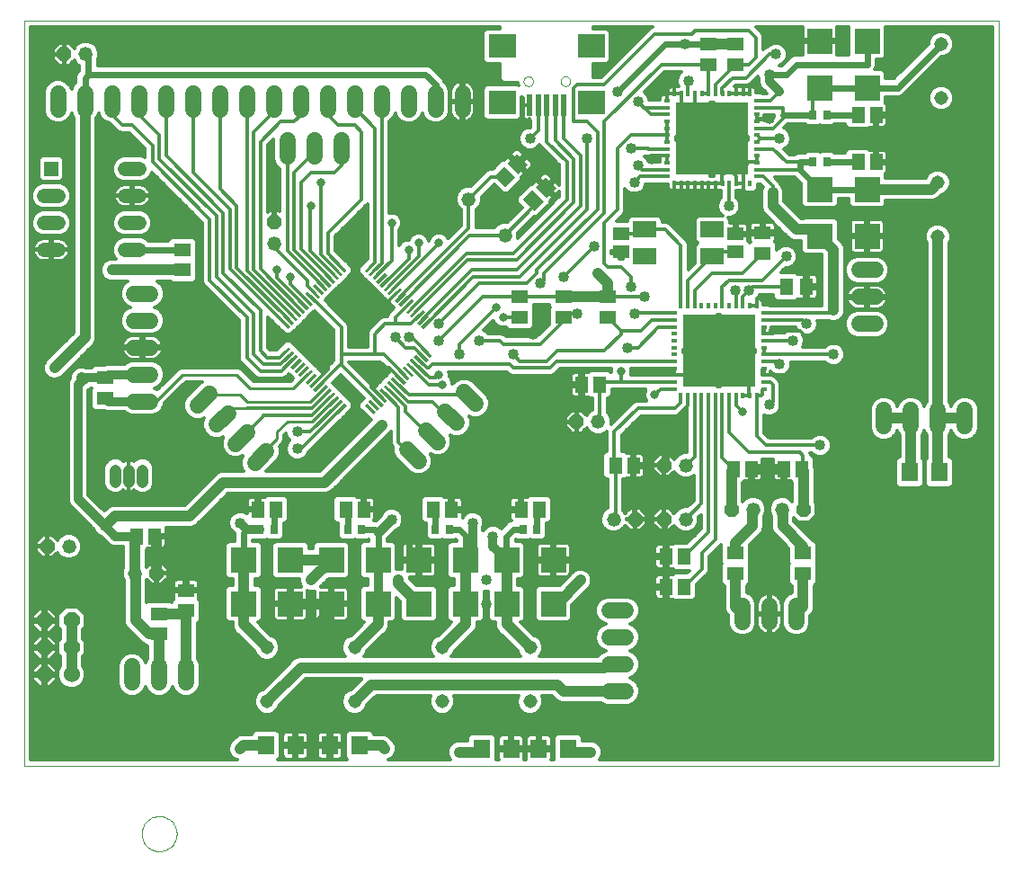
<source format=gtl>
G75*
G70*
%OFA0B0*%
%FSLAX24Y24*%
%IPPOS*%
%LPD*%
%AMOC8*
5,1,8,0,0,1.08239X$1,22.5*
%
%ADD10C,0.0000*%
%ADD11R,0.0866X0.0591*%
%ADD12R,0.0217X0.0138*%
%ADD13R,0.0138X0.0217*%
%ADD14R,0.2677X0.2677*%
%ADD15C,0.0600*%
%ADD16R,0.0630X0.0512*%
%ADD17OC8,0.0520*%
%ADD18C,0.0520*%
%ADD19R,0.0512X0.0591*%
%ADD20R,0.0591X0.0512*%
%ADD21R,0.0276X0.0354*%
%ADD22R,0.0945X0.0945*%
%ADD23C,0.0515*%
%ADD24C,0.0600*%
%ADD25OC8,0.0600*%
%ADD26R,0.0472X0.0118*%
%ADD27R,0.0118X0.0472*%
%ADD28R,0.0984X0.0866*%
%ADD29R,0.0197X0.0787*%
%ADD30R,0.0520X0.0520*%
%ADD31C,0.0520*%
%ADD32R,0.0630X0.0709*%
%ADD33R,0.0512X0.0630*%
%ADD34C,0.0436*%
%ADD35C,0.0120*%
%ADD36C,0.0400*%
%ADD37C,0.0400*%
%ADD38C,0.0320*%
%ADD39C,0.0240*%
%ADD40C,0.0317*%
%ADD41C,0.0160*%
%ADD42C,0.0100*%
D10*
X000786Y004283D02*
X000786Y031905D01*
X036906Y031905D01*
X036906Y004283D01*
X000786Y004283D01*
X005136Y001758D02*
X005138Y001808D01*
X005144Y001858D01*
X005154Y001908D01*
X005167Y001956D01*
X005184Y002004D01*
X005205Y002050D01*
X005229Y002094D01*
X005257Y002136D01*
X005288Y002176D01*
X005322Y002213D01*
X005359Y002248D01*
X005398Y002279D01*
X005439Y002308D01*
X005483Y002333D01*
X005529Y002355D01*
X005576Y002373D01*
X005624Y002387D01*
X005673Y002398D01*
X005723Y002405D01*
X005773Y002408D01*
X005824Y002407D01*
X005874Y002402D01*
X005924Y002393D01*
X005972Y002381D01*
X006020Y002364D01*
X006066Y002344D01*
X006111Y002321D01*
X006154Y002294D01*
X006194Y002264D01*
X006232Y002231D01*
X006267Y002195D01*
X006300Y002156D01*
X006329Y002115D01*
X006355Y002072D01*
X006378Y002027D01*
X006397Y001980D01*
X006412Y001932D01*
X006424Y001883D01*
X006432Y001833D01*
X006436Y001783D01*
X006436Y001733D01*
X006432Y001683D01*
X006424Y001633D01*
X006412Y001584D01*
X006397Y001536D01*
X006378Y001489D01*
X006355Y001444D01*
X006329Y001401D01*
X006300Y001360D01*
X006267Y001321D01*
X006232Y001285D01*
X006194Y001252D01*
X006154Y001222D01*
X006111Y001195D01*
X006066Y001172D01*
X006020Y001152D01*
X005972Y001135D01*
X005924Y001123D01*
X005874Y001114D01*
X005824Y001109D01*
X005773Y001108D01*
X005723Y001111D01*
X005673Y001118D01*
X005624Y001129D01*
X005576Y001143D01*
X005529Y001161D01*
X005483Y001183D01*
X005439Y001208D01*
X005398Y001237D01*
X005359Y001268D01*
X005322Y001303D01*
X005288Y001340D01*
X005257Y001380D01*
X005229Y001422D01*
X005205Y001466D01*
X005184Y001512D01*
X005167Y001560D01*
X005154Y001608D01*
X005144Y001658D01*
X005138Y001708D01*
X005136Y001758D01*
X019295Y029658D02*
X019297Y029684D01*
X019303Y029710D01*
X019313Y029735D01*
X019326Y029758D01*
X019342Y029778D01*
X019362Y029796D01*
X019384Y029811D01*
X019407Y029823D01*
X019433Y029831D01*
X019459Y029835D01*
X019485Y029835D01*
X019511Y029831D01*
X019537Y029823D01*
X019561Y029811D01*
X019582Y029796D01*
X019602Y029778D01*
X019618Y029758D01*
X019631Y029735D01*
X019641Y029710D01*
X019647Y029684D01*
X019649Y029658D01*
X019647Y029632D01*
X019641Y029606D01*
X019631Y029581D01*
X019618Y029558D01*
X019602Y029538D01*
X019582Y029520D01*
X019560Y029505D01*
X019537Y029493D01*
X019511Y029485D01*
X019485Y029481D01*
X019459Y029481D01*
X019433Y029485D01*
X019407Y029493D01*
X019383Y029505D01*
X019362Y029520D01*
X019342Y029538D01*
X019326Y029558D01*
X019313Y029581D01*
X019303Y029606D01*
X019297Y029632D01*
X019295Y029658D01*
X020673Y029658D02*
X020675Y029684D01*
X020681Y029710D01*
X020691Y029735D01*
X020704Y029758D01*
X020720Y029778D01*
X020740Y029796D01*
X020762Y029811D01*
X020785Y029823D01*
X020811Y029831D01*
X020837Y029835D01*
X020863Y029835D01*
X020889Y029831D01*
X020915Y029823D01*
X020939Y029811D01*
X020960Y029796D01*
X020980Y029778D01*
X020996Y029758D01*
X021009Y029735D01*
X021019Y029710D01*
X021025Y029684D01*
X021027Y029658D01*
X021025Y029632D01*
X021019Y029606D01*
X021009Y029581D01*
X020996Y029558D01*
X020980Y029538D01*
X020960Y029520D01*
X020938Y029505D01*
X020915Y029493D01*
X020889Y029485D01*
X020863Y029481D01*
X020837Y029481D01*
X020811Y029485D01*
X020785Y029493D01*
X020761Y029505D01*
X020740Y029520D01*
X020720Y029538D01*
X020704Y029558D01*
X020691Y029581D01*
X020681Y029606D01*
X020675Y029632D01*
X020673Y029658D01*
D11*
X023786Y024158D03*
X023786Y023158D03*
X026286Y023158D03*
X026286Y024158D03*
D12*
X024623Y026126D03*
X024623Y026382D03*
X024623Y026638D03*
X024623Y026894D03*
X024623Y027150D03*
X024623Y027406D03*
X024623Y027661D03*
X024623Y027917D03*
X024623Y028173D03*
X024623Y028429D03*
X024623Y028685D03*
X024623Y028941D03*
X027950Y028941D03*
X027950Y028685D03*
X027950Y028429D03*
X027950Y028173D03*
X027950Y027917D03*
X027950Y027661D03*
X027950Y027406D03*
X027950Y027150D03*
X027950Y026894D03*
X027950Y026638D03*
X027950Y026382D03*
X027950Y026126D03*
X028200Y021066D03*
X028200Y020810D03*
X028200Y020554D03*
X028200Y020298D03*
X028200Y020042D03*
X028200Y019786D03*
X028200Y019531D03*
X028200Y019275D03*
X028200Y019019D03*
X028200Y018763D03*
X028200Y018507D03*
X028200Y018251D03*
X024873Y018251D03*
X024873Y018507D03*
X024873Y018763D03*
X024873Y019019D03*
X024873Y019275D03*
X024873Y019531D03*
X024873Y019786D03*
X024873Y020042D03*
X024873Y020298D03*
X024873Y020554D03*
X024873Y020810D03*
X024873Y021066D03*
D13*
X025129Y021322D03*
X025385Y021322D03*
X025640Y021322D03*
X025896Y021322D03*
X026152Y021322D03*
X026408Y021322D03*
X026664Y021322D03*
X026920Y021322D03*
X027176Y021322D03*
X027432Y021322D03*
X027688Y021322D03*
X027944Y021322D03*
X027944Y017995D03*
X027688Y017995D03*
X027432Y017995D03*
X027176Y017995D03*
X026920Y017995D03*
X026664Y017995D03*
X026408Y017995D03*
X026152Y017995D03*
X025896Y017995D03*
X025640Y017995D03*
X025385Y017995D03*
X025129Y017995D03*
X025135Y025870D03*
X025390Y025870D03*
X025646Y025870D03*
X025902Y025870D03*
X026158Y025870D03*
X026414Y025870D03*
X026670Y025870D03*
X026926Y025870D03*
X027182Y025870D03*
X027438Y025870D03*
X027694Y025870D03*
X024879Y025870D03*
X024879Y029197D03*
X025135Y029197D03*
X025390Y029197D03*
X025646Y029197D03*
X025902Y029197D03*
X026158Y029197D03*
X026414Y029197D03*
X026670Y029197D03*
X026926Y029197D03*
X027182Y029197D03*
X027438Y029197D03*
X027694Y029197D03*
D14*
X026286Y027533D03*
X026536Y019658D03*
D15*
X031736Y020658D02*
X032336Y020658D01*
X032336Y021658D02*
X031736Y021658D01*
X031736Y022658D02*
X032336Y022658D01*
X032661Y017458D02*
X032661Y016858D01*
X033661Y016858D02*
X033661Y017458D01*
X034661Y017458D02*
X034661Y016858D01*
X035661Y016858D02*
X035661Y017458D01*
X029411Y010208D02*
X029411Y009608D01*
X028411Y009608D02*
X028411Y010208D01*
X027411Y010208D02*
X027411Y009608D01*
X023086Y010033D02*
X022486Y010033D01*
X022486Y009033D02*
X023086Y009033D01*
X023086Y008033D02*
X022486Y008033D01*
X022486Y007033D02*
X023086Y007033D01*
X015401Y015578D02*
X014977Y016002D01*
X015684Y016709D02*
X016108Y016285D01*
X016815Y016992D02*
X016391Y017416D01*
X017098Y018123D02*
X017522Y017699D01*
X009757Y015935D02*
X009333Y015511D01*
X008626Y016218D02*
X009050Y016642D01*
X008343Y017349D02*
X007919Y016925D01*
X007212Y017632D02*
X007636Y018056D01*
X005461Y017783D02*
X004861Y017783D01*
X004861Y018783D02*
X005461Y018783D01*
X005461Y019783D02*
X004861Y019783D01*
X004861Y020783D02*
X005461Y020783D01*
X005461Y021783D02*
X004861Y021783D01*
X010536Y026858D02*
X010536Y027458D01*
X011536Y027458D02*
X011536Y026858D01*
X012536Y026858D02*
X012536Y027458D01*
X012036Y028608D02*
X012036Y029208D01*
X013036Y029208D02*
X013036Y028608D01*
X014036Y028608D02*
X014036Y029208D01*
X015036Y029208D02*
X015036Y028608D01*
X016036Y028608D02*
X016036Y029208D01*
X017036Y029208D02*
X017036Y028608D01*
X011036Y028608D02*
X011036Y029208D01*
X010036Y029208D02*
X010036Y028608D01*
X009036Y028608D02*
X009036Y029208D01*
X008036Y029208D02*
X008036Y028608D01*
X007036Y028608D02*
X007036Y029208D01*
X006036Y029208D02*
X006036Y028608D01*
X005036Y028608D02*
X005036Y029208D01*
X004036Y029208D02*
X004036Y028608D01*
X003036Y028608D02*
X003036Y029208D01*
X002036Y029208D02*
X002036Y028608D01*
X004786Y007958D02*
X004786Y007358D01*
X005786Y007358D02*
X005786Y007958D01*
X006786Y007958D02*
X006786Y007358D01*
D16*
X005786Y009159D03*
X005786Y009907D03*
X006786Y010034D03*
X006786Y010782D03*
X003786Y017909D03*
X003786Y018657D03*
X006661Y022659D03*
X006661Y023407D03*
X019161Y021657D03*
X019161Y020909D03*
X020786Y020909D03*
X020786Y021657D03*
X022411Y021657D03*
X022411Y020909D03*
X028161Y023284D03*
X028161Y024032D03*
X027161Y030284D03*
X027161Y031032D03*
X026161Y031032D03*
X026161Y030284D03*
X027161Y012157D03*
X027161Y011409D03*
X029661Y011409D03*
X029661Y012157D03*
D17*
X029686Y013783D03*
X027011Y013783D03*
X024511Y013408D03*
X023436Y013408D03*
X024511Y015408D03*
X021261Y017033D03*
X010051Y024449D03*
X002261Y030658D03*
X001636Y012408D03*
X005686Y011408D03*
D18*
X004886Y011408D03*
X002436Y012408D03*
X010051Y023649D03*
X017261Y025287D03*
X018604Y023944D03*
X022061Y017033D03*
X025311Y015408D03*
X025311Y013408D03*
X027811Y013783D03*
X028886Y013783D03*
X022636Y013408D03*
X003061Y030658D03*
D19*
G36*
X018212Y026147D02*
X018574Y026509D01*
X018990Y026093D01*
X018628Y025731D01*
X018212Y026147D01*
G37*
G36*
X018686Y026620D02*
X019048Y026982D01*
X019464Y026566D01*
X019102Y026204D01*
X018686Y026620D01*
G37*
G36*
X019270Y025266D02*
X019632Y025628D01*
X020048Y025212D01*
X019686Y024850D01*
X019270Y025266D01*
G37*
G36*
X019744Y025739D02*
X020106Y026101D01*
X020522Y025685D01*
X020160Y025323D01*
X019744Y025739D01*
G37*
X021451Y018408D03*
X022121Y018408D03*
X022701Y015408D03*
X023371Y015408D03*
X024576Y012033D03*
X025246Y012033D03*
X025246Y010908D03*
X024576Y010908D03*
X019871Y013783D03*
X019201Y013783D03*
X016621Y013783D03*
X015951Y013783D03*
X013371Y013783D03*
X012701Y013783D03*
X010121Y013783D03*
X009451Y013783D03*
X005621Y012783D03*
X004951Y012783D03*
X027076Y015283D03*
X027746Y015283D03*
X028951Y015283D03*
X029621Y015283D03*
X031701Y026658D03*
X032371Y026658D03*
X032371Y028408D03*
X031701Y028408D03*
D20*
X027161Y023993D03*
X027161Y023324D03*
X022911Y023324D03*
X022911Y023993D03*
D21*
X030030Y026658D03*
X030542Y026658D03*
X030542Y028408D03*
X030030Y028408D03*
X019792Y013033D03*
X019280Y013033D03*
X016542Y013033D03*
X016030Y013033D03*
X013292Y013033D03*
X012780Y013033D03*
X010042Y013033D03*
X009530Y013033D03*
D22*
X008920Y011908D03*
X008920Y010283D03*
X010652Y010283D03*
X012170Y010283D03*
X013902Y010283D03*
X015420Y010283D03*
X017152Y010283D03*
X018670Y010283D03*
X018670Y011908D03*
X017152Y011908D03*
X015420Y011908D03*
X013902Y011908D03*
X012170Y011908D03*
X010652Y011908D03*
X020402Y011908D03*
X020402Y010283D03*
X030286Y023917D03*
X030286Y025650D03*
X032036Y025650D03*
X032036Y023917D03*
X032036Y029417D03*
X032036Y031150D03*
X030286Y031150D03*
X030286Y029417D03*
D23*
X034786Y029033D03*
X034786Y031033D03*
X034661Y025908D03*
X034661Y023908D03*
X019536Y008658D03*
X019536Y006658D03*
X016286Y006658D03*
X016286Y008658D03*
X013036Y008658D03*
X013036Y006658D03*
X009786Y006658D03*
X009786Y008658D03*
D24*
X002536Y007658D03*
D25*
X001536Y007658D03*
X001536Y008658D03*
X002536Y008658D03*
X002536Y009658D03*
X001536Y009658D03*
D26*
G36*
X011903Y018473D02*
X011570Y018140D01*
X011487Y018223D01*
X011820Y018556D01*
X011903Y018473D01*
G37*
G36*
X012042Y018334D02*
X011709Y018001D01*
X011626Y018084D01*
X011959Y018417D01*
X012042Y018334D01*
G37*
G36*
X012181Y018194D02*
X011848Y017861D01*
X011765Y017944D01*
X012098Y018277D01*
X012181Y018194D01*
G37*
G36*
X012320Y018055D02*
X011987Y017722D01*
X011904Y017805D01*
X012237Y018138D01*
X012320Y018055D01*
G37*
G36*
X012459Y017916D02*
X012126Y017583D01*
X012043Y017666D01*
X012376Y017999D01*
X012459Y017916D01*
G37*
G36*
X012599Y017777D02*
X012266Y017444D01*
X012183Y017527D01*
X012516Y017860D01*
X012599Y017777D01*
G37*
G36*
X012738Y017638D02*
X012405Y017305D01*
X012322Y017388D01*
X012655Y017721D01*
X012738Y017638D01*
G37*
G36*
X011764Y018612D02*
X011431Y018279D01*
X011348Y018362D01*
X011681Y018695D01*
X011764Y018612D01*
G37*
G36*
X011624Y018751D02*
X011291Y018418D01*
X011208Y018501D01*
X011541Y018834D01*
X011624Y018751D01*
G37*
G36*
X011485Y018890D02*
X011152Y018557D01*
X011069Y018640D01*
X011402Y018973D01*
X011485Y018890D01*
G37*
G36*
X011346Y019029D02*
X011013Y018696D01*
X010930Y018779D01*
X011263Y019112D01*
X011346Y019029D01*
G37*
G36*
X011207Y019169D02*
X010874Y018836D01*
X010791Y018919D01*
X011124Y019252D01*
X011207Y019169D01*
G37*
G36*
X011068Y019308D02*
X010735Y018975D01*
X010652Y019058D01*
X010985Y019391D01*
X011068Y019308D01*
G37*
G36*
X010928Y019447D02*
X010595Y019114D01*
X010512Y019197D01*
X010845Y019530D01*
X010928Y019447D01*
G37*
G36*
X010789Y019586D02*
X010456Y019253D01*
X010373Y019336D01*
X010706Y019669D01*
X010789Y019586D01*
G37*
G36*
X010650Y019725D02*
X010317Y019392D01*
X010234Y019475D01*
X010567Y019808D01*
X010650Y019725D01*
G37*
G36*
X014102Y022621D02*
X013769Y022288D01*
X013686Y022371D01*
X014019Y022704D01*
X014102Y022621D01*
G37*
G36*
X014241Y022481D02*
X013908Y022148D01*
X013825Y022231D01*
X014158Y022564D01*
X014241Y022481D01*
G37*
G36*
X014380Y022342D02*
X014047Y022009D01*
X013964Y022092D01*
X014297Y022425D01*
X014380Y022342D01*
G37*
G36*
X014520Y022203D02*
X014187Y021870D01*
X014104Y021953D01*
X014437Y022286D01*
X014520Y022203D01*
G37*
G36*
X014659Y022064D02*
X014326Y021731D01*
X014243Y021814D01*
X014576Y022147D01*
X014659Y022064D01*
G37*
G36*
X014798Y021925D02*
X014465Y021592D01*
X014382Y021675D01*
X014715Y022008D01*
X014798Y021925D01*
G37*
G36*
X014937Y021786D02*
X014604Y021453D01*
X014521Y021536D01*
X014854Y021869D01*
X014937Y021786D01*
G37*
G36*
X015076Y021646D02*
X014743Y021313D01*
X014660Y021396D01*
X014993Y021729D01*
X015076Y021646D01*
G37*
G36*
X015216Y021507D02*
X014883Y021174D01*
X014800Y021257D01*
X015133Y021590D01*
X015216Y021507D01*
G37*
G36*
X015355Y021368D02*
X015022Y021035D01*
X014939Y021118D01*
X015272Y021451D01*
X015355Y021368D01*
G37*
G36*
X015494Y021229D02*
X015161Y020896D01*
X015078Y020979D01*
X015411Y021312D01*
X015494Y021229D01*
G37*
G36*
X015633Y021090D02*
X015300Y020757D01*
X015217Y020840D01*
X015550Y021173D01*
X015633Y021090D01*
G37*
G36*
X015772Y020950D02*
X015439Y020617D01*
X015356Y020700D01*
X015689Y021033D01*
X015772Y020950D01*
G37*
G36*
X015912Y020811D02*
X015579Y020478D01*
X015496Y020561D01*
X015829Y020894D01*
X015912Y020811D01*
G37*
G36*
X013963Y022760D02*
X013630Y022427D01*
X013547Y022510D01*
X013880Y022843D01*
X013963Y022760D01*
G37*
G36*
X013824Y022899D02*
X013491Y022566D01*
X013408Y022649D01*
X013741Y022982D01*
X013824Y022899D01*
G37*
D27*
G36*
X012738Y022649D02*
X012655Y022566D01*
X012322Y022899D01*
X012405Y022982D01*
X012738Y022649D01*
G37*
G36*
X012599Y022510D02*
X012516Y022427D01*
X012183Y022760D01*
X012266Y022843D01*
X012599Y022510D01*
G37*
G36*
X012459Y022371D02*
X012376Y022288D01*
X012043Y022621D01*
X012126Y022704D01*
X012459Y022371D01*
G37*
G36*
X012320Y022231D02*
X012237Y022148D01*
X011904Y022481D01*
X011987Y022564D01*
X012320Y022231D01*
G37*
G36*
X012181Y022092D02*
X012098Y022009D01*
X011765Y022342D01*
X011848Y022425D01*
X012181Y022092D01*
G37*
G36*
X012042Y021953D02*
X011959Y021870D01*
X011626Y022203D01*
X011709Y022286D01*
X012042Y021953D01*
G37*
G36*
X011903Y021814D02*
X011820Y021731D01*
X011487Y022064D01*
X011570Y022147D01*
X011903Y021814D01*
G37*
G36*
X011764Y021675D02*
X011681Y021592D01*
X011348Y021925D01*
X011431Y022008D01*
X011764Y021675D01*
G37*
G36*
X011624Y021536D02*
X011541Y021453D01*
X011208Y021786D01*
X011291Y021869D01*
X011624Y021536D01*
G37*
G36*
X011485Y021396D02*
X011402Y021313D01*
X011069Y021646D01*
X011152Y021729D01*
X011485Y021396D01*
G37*
G36*
X011346Y021257D02*
X011263Y021174D01*
X010930Y021507D01*
X011013Y021590D01*
X011346Y021257D01*
G37*
G36*
X011207Y021118D02*
X011124Y021035D01*
X010791Y021368D01*
X010874Y021451D01*
X011207Y021118D01*
G37*
G36*
X011068Y020979D02*
X010985Y020896D01*
X010652Y021229D01*
X010735Y021312D01*
X011068Y020979D01*
G37*
G36*
X010928Y020840D02*
X010845Y020757D01*
X010512Y021090D01*
X010595Y021173D01*
X010928Y020840D01*
G37*
G36*
X010789Y020700D02*
X010706Y020617D01*
X010373Y020950D01*
X010456Y021033D01*
X010789Y020700D01*
G37*
G36*
X010650Y020561D02*
X010567Y020478D01*
X010234Y020811D01*
X010317Y020894D01*
X010650Y020561D01*
G37*
G36*
X014102Y017666D02*
X014019Y017583D01*
X013686Y017916D01*
X013769Y017999D01*
X014102Y017666D01*
G37*
G36*
X014241Y017805D02*
X014158Y017722D01*
X013825Y018055D01*
X013908Y018138D01*
X014241Y017805D01*
G37*
G36*
X014380Y017944D02*
X014297Y017861D01*
X013964Y018194D01*
X014047Y018277D01*
X014380Y017944D01*
G37*
G36*
X014520Y018084D02*
X014437Y018001D01*
X014104Y018334D01*
X014187Y018417D01*
X014520Y018084D01*
G37*
G36*
X014659Y018223D02*
X014576Y018140D01*
X014243Y018473D01*
X014326Y018556D01*
X014659Y018223D01*
G37*
G36*
X014798Y018362D02*
X014715Y018279D01*
X014382Y018612D01*
X014465Y018695D01*
X014798Y018362D01*
G37*
G36*
X014937Y018501D02*
X014854Y018418D01*
X014521Y018751D01*
X014604Y018834D01*
X014937Y018501D01*
G37*
G36*
X015076Y018640D02*
X014993Y018557D01*
X014660Y018890D01*
X014743Y018973D01*
X015076Y018640D01*
G37*
G36*
X015216Y018779D02*
X015133Y018696D01*
X014800Y019029D01*
X014883Y019112D01*
X015216Y018779D01*
G37*
G36*
X015355Y018919D02*
X015272Y018836D01*
X014939Y019169D01*
X015022Y019252D01*
X015355Y018919D01*
G37*
G36*
X015494Y019058D02*
X015411Y018975D01*
X015078Y019308D01*
X015161Y019391D01*
X015494Y019058D01*
G37*
G36*
X015633Y019197D02*
X015550Y019114D01*
X015217Y019447D01*
X015300Y019530D01*
X015633Y019197D01*
G37*
G36*
X015772Y019336D02*
X015689Y019253D01*
X015356Y019586D01*
X015439Y019669D01*
X015772Y019336D01*
G37*
G36*
X015912Y019475D02*
X015829Y019392D01*
X015496Y019725D01*
X015579Y019808D01*
X015912Y019475D01*
G37*
G36*
X013963Y017527D02*
X013880Y017444D01*
X013547Y017777D01*
X013630Y017860D01*
X013963Y017527D01*
G37*
G36*
X013824Y017388D02*
X013741Y017305D01*
X013408Y017638D01*
X013491Y017721D01*
X013824Y017388D01*
G37*
D28*
X018508Y028871D03*
X018508Y030958D03*
X021815Y030958D03*
X021815Y028871D03*
D29*
X020791Y028773D03*
X020476Y028773D03*
X020161Y028773D03*
X019846Y028773D03*
X019531Y028773D03*
D30*
X001786Y026408D03*
D31*
X001526Y025408D02*
X002046Y025408D01*
X002046Y024408D02*
X001526Y024408D01*
X001526Y023408D02*
X002046Y023408D01*
X004526Y023408D02*
X005046Y023408D01*
X005046Y024408D02*
X004526Y024408D01*
X004526Y025408D02*
X005046Y025408D01*
X005046Y026408D02*
X004526Y026408D01*
D32*
X009735Y005033D03*
X010837Y005033D03*
X012110Y005033D03*
X013212Y005033D03*
X017735Y004908D03*
X018837Y004908D03*
X019860Y004908D03*
X020962Y004908D03*
X033610Y015158D03*
X034712Y015158D03*
D33*
X029785Y022033D03*
X029037Y022033D03*
D34*
X005161Y015252D02*
X005161Y014815D01*
X004661Y014815D02*
X004661Y015252D01*
X004161Y015252D02*
X004161Y014815D01*
D35*
X004460Y014495D02*
X004482Y014480D01*
X004551Y014452D01*
X004624Y014437D01*
X004661Y014437D01*
X004661Y015033D01*
X004661Y015033D01*
X004661Y014437D01*
X004698Y014437D01*
X004771Y014452D01*
X004840Y014480D01*
X004862Y014495D01*
X004913Y014444D01*
X005074Y014377D01*
X005248Y014377D01*
X005409Y014444D01*
X005533Y014567D01*
X005599Y014728D01*
X005599Y015339D01*
X005533Y015500D01*
X005409Y015623D01*
X005248Y015690D01*
X005074Y015690D01*
X004913Y015623D01*
X004862Y015572D01*
X004840Y015587D01*
X004771Y015615D01*
X004698Y015630D01*
X004661Y015630D01*
X004624Y015630D01*
X004551Y015615D01*
X004482Y015587D01*
X004460Y015572D01*
X004409Y015623D01*
X004248Y015690D01*
X004074Y015690D01*
X003913Y015623D01*
X003790Y015500D01*
X003723Y015339D01*
X003723Y014728D01*
X003790Y014567D01*
X003913Y014444D01*
X004074Y014377D01*
X004248Y014377D01*
X004409Y014444D01*
X004460Y014495D01*
X004444Y014478D02*
X004487Y014478D01*
X004661Y014478D02*
X004661Y014478D01*
X004661Y014597D02*
X004661Y014597D01*
X004661Y014715D02*
X004661Y014715D01*
X004661Y014834D02*
X004661Y014834D01*
X004661Y014952D02*
X004661Y014952D01*
X004661Y015034D02*
X004661Y015630D01*
X004661Y015034D01*
X004661Y015034D01*
X004661Y015071D02*
X004661Y015071D01*
X004661Y015189D02*
X004661Y015189D01*
X004661Y015308D02*
X004661Y015308D01*
X004661Y015427D02*
X004661Y015427D01*
X004661Y015545D02*
X004661Y015545D01*
X004311Y015664D02*
X005011Y015664D01*
X005311Y015664D02*
X008833Y015664D01*
X008813Y015614D02*
X008813Y015407D01*
X008892Y015216D01*
X008905Y015203D01*
X008078Y015203D01*
X007923Y015139D01*
X007805Y015021D01*
X006737Y013953D01*
X004078Y013953D01*
X003923Y013889D01*
X003805Y013771D01*
X003758Y013724D01*
X003166Y014316D01*
X003166Y018221D01*
X003212Y018240D01*
X003250Y018278D01*
X003273Y018278D01*
X003251Y018256D01*
X003251Y017562D01*
X003380Y017434D01*
X003764Y017434D01*
X003836Y017403D01*
X003988Y017403D01*
X004506Y017403D01*
X004567Y017343D01*
X004758Y017263D01*
X005565Y017263D01*
X005756Y017343D01*
X005902Y017489D01*
X005981Y017680D01*
X005981Y017722D01*
X006773Y018513D01*
X007381Y018513D01*
X007341Y018497D01*
X006771Y017926D01*
X006692Y017735D01*
X006692Y017529D01*
X006771Y017337D01*
X006917Y017191D01*
X007108Y017112D01*
X007315Y017112D01*
X007458Y017171D01*
X007399Y017028D01*
X007399Y016821D01*
X007478Y016630D01*
X007624Y016484D01*
X007815Y016405D01*
X008022Y016405D01*
X008165Y016464D01*
X008106Y016321D01*
X008106Y016114D01*
X008185Y015923D01*
X008331Y015777D01*
X008522Y015698D01*
X008729Y015698D01*
X008872Y015757D01*
X008813Y015614D01*
X008813Y015545D02*
X005487Y015545D01*
X005563Y015427D02*
X008813Y015427D01*
X008854Y015308D02*
X005599Y015308D01*
X005599Y015189D02*
X008044Y015189D01*
X007855Y015071D02*
X005599Y015071D01*
X005599Y014952D02*
X007736Y014952D01*
X007618Y014834D02*
X005599Y014834D01*
X005594Y014715D02*
X007499Y014715D01*
X007380Y014597D02*
X005545Y014597D01*
X005444Y014478D02*
X007262Y014478D01*
X007143Y014360D02*
X003166Y014360D01*
X003166Y014478D02*
X003879Y014478D01*
X003777Y014597D02*
X003166Y014597D01*
X003166Y014715D02*
X003728Y014715D01*
X003723Y014834D02*
X003166Y014834D01*
X003166Y014952D02*
X003723Y014952D01*
X003723Y015071D02*
X003166Y015071D01*
X003166Y015189D02*
X003723Y015189D01*
X003723Y015308D02*
X003166Y015308D01*
X003166Y015427D02*
X003759Y015427D01*
X003835Y015545D02*
X003166Y015545D01*
X003166Y015664D02*
X004011Y015664D01*
X003166Y015782D02*
X008326Y015782D01*
X008207Y015901D02*
X003166Y015901D01*
X003166Y016019D02*
X008145Y016019D01*
X008106Y016138D02*
X003166Y016138D01*
X003166Y016256D02*
X008106Y016256D01*
X008128Y016375D02*
X003166Y016375D01*
X003166Y016493D02*
X007615Y016493D01*
X007496Y016612D02*
X003166Y016612D01*
X003166Y016731D02*
X007436Y016731D01*
X007399Y016849D02*
X003166Y016849D01*
X003166Y016968D02*
X007399Y016968D01*
X007423Y017086D02*
X003166Y017086D01*
X003166Y017205D02*
X006903Y017205D01*
X006785Y017323D02*
X005709Y017323D01*
X005855Y017442D02*
X006727Y017442D01*
X006692Y017560D02*
X005931Y017560D01*
X005981Y017679D02*
X006692Y017679D01*
X006717Y017797D02*
X006057Y017797D01*
X006175Y017916D02*
X006766Y017916D01*
X006879Y018034D02*
X006294Y018034D01*
X006413Y018153D02*
X006997Y018153D01*
X007116Y018272D02*
X006531Y018272D01*
X006650Y018390D02*
X007234Y018390D01*
X007369Y018509D02*
X006768Y018509D01*
X006479Y018983D02*
X005941Y018983D01*
X005902Y019078D02*
X005981Y018887D01*
X005981Y018680D01*
X005902Y018489D01*
X005756Y018343D01*
X005613Y018283D01*
X005731Y018235D01*
X006508Y019012D01*
X006607Y019053D01*
X006715Y019053D01*
X008715Y019053D01*
X008814Y019012D01*
X008890Y018936D01*
X009273Y018553D01*
X010669Y018553D01*
X010757Y018641D01*
X010709Y018688D01*
X010596Y018802D01*
X010544Y018750D01*
X010465Y018671D01*
X010362Y018628D01*
X009592Y018628D01*
X009480Y018628D01*
X009378Y018671D01*
X008878Y019171D01*
X008799Y019250D01*
X008756Y019353D01*
X008756Y020792D01*
X007503Y022046D01*
X007424Y022125D01*
X007381Y022228D01*
X007381Y024417D01*
X005514Y026284D01*
X005453Y026137D01*
X005318Y026002D01*
X005142Y025928D01*
X004431Y025928D01*
X004254Y026002D01*
X004119Y026137D01*
X004046Y026313D01*
X004046Y026504D01*
X004119Y026680D01*
X004254Y026815D01*
X004431Y026888D01*
X005142Y026888D01*
X005256Y026841D01*
X005256Y027167D01*
X004670Y027753D01*
X004467Y027753D01*
X004355Y027753D01*
X004253Y027796D01*
X003960Y028088D01*
X003933Y028088D01*
X003742Y028168D01*
X003595Y028314D01*
X003536Y028457D01*
X003477Y028314D01*
X003456Y028293D01*
X003456Y020242D01*
X003456Y020075D01*
X003392Y019921D01*
X002267Y018796D01*
X002267Y018796D01*
X002149Y018677D01*
X001995Y018613D01*
X001828Y018613D01*
X001673Y018677D01*
X001555Y018796D01*
X001491Y018950D01*
X001491Y019117D01*
X001555Y019271D01*
X001673Y019389D01*
X001673Y019389D01*
X002616Y020332D01*
X002616Y028293D01*
X002595Y028314D01*
X002536Y028457D01*
X002477Y028314D01*
X002331Y028168D01*
X002140Y028088D01*
X001933Y028088D01*
X001742Y028168D01*
X001595Y028314D01*
X001516Y028505D01*
X001516Y029312D01*
X001595Y029503D01*
X001742Y029649D01*
X001933Y029728D01*
X002140Y029728D01*
X002331Y029649D01*
X002477Y029503D01*
X002536Y029360D01*
X002595Y029503D01*
X002696Y029604D01*
X002696Y029716D01*
X002696Y029851D01*
X002748Y029976D01*
X002821Y030049D01*
X002821Y030238D01*
X002789Y030252D01*
X002654Y030387D01*
X002633Y030437D01*
X002435Y030238D01*
X002281Y030238D01*
X002281Y030638D01*
X002241Y030638D01*
X002241Y030238D01*
X002087Y030238D01*
X001841Y030484D01*
X001841Y030638D01*
X002241Y030638D01*
X002241Y030678D01*
X001841Y030678D01*
X001841Y030832D01*
X002087Y031078D01*
X002241Y031078D01*
X002241Y030679D01*
X002281Y030679D01*
X002281Y031078D01*
X002435Y031078D01*
X002633Y030880D01*
X002654Y030930D01*
X002789Y031065D01*
X002966Y031138D01*
X003157Y031138D01*
X003333Y031065D01*
X003468Y030930D01*
X003541Y030754D01*
X003541Y030563D01*
X003501Y030466D01*
X003501Y030248D01*
X015593Y030248D01*
X015729Y030248D01*
X015854Y030197D01*
X016229Y029822D01*
X016324Y029726D01*
X016374Y029606D01*
X016477Y029503D01*
X016556Y029312D01*
X016556Y028505D01*
X016477Y028314D01*
X016331Y028168D01*
X016140Y028088D01*
X015933Y028088D01*
X015742Y028168D01*
X015595Y028314D01*
X015536Y028457D01*
X015477Y028314D01*
X015331Y028168D01*
X015140Y028088D01*
X014933Y028088D01*
X014742Y028168D01*
X014595Y028314D01*
X014536Y028457D01*
X014477Y028314D01*
X014331Y028168D01*
X014316Y028162D01*
X014316Y024779D01*
X014336Y024787D01*
X014486Y024787D01*
X014625Y024729D01*
X014732Y024623D01*
X014790Y024484D01*
X014790Y024333D01*
X014732Y024194D01*
X014691Y024153D01*
X014691Y023564D01*
X014715Y023623D01*
X014822Y023729D01*
X014961Y023787D01*
X015055Y023787D01*
X015090Y023873D01*
X015197Y023979D01*
X015336Y024037D01*
X015486Y024037D01*
X015625Y023979D01*
X015732Y023873D01*
X015786Y023742D01*
X015840Y023873D01*
X015947Y023979D01*
X016086Y024037D01*
X016236Y024037D01*
X016375Y023979D01*
X016482Y023873D01*
X016501Y023828D01*
X016981Y024308D01*
X016981Y024889D01*
X016854Y025015D01*
X016781Y025192D01*
X016781Y025383D01*
X016854Y025559D01*
X016989Y025694D01*
X017165Y025767D01*
X017345Y025767D01*
X017856Y026279D01*
X017935Y026357D01*
X018038Y026400D01*
X018153Y026400D01*
X018482Y026730D01*
X018567Y026730D01*
X018710Y026873D01*
X018990Y026593D01*
X019074Y026678D01*
X018795Y026958D01*
X018948Y027111D01*
X018985Y027132D01*
X019026Y027143D01*
X019068Y027143D01*
X019108Y027132D01*
X019145Y027111D01*
X019326Y026930D01*
X019075Y026678D01*
X019159Y026593D01*
X019439Y026314D01*
X019592Y026467D01*
X019613Y026504D01*
X019624Y026544D01*
X019624Y026586D01*
X019613Y026627D01*
X019592Y026664D01*
X019411Y026845D01*
X019159Y026593D01*
X019075Y026508D01*
X019354Y026229D01*
X019211Y026086D01*
X019211Y026001D01*
X018720Y025510D01*
X018538Y025510D01*
X018209Y025839D01*
X017741Y025371D01*
X017741Y025192D01*
X017668Y025015D01*
X017541Y024889D01*
X017541Y024224D01*
X018205Y024224D01*
X018332Y024351D01*
X018509Y024424D01*
X018688Y024424D01*
X019245Y024980D01*
X019050Y025175D01*
X019050Y025358D01*
X019540Y025848D01*
X019625Y025848D01*
X019768Y025991D01*
X020048Y025712D01*
X020132Y025797D01*
X019853Y026076D01*
X020006Y026230D01*
X020043Y026251D01*
X020084Y026262D01*
X020126Y026262D01*
X020166Y026251D01*
X020203Y026230D01*
X020384Y026048D01*
X020133Y025797D01*
X020217Y025712D01*
X020497Y025432D01*
X020631Y025567D01*
X020631Y025399D01*
X019084Y023853D01*
X019084Y024028D01*
X019685Y024629D01*
X019778Y024629D01*
X020269Y025120D01*
X020269Y025205D01*
X020412Y025348D01*
X020133Y025627D01*
X020217Y025712D01*
X020469Y025964D01*
X020631Y025801D01*
X020631Y026542D01*
X020003Y027171D01*
X019924Y027250D01*
X019899Y027311D01*
X019892Y027296D01*
X019774Y027177D01*
X019620Y027113D01*
X019453Y027113D01*
X019298Y027177D01*
X019180Y027296D01*
X019116Y027450D01*
X019116Y027617D01*
X019180Y027771D01*
X019298Y027889D01*
X019453Y027953D01*
X019560Y027953D01*
X019566Y027959D01*
X019566Y028219D01*
X019531Y028219D01*
X019531Y028285D01*
X019531Y028284D01*
X019531Y028219D01*
X019412Y028219D01*
X019371Y028230D01*
X019335Y028251D01*
X019305Y028281D01*
X019284Y028317D01*
X019273Y028358D01*
X019273Y028772D01*
X019528Y028772D01*
X019528Y028773D01*
X019273Y028773D01*
X019273Y029025D01*
X019220Y029078D01*
X019220Y028347D01*
X019091Y028218D01*
X017924Y028218D01*
X017795Y028347D01*
X017795Y029395D01*
X017924Y029524D01*
X019091Y029524D01*
X019103Y029512D01*
X019075Y029579D01*
X019075Y029616D01*
X018554Y029616D01*
X018425Y029744D01*
X018425Y030305D01*
X017924Y030305D01*
X017795Y030433D01*
X017795Y031482D01*
X017924Y031611D01*
X018425Y031611D01*
X018425Y031685D01*
X001006Y031685D01*
X001006Y004503D01*
X008667Y004503D01*
X008548Y004552D01*
X008430Y004671D01*
X008366Y004825D01*
X008366Y004992D01*
X008430Y005146D01*
X008548Y005264D01*
X008548Y005264D01*
X008673Y005389D01*
X008828Y005453D01*
X008995Y005453D01*
X009200Y005453D01*
X009200Y005479D01*
X009329Y005608D01*
X010141Y005608D01*
X010270Y005479D01*
X010270Y004588D01*
X010185Y004503D01*
X012762Y004503D01*
X012677Y004588D01*
X012677Y005479D01*
X012806Y005608D01*
X013618Y005608D01*
X013747Y005479D01*
X013747Y005453D01*
X013953Y005453D01*
X014120Y005453D01*
X014274Y005389D01*
X014399Y005264D01*
X014517Y005146D01*
X014581Y004992D01*
X014581Y004825D01*
X014517Y004671D01*
X014399Y004552D01*
X014281Y004503D01*
X016597Y004503D01*
X016555Y004546D01*
X016491Y004700D01*
X016491Y004867D01*
X016555Y005021D01*
X016673Y005139D01*
X016828Y005203D01*
X016995Y005203D01*
X017200Y005203D01*
X017200Y005354D01*
X017329Y005483D01*
X018141Y005483D01*
X018270Y005354D01*
X018270Y004503D01*
X018370Y004503D01*
X018362Y004533D01*
X018362Y004849D01*
X018777Y004849D01*
X018777Y004968D01*
X018362Y004968D01*
X018362Y005284D01*
X018373Y005325D01*
X018394Y005361D01*
X018424Y005391D01*
X018461Y005412D01*
X018501Y005423D01*
X018777Y005423D01*
X018777Y004969D01*
X018897Y004969D01*
X018897Y005423D01*
X019173Y005423D01*
X019214Y005412D01*
X019251Y005391D01*
X019280Y005361D01*
X019301Y005325D01*
X019312Y005284D01*
X019312Y004968D01*
X018897Y004968D01*
X018897Y004849D01*
X019312Y004849D01*
X019312Y004533D01*
X019304Y004503D01*
X019393Y004503D01*
X019385Y004533D01*
X019385Y004849D01*
X019800Y004849D01*
X019800Y004968D01*
X019385Y004968D01*
X019385Y005284D01*
X019396Y005325D01*
X019417Y005361D01*
X019447Y005391D01*
X019483Y005412D01*
X019524Y005423D01*
X019800Y005423D01*
X019800Y004969D01*
X019920Y004969D01*
X019920Y005423D01*
X020196Y005423D01*
X020237Y005412D01*
X020273Y005391D01*
X020303Y005361D01*
X020324Y005325D01*
X020335Y005284D01*
X020335Y004968D01*
X019920Y004968D01*
X019920Y004849D01*
X020335Y004849D01*
X020335Y004533D01*
X020327Y004503D01*
X020427Y004503D01*
X020427Y005354D01*
X020556Y005483D01*
X021368Y005483D01*
X021497Y005354D01*
X021497Y005203D01*
X021703Y005203D01*
X021870Y005203D01*
X022024Y005139D01*
X022142Y005021D01*
X022206Y004867D01*
X022206Y004700D01*
X022142Y004546D01*
X022100Y004503D01*
X036686Y004503D01*
X036686Y031685D01*
X032729Y031685D01*
X032729Y030586D01*
X032600Y030457D01*
X032376Y030457D01*
X032376Y030351D01*
X032376Y030216D01*
X032332Y030110D01*
X032600Y030110D01*
X032729Y029981D01*
X032729Y029757D01*
X033029Y029757D01*
X034309Y031037D01*
X034309Y031128D01*
X034381Y031304D01*
X034516Y031438D01*
X034691Y031511D01*
X034881Y031511D01*
X035057Y031438D01*
X035191Y031304D01*
X035264Y031128D01*
X035264Y030938D01*
X035191Y030763D01*
X035057Y030629D01*
X034881Y030556D01*
X034789Y030556D01*
X033363Y029129D01*
X033238Y029077D01*
X033102Y029077D01*
X032729Y029077D01*
X032729Y028854D01*
X032713Y028838D01*
X032725Y028832D01*
X032755Y028802D01*
X032776Y028765D01*
X032787Y028725D01*
X032787Y028468D01*
X032431Y028468D01*
X032431Y028349D01*
X032787Y028349D01*
X032787Y028092D01*
X032776Y028051D01*
X032755Y028015D01*
X032725Y027985D01*
X032688Y027964D01*
X032648Y027953D01*
X032431Y027953D01*
X032431Y028348D01*
X032311Y028348D01*
X032431Y028348D01*
X032431Y028466D02*
X036686Y028466D01*
X036686Y028348D02*
X032787Y028348D01*
X032787Y028229D02*
X036686Y028229D01*
X036686Y028111D02*
X032787Y028111D01*
X032732Y027992D02*
X036686Y027992D01*
X036686Y027874D02*
X029040Y027874D01*
X029024Y027889D02*
X028946Y027922D01*
X029070Y028046D01*
X029092Y028068D01*
X029744Y028068D01*
X029801Y028011D01*
X030259Y028011D01*
X030286Y028038D01*
X030313Y028011D01*
X030771Y028011D01*
X030828Y028068D01*
X031226Y028068D01*
X031226Y028022D01*
X031354Y027893D01*
X032049Y027893D01*
X032109Y027953D01*
X032311Y027953D01*
X032311Y028348D01*
X032311Y028229D02*
X032431Y028229D01*
X032431Y028111D02*
X032311Y028111D01*
X032311Y027992D02*
X032431Y027992D01*
X032787Y028585D02*
X034621Y028585D01*
X034691Y028556D02*
X034881Y028556D01*
X035057Y028629D01*
X035191Y028763D01*
X035264Y028938D01*
X035264Y029128D01*
X035191Y029304D01*
X035057Y029438D01*
X034881Y029511D01*
X034691Y029511D01*
X034516Y029438D01*
X034381Y029304D01*
X034309Y029128D01*
X034309Y028938D01*
X034381Y028763D01*
X034516Y028629D01*
X034691Y028556D01*
X034951Y028585D02*
X036686Y028585D01*
X036686Y028703D02*
X035131Y028703D01*
X035215Y028822D02*
X036686Y028822D01*
X036686Y028940D02*
X035264Y028940D01*
X035264Y029059D02*
X036686Y029059D01*
X036686Y029178D02*
X035243Y029178D01*
X035194Y029296D02*
X036686Y029296D01*
X036686Y029415D02*
X035080Y029415D01*
X034492Y029415D02*
X033648Y029415D01*
X033767Y029533D02*
X036686Y029533D01*
X036686Y029652D02*
X033885Y029652D01*
X034004Y029770D02*
X036686Y029770D01*
X036686Y029889D02*
X034122Y029889D01*
X034241Y030007D02*
X036686Y030007D01*
X036686Y030126D02*
X034359Y030126D01*
X034478Y030244D02*
X036686Y030244D01*
X036686Y030363D02*
X034596Y030363D01*
X034715Y030482D02*
X036686Y030482D01*
X036686Y030600D02*
X034988Y030600D01*
X035147Y030719D02*
X036686Y030719D01*
X036686Y030837D02*
X035222Y030837D01*
X035264Y030956D02*
X036686Y030956D01*
X036686Y031074D02*
X035264Y031074D01*
X035237Y031193D02*
X036686Y031193D01*
X036686Y031311D02*
X035183Y031311D01*
X035065Y031430D02*
X036686Y031430D01*
X036686Y031548D02*
X032729Y031548D01*
X032729Y031430D02*
X034507Y031430D01*
X034389Y031311D02*
X032729Y031311D01*
X032729Y031193D02*
X034335Y031193D01*
X034309Y031074D02*
X032729Y031074D01*
X032729Y030956D02*
X034228Y030956D01*
X034109Y030837D02*
X032729Y030837D01*
X032729Y030719D02*
X033991Y030719D01*
X033872Y030600D02*
X032729Y030600D01*
X032624Y030482D02*
X033753Y030482D01*
X033635Y030363D02*
X032376Y030363D01*
X032376Y030244D02*
X033516Y030244D01*
X033398Y030126D02*
X032339Y030126D01*
X032702Y030007D02*
X033279Y030007D01*
X033161Y029889D02*
X032729Y029889D01*
X032729Y029770D02*
X033042Y029770D01*
X033530Y029296D02*
X034378Y029296D01*
X034329Y029178D02*
X033411Y029178D01*
X032729Y029059D02*
X034309Y029059D01*
X034309Y028940D02*
X032729Y028940D01*
X032735Y028822D02*
X034357Y028822D01*
X034441Y028703D02*
X032787Y028703D01*
X031256Y027992D02*
X029016Y027992D01*
X029024Y027889D02*
X029142Y027771D01*
X029206Y027617D01*
X029206Y027450D01*
X029142Y027296D01*
X029024Y027177D01*
X028946Y027145D01*
X029152Y026938D01*
X029353Y026938D01*
X029361Y026947D01*
X029486Y026998D01*
X029744Y026998D01*
X029801Y027056D01*
X030259Y027056D01*
X030286Y027029D01*
X030313Y027056D01*
X030771Y027056D01*
X030828Y026998D01*
X031226Y026998D01*
X031226Y027045D01*
X031354Y027174D01*
X032049Y027174D01*
X032109Y027114D01*
X032311Y027114D01*
X032311Y026719D01*
X032431Y026719D01*
X032431Y027114D01*
X032648Y027114D01*
X032688Y027103D01*
X032725Y027082D01*
X032755Y027052D01*
X032776Y027015D01*
X032787Y026975D01*
X032787Y026718D01*
X032431Y026718D01*
X032431Y026599D01*
X032787Y026599D01*
X032787Y026342D01*
X032776Y026301D01*
X032755Y026265D01*
X032725Y026235D01*
X032713Y026228D01*
X032729Y026213D01*
X032729Y026070D01*
X034211Y026070D01*
X034256Y026179D01*
X034391Y026313D01*
X034566Y026386D01*
X034756Y026386D01*
X034932Y026313D01*
X035066Y026179D01*
X035139Y026003D01*
X035139Y025813D01*
X035066Y025638D01*
X034932Y025504D01*
X034793Y025446D01*
X034640Y025294D01*
X034486Y025230D01*
X034319Y025230D01*
X032729Y025230D01*
X032729Y025086D01*
X032600Y024957D01*
X031473Y024957D01*
X031344Y025086D01*
X031344Y025310D01*
X030979Y025310D01*
X030979Y025086D01*
X030850Y024957D01*
X029723Y024957D01*
X029594Y025086D01*
X029594Y025861D01*
X029353Y026102D01*
X028614Y026102D01*
X028695Y026021D01*
X028773Y025942D01*
X028810Y025853D01*
X028892Y025771D01*
X028956Y025617D01*
X028956Y025207D01*
X029585Y024578D01*
X029691Y024578D01*
X029723Y024610D01*
X030850Y024610D01*
X030979Y024481D01*
X030979Y023819D01*
X031142Y023655D01*
X031206Y023501D01*
X031206Y023334D01*
X031206Y021242D01*
X031206Y021075D01*
X031142Y020921D01*
X031024Y020802D01*
X030870Y020738D01*
X030703Y020738D01*
X030588Y020786D01*
X030188Y020786D01*
X030206Y020742D01*
X030206Y020575D01*
X030142Y020421D01*
X030024Y020302D01*
X029870Y020238D01*
X029703Y020238D01*
X029646Y020262D01*
X029706Y020117D01*
X029706Y019950D01*
X029648Y019810D01*
X030469Y019810D01*
X030548Y019889D01*
X030703Y019953D01*
X030870Y019953D01*
X031024Y019889D01*
X031142Y019771D01*
X031206Y019617D01*
X031206Y019450D01*
X031142Y019296D01*
X031024Y019177D01*
X030870Y019113D01*
X030703Y019113D01*
X030548Y019177D01*
X030475Y019251D01*
X029203Y019251D01*
X029206Y019242D01*
X029206Y019075D01*
X029142Y018921D01*
X029024Y018802D01*
X028870Y018738D01*
X028703Y018738D01*
X028548Y018802D01*
X028458Y018893D01*
X028458Y018891D01*
X028468Y018853D01*
X028468Y018787D01*
X028493Y018787D01*
X028596Y018744D01*
X028675Y018665D01*
X028675Y018665D01*
X028695Y018646D01*
X028695Y018646D01*
X028773Y018567D01*
X028816Y018464D01*
X028816Y017839D01*
X028816Y017778D01*
X028831Y017742D01*
X028831Y017575D01*
X028767Y017421D01*
X028649Y017302D01*
X028495Y017238D01*
X028328Y017238D01*
X028224Y017282D01*
X028224Y016617D01*
X028402Y016438D01*
X029972Y016438D01*
X030048Y016514D01*
X030203Y016578D01*
X030370Y016578D01*
X030524Y016514D01*
X030642Y016396D01*
X030706Y016242D01*
X030706Y016075D01*
X030642Y015921D01*
X030524Y015802D01*
X030370Y015738D01*
X030203Y015738D01*
X030048Y015802D01*
X029972Y015878D01*
X029925Y015878D01*
X029941Y015839D01*
X029941Y015799D01*
X029968Y015799D01*
X030097Y015670D01*
X030097Y015324D01*
X030106Y015302D01*
X030106Y015135D01*
X030106Y014042D01*
X030166Y013982D01*
X030166Y013585D01*
X029885Y013303D01*
X029487Y013303D01*
X029331Y013460D01*
X029331Y013332D01*
X030017Y012646D01*
X030023Y012633D01*
X030067Y012633D01*
X030196Y012504D01*
X030196Y011810D01*
X030169Y011783D01*
X030196Y011756D01*
X030196Y011062D01*
X030081Y010947D01*
X030081Y010075D01*
X030017Y009921D01*
X029931Y009835D01*
X029931Y009505D01*
X029852Y009314D01*
X029706Y009168D01*
X029515Y009088D01*
X029308Y009088D01*
X029117Y009168D01*
X028970Y009314D01*
X028891Y009505D01*
X028891Y010312D01*
X028970Y010503D01*
X029117Y010649D01*
X029241Y010701D01*
X029241Y010947D01*
X029126Y011062D01*
X029126Y011756D01*
X029153Y011783D01*
X029126Y011810D01*
X029126Y012349D01*
X028673Y012802D01*
X028555Y012921D01*
X028491Y013075D01*
X028491Y013500D01*
X028479Y013512D01*
X028406Y013688D01*
X028406Y013879D01*
X028479Y014055D01*
X028614Y014190D01*
X028791Y014263D01*
X028982Y014263D01*
X029158Y014190D01*
X029266Y014082D01*
X029266Y014776D01*
X029214Y014828D01*
X029011Y014828D01*
X029011Y015223D01*
X028892Y015223D01*
X028892Y014828D01*
X028674Y014828D01*
X028634Y014839D01*
X028597Y014860D01*
X028568Y014890D01*
X028546Y014926D01*
X028536Y014967D01*
X028536Y015224D01*
X028891Y015224D01*
X028891Y015343D01*
X028536Y015343D01*
X028536Y015600D01*
X028543Y015628D01*
X028154Y015628D01*
X028162Y015600D01*
X028162Y015343D01*
X027806Y015343D01*
X027806Y015224D01*
X028162Y015224D01*
X028162Y014967D01*
X028151Y014926D01*
X028130Y014890D01*
X028100Y014860D01*
X028063Y014839D01*
X028023Y014828D01*
X027806Y014828D01*
X027806Y015223D01*
X027686Y015223D01*
X027686Y014828D01*
X027484Y014828D01*
X027431Y014776D01*
X027431Y014082D01*
X027539Y014190D01*
X027716Y014263D01*
X027907Y014263D01*
X028083Y014190D01*
X028218Y014055D01*
X028291Y013879D01*
X028291Y013688D01*
X028218Y013512D01*
X028206Y013500D01*
X028206Y013075D01*
X028142Y012921D01*
X028024Y012802D01*
X027696Y012474D01*
X027696Y011810D01*
X027669Y011783D01*
X027696Y011756D01*
X027696Y011062D01*
X027581Y010947D01*
X027581Y010701D01*
X027706Y010649D01*
X027852Y010503D01*
X027931Y010312D01*
X027931Y009505D01*
X027852Y009314D01*
X027706Y009168D01*
X027515Y009088D01*
X027308Y009088D01*
X027117Y009168D01*
X026970Y009314D01*
X026891Y009505D01*
X026891Y009834D01*
X026805Y009921D01*
X026741Y010075D01*
X026741Y010242D01*
X026741Y010947D01*
X026626Y011062D01*
X026626Y011756D01*
X026653Y011783D01*
X026626Y011810D01*
X026626Y012478D01*
X026191Y012042D01*
X026191Y011629D01*
X026191Y011518D01*
X026148Y011415D01*
X025722Y010988D01*
X025722Y010522D01*
X025593Y010393D01*
X024899Y010393D01*
X024839Y010453D01*
X024636Y010453D01*
X024636Y010848D01*
X024517Y010848D01*
X024517Y010453D01*
X024299Y010453D01*
X024259Y010464D01*
X024222Y010485D01*
X024193Y010515D01*
X024171Y010551D01*
X024161Y010592D01*
X024161Y010849D01*
X024516Y010849D01*
X024516Y010968D01*
X024161Y010968D01*
X024161Y011225D01*
X024171Y011265D01*
X024193Y011302D01*
X024222Y011332D01*
X024259Y011353D01*
X024299Y011364D01*
X024517Y011364D01*
X024517Y010969D01*
X024636Y010969D01*
X024636Y011364D01*
X024839Y011364D01*
X024899Y011424D01*
X025365Y011424D01*
X025460Y011518D01*
X024899Y011518D01*
X024839Y011578D01*
X024636Y011578D01*
X024636Y011973D01*
X024517Y011973D01*
X024517Y011578D01*
X024299Y011578D01*
X024259Y011589D01*
X024222Y011610D01*
X024193Y011640D01*
X024171Y011676D01*
X024161Y011717D01*
X024161Y011974D01*
X024516Y011974D01*
X024516Y012093D01*
X024161Y012093D01*
X024161Y012350D01*
X024171Y012390D01*
X024193Y012427D01*
X024222Y012457D01*
X024259Y012478D01*
X024299Y012489D01*
X024517Y012489D01*
X024517Y012094D01*
X024636Y012094D01*
X024636Y012489D01*
X024839Y012489D01*
X024899Y012549D01*
X025365Y012549D01*
X025872Y013056D01*
X025872Y013574D01*
X025791Y013493D01*
X025791Y013313D01*
X025718Y013137D01*
X025583Y013002D01*
X025407Y012928D01*
X025216Y012928D01*
X025039Y013002D01*
X024904Y013137D01*
X024883Y013187D01*
X024685Y012988D01*
X024531Y012988D01*
X024531Y013388D01*
X024491Y013388D01*
X024491Y012988D01*
X024337Y012988D01*
X024091Y013234D01*
X024091Y013388D01*
X024491Y013388D01*
X024491Y013428D01*
X024091Y013428D01*
X024091Y013582D01*
X024337Y013828D01*
X024491Y013828D01*
X024491Y013429D01*
X024531Y013429D01*
X024531Y013828D01*
X024685Y013828D01*
X024883Y013630D01*
X024904Y013680D01*
X025039Y013815D01*
X025216Y013888D01*
X025395Y013888D01*
X025616Y014110D01*
X025616Y015035D01*
X025583Y015002D01*
X025407Y014928D01*
X025216Y014928D01*
X025039Y015002D01*
X024904Y015137D01*
X024883Y015187D01*
X024685Y014988D01*
X024531Y014988D01*
X024531Y015388D01*
X024491Y015388D01*
X024491Y014988D01*
X024337Y014988D01*
X024091Y015234D01*
X024091Y015388D01*
X024491Y015388D01*
X024491Y015428D01*
X024091Y015428D01*
X024091Y015582D01*
X024337Y015828D01*
X024491Y015828D01*
X024491Y015429D01*
X024531Y015429D01*
X024531Y015828D01*
X024685Y015828D01*
X024883Y015630D01*
X024904Y015680D01*
X025039Y015815D01*
X025216Y015888D01*
X025360Y015888D01*
X025360Y017587D01*
X025070Y017296D01*
X024967Y017253D01*
X024855Y017253D01*
X023652Y017253D01*
X022941Y016543D01*
X022941Y015924D01*
X023049Y015924D01*
X023109Y015864D01*
X023311Y015864D01*
X023311Y015469D01*
X023431Y015469D01*
X023431Y015864D01*
X023648Y015864D01*
X023688Y015853D01*
X023725Y015832D01*
X023755Y015802D01*
X023776Y015765D01*
X023787Y015725D01*
X023787Y015468D01*
X023431Y015468D01*
X023431Y015349D01*
X023787Y015349D01*
X023787Y015092D01*
X023776Y015051D01*
X023755Y015015D01*
X023725Y014985D01*
X023688Y014964D01*
X023648Y014953D01*
X023431Y014953D01*
X023431Y015348D01*
X023311Y015348D01*
X023311Y014953D01*
X023109Y014953D01*
X023049Y014893D01*
X022981Y014893D01*
X022981Y013742D01*
X023043Y013680D01*
X023064Y013630D01*
X023262Y013828D01*
X023416Y013828D01*
X023416Y013429D01*
X023456Y013429D01*
X023456Y013828D01*
X023610Y013828D01*
X023856Y013582D01*
X023856Y013428D01*
X023456Y013428D01*
X023456Y013388D01*
X023456Y012988D01*
X023610Y012988D01*
X023856Y013234D01*
X023856Y013388D01*
X023456Y013388D01*
X023416Y013388D01*
X023416Y012988D01*
X023262Y012988D01*
X023064Y013187D01*
X023043Y013137D01*
X022908Y013002D01*
X022732Y012928D01*
X022541Y012928D01*
X022364Y013002D01*
X022229Y013137D01*
X022156Y013313D01*
X022156Y013504D01*
X022229Y013680D01*
X022364Y013815D01*
X022421Y013839D01*
X022421Y014893D01*
X022354Y014893D01*
X022226Y015022D01*
X022226Y015795D01*
X022354Y015924D01*
X022381Y015924D01*
X022381Y016675D01*
X022333Y016627D01*
X022157Y016553D01*
X021966Y016553D01*
X021789Y016627D01*
X021654Y016762D01*
X021633Y016812D01*
X021435Y016613D01*
X021281Y016613D01*
X021281Y017013D01*
X021241Y017013D01*
X021241Y016613D01*
X021087Y016613D01*
X020841Y016859D01*
X020841Y017013D01*
X021241Y017013D01*
X021241Y017053D01*
X020841Y017053D01*
X020841Y017207D01*
X021087Y017453D01*
X021241Y017453D01*
X021241Y017054D01*
X021281Y017054D01*
X021281Y017453D01*
X021435Y017453D01*
X021633Y017255D01*
X021654Y017305D01*
X021789Y017440D01*
X021841Y017462D01*
X021841Y017893D01*
X021774Y017893D01*
X021714Y017953D01*
X021511Y017953D01*
X021511Y018348D01*
X021392Y018348D01*
X021392Y017953D01*
X021174Y017953D01*
X021134Y017964D01*
X021097Y017985D01*
X021068Y018015D01*
X021046Y018051D01*
X021036Y018092D01*
X021036Y018349D01*
X021391Y018349D01*
X021391Y018468D01*
X021036Y018468D01*
X021036Y018725D01*
X021046Y018765D01*
X021068Y018802D01*
X021097Y018832D01*
X021134Y018853D01*
X021174Y018864D01*
X021392Y018864D01*
X021392Y018469D01*
X021511Y018469D01*
X021511Y018864D01*
X021714Y018864D01*
X020513Y018864D01*
X020445Y018796D02*
X020643Y018995D01*
X022537Y018995D01*
X022533Y018984D01*
X022533Y018859D01*
X022468Y018924D01*
X021774Y018924D01*
X021714Y018864D01*
X021511Y018746D02*
X021392Y018746D01*
X021392Y018627D02*
X021511Y018627D01*
X021511Y018509D02*
X021392Y018509D01*
X021391Y018390D02*
X017566Y018390D01*
X017448Y018509D02*
X021036Y018509D01*
X021036Y018627D02*
X017240Y018627D01*
X017201Y018643D02*
X016995Y018643D01*
X016803Y018564D01*
X016665Y018425D01*
X016665Y018484D01*
X016607Y018623D01*
X016534Y018695D01*
X016540Y018708D01*
X016540Y018859D01*
X016531Y018878D01*
X018670Y018878D01*
X018674Y018875D01*
X018753Y018796D01*
X018855Y018753D01*
X020230Y018753D01*
X020342Y018753D01*
X020445Y018796D01*
X020631Y018983D02*
X022533Y018983D01*
X022527Y018864D02*
X022533Y018864D01*
X022911Y018908D02*
X022911Y018507D01*
X024873Y018507D01*
X024873Y018763D02*
X023888Y018763D01*
X023769Y018882D01*
X024638Y018783D01*
X024604Y018787D02*
X023270Y018787D01*
X023290Y018833D01*
X023290Y018984D01*
X023285Y018995D01*
X024604Y018995D01*
X024604Y018929D01*
X024615Y018891D01*
X024604Y018853D01*
X024604Y018787D01*
X024608Y018864D02*
X023290Y018864D01*
X023290Y018983D02*
X024604Y018983D01*
X024873Y018983D02*
X024873Y018983D01*
X024873Y018986D02*
X024873Y018796D01*
X024873Y018796D01*
X024873Y018986D01*
X024873Y018986D01*
X024873Y018864D02*
X024873Y018864D01*
X024873Y018763D02*
X025640Y018763D01*
X026536Y019658D01*
X027432Y018763D01*
X027661Y018763D01*
X027661Y018033D01*
X027623Y017995D01*
X027432Y017995D01*
X027688Y017995D01*
X027655Y017995D02*
X027465Y017995D01*
X027465Y017995D01*
X027655Y017995D01*
X027655Y017995D01*
X027944Y017995D02*
X028123Y017995D01*
X028161Y018033D01*
X028161Y018213D01*
X028200Y018251D01*
X028200Y018507D02*
X028438Y018507D01*
X028536Y018408D01*
X028536Y017783D01*
X028411Y017658D01*
X028831Y017679D02*
X032190Y017679D01*
X032220Y017753D02*
X032141Y017562D01*
X032141Y016755D01*
X032220Y016564D01*
X032367Y016418D01*
X032558Y016338D01*
X032765Y016338D01*
X032956Y016418D01*
X033102Y016564D01*
X033161Y016707D01*
X033220Y016564D01*
X033241Y016543D01*
X033241Y015733D01*
X033204Y015733D01*
X033075Y015604D01*
X033075Y014713D01*
X033204Y014584D01*
X034016Y014584D01*
X034145Y014713D01*
X034145Y015604D01*
X034081Y015668D01*
X034081Y016543D01*
X034102Y016564D01*
X034161Y016707D01*
X034220Y016564D01*
X034241Y016543D01*
X034241Y015668D01*
X034177Y015604D01*
X034177Y014713D01*
X034306Y014584D01*
X035118Y014584D01*
X035247Y014713D01*
X035247Y015604D01*
X035118Y015733D01*
X035081Y015733D01*
X035081Y016543D01*
X035102Y016564D01*
X035161Y016707D01*
X035220Y016564D01*
X035367Y016418D01*
X035558Y016338D01*
X035765Y016338D01*
X035956Y016418D01*
X036102Y016564D01*
X036181Y016755D01*
X036181Y017562D01*
X036102Y017753D01*
X035956Y017899D01*
X035765Y017978D01*
X035558Y017978D01*
X035367Y017899D01*
X035220Y017753D01*
X035161Y017610D01*
X035102Y017753D01*
X035081Y017774D01*
X035081Y023675D01*
X035139Y023813D01*
X035139Y024003D01*
X035066Y024179D01*
X034932Y024313D01*
X034756Y024386D01*
X034566Y024386D01*
X034391Y024313D01*
X034256Y024179D01*
X034184Y024003D01*
X034184Y023813D01*
X034241Y023675D01*
X034241Y017774D01*
X034220Y017753D01*
X034161Y017610D01*
X034102Y017753D01*
X033956Y017899D01*
X033765Y017978D01*
X033558Y017978D01*
X033367Y017899D01*
X033220Y017753D01*
X033161Y017610D01*
X033102Y017753D01*
X032956Y017899D01*
X032765Y017978D01*
X032558Y017978D01*
X032367Y017899D01*
X032220Y017753D01*
X032265Y017797D02*
X028816Y017797D01*
X028816Y017916D02*
X032407Y017916D01*
X032141Y017560D02*
X028825Y017560D01*
X028776Y017442D02*
X032141Y017442D01*
X032141Y017323D02*
X028670Y017323D01*
X028224Y017205D02*
X032141Y017205D01*
X032141Y017086D02*
X028224Y017086D01*
X028224Y016968D02*
X032141Y016968D01*
X032141Y016849D02*
X028224Y016849D01*
X028224Y016731D02*
X032151Y016731D01*
X032200Y016612D02*
X028229Y016612D01*
X028347Y016493D02*
X030027Y016493D01*
X030286Y016158D02*
X028286Y016158D01*
X027944Y016501D01*
X027944Y017995D01*
X027176Y017995D02*
X027176Y017644D01*
X027411Y017408D01*
X026920Y017995D02*
X026920Y016650D01*
X027661Y015908D01*
X029536Y015908D01*
X029661Y015783D01*
X029661Y015324D01*
X029621Y015283D01*
X029011Y015189D02*
X028892Y015189D01*
X028892Y015071D02*
X029011Y015071D01*
X029011Y014952D02*
X028892Y014952D01*
X028892Y014834D02*
X029011Y014834D01*
X029266Y014715D02*
X027431Y014715D01*
X027431Y014597D02*
X029266Y014597D01*
X029266Y014478D02*
X027431Y014478D01*
X027431Y014360D02*
X029266Y014360D01*
X029266Y014241D02*
X029036Y014241D01*
X029226Y014123D02*
X029266Y014123D01*
X028737Y014241D02*
X027961Y014241D01*
X028151Y014123D02*
X028546Y014123D01*
X028458Y014004D02*
X028239Y014004D01*
X028288Y013885D02*
X028409Y013885D01*
X028406Y013767D02*
X028291Y013767D01*
X028275Y013648D02*
X028423Y013648D01*
X028472Y013530D02*
X028226Y013530D01*
X028206Y013411D02*
X028491Y013411D01*
X028491Y013293D02*
X028206Y013293D01*
X028206Y013174D02*
X028491Y013174D01*
X028499Y013056D02*
X028198Y013056D01*
X028149Y012937D02*
X028548Y012937D01*
X028657Y012819D02*
X028040Y012819D01*
X027922Y012700D02*
X028776Y012700D01*
X028894Y012581D02*
X027803Y012581D01*
X027696Y012463D02*
X029013Y012463D01*
X029126Y012344D02*
X027696Y012344D01*
X027696Y012226D02*
X029126Y012226D01*
X029126Y012107D02*
X027696Y012107D01*
X027696Y011989D02*
X029126Y011989D01*
X029126Y011870D02*
X027696Y011870D01*
X027696Y011752D02*
X029126Y011752D01*
X029126Y011633D02*
X027696Y011633D01*
X027696Y011515D02*
X029126Y011515D01*
X029126Y011396D02*
X027696Y011396D01*
X027696Y011278D02*
X029126Y011278D01*
X029126Y011159D02*
X027696Y011159D01*
X027674Y011040D02*
X029148Y011040D01*
X029241Y010922D02*
X027581Y010922D01*
X027581Y010803D02*
X029241Y010803D01*
X029202Y010685D02*
X027620Y010685D01*
X027789Y010566D02*
X028121Y010566D01*
X028111Y010559D02*
X028060Y010508D01*
X028018Y010450D01*
X027985Y010385D01*
X027962Y010316D01*
X027951Y010245D01*
X027951Y009948D01*
X028371Y009948D01*
X028371Y009868D01*
X028451Y009868D01*
X028451Y009149D01*
X028519Y009160D01*
X028588Y009182D01*
X028652Y009215D01*
X028711Y009258D01*
X028762Y009309D01*
X028805Y009367D01*
X028837Y009432D01*
X028860Y009501D01*
X028871Y009572D01*
X028871Y009868D01*
X028451Y009868D01*
X028451Y009948D01*
X028871Y009948D01*
X028871Y010245D01*
X028860Y010316D01*
X028837Y010385D01*
X028805Y010450D01*
X028762Y010508D01*
X028711Y010559D01*
X028652Y010602D01*
X028588Y010635D01*
X028519Y010657D01*
X028451Y010668D01*
X028451Y009949D01*
X028371Y009949D01*
X028371Y010668D01*
X028303Y010657D01*
X028235Y010635D01*
X028170Y010602D01*
X028111Y010559D01*
X028017Y010448D02*
X027875Y010448D01*
X027924Y010329D02*
X027967Y010329D01*
X027951Y010211D02*
X027931Y010211D01*
X027931Y010092D02*
X027951Y010092D01*
X027951Y009974D02*
X027931Y009974D01*
X027951Y009868D02*
X027951Y009572D01*
X027962Y009501D01*
X027985Y009432D01*
X028018Y009367D01*
X028060Y009309D01*
X028111Y009258D01*
X028170Y009215D01*
X028235Y009182D01*
X028303Y009160D01*
X028371Y009149D01*
X028371Y009868D01*
X027951Y009868D01*
X027951Y009855D02*
X027931Y009855D01*
X027931Y009736D02*
X027951Y009736D01*
X027951Y009618D02*
X027931Y009618D01*
X027929Y009499D02*
X027963Y009499D01*
X028011Y009381D02*
X027880Y009381D01*
X027800Y009262D02*
X028107Y009262D01*
X028371Y009262D02*
X028451Y009262D01*
X028451Y009381D02*
X028371Y009381D01*
X028371Y009499D02*
X028451Y009499D01*
X028451Y009618D02*
X028371Y009618D01*
X028371Y009736D02*
X028451Y009736D01*
X028451Y009855D02*
X028371Y009855D01*
X028371Y009974D02*
X028451Y009974D01*
X028451Y010092D02*
X028371Y010092D01*
X028371Y010211D02*
X028451Y010211D01*
X028451Y010329D02*
X028371Y010329D01*
X028371Y010448D02*
X028451Y010448D01*
X028451Y010566D02*
X028371Y010566D01*
X028701Y010566D02*
X029034Y010566D01*
X028947Y010448D02*
X028805Y010448D01*
X028856Y010329D02*
X028898Y010329D01*
X028891Y010211D02*
X028871Y010211D01*
X028871Y010092D02*
X028891Y010092D01*
X028891Y009974D02*
X028871Y009974D01*
X028871Y009855D02*
X028891Y009855D01*
X028891Y009736D02*
X028871Y009736D01*
X028871Y009618D02*
X028891Y009618D01*
X028893Y009499D02*
X028859Y009499D01*
X028811Y009381D02*
X028943Y009381D01*
X029022Y009262D02*
X028715Y009262D01*
X029174Y009144D02*
X027648Y009144D01*
X027174Y009144D02*
X023603Y009144D01*
X023606Y009137D02*
X023527Y009328D01*
X023381Y009474D01*
X023238Y009533D01*
X023381Y009593D01*
X023527Y009739D01*
X023606Y009930D01*
X023606Y010137D01*
X023527Y010328D01*
X023381Y010474D01*
X023190Y010553D01*
X022383Y010553D01*
X022192Y010474D01*
X022045Y010328D01*
X021966Y010137D01*
X021966Y009930D01*
X022045Y009739D01*
X022192Y009593D01*
X022335Y009533D01*
X022192Y009474D01*
X022045Y009328D01*
X021966Y009137D01*
X021966Y008930D01*
X022045Y008739D01*
X022192Y008593D01*
X022335Y008533D01*
X022192Y008474D01*
X022046Y008328D01*
X019881Y008328D01*
X019941Y008388D01*
X020014Y008563D01*
X020014Y008753D01*
X019941Y008929D01*
X019807Y009063D01*
X019668Y009121D01*
X019197Y009591D01*
X019234Y009591D01*
X019362Y009720D01*
X019362Y010847D01*
X019234Y010976D01*
X019090Y010976D01*
X019090Y011216D01*
X019234Y011216D01*
X019362Y011345D01*
X019362Y012472D01*
X019234Y012601D01*
X019001Y012601D01*
X019001Y012643D01*
X019023Y012665D01*
X019051Y012636D01*
X019509Y012636D01*
X019536Y012663D01*
X019563Y012636D01*
X020021Y012636D01*
X020150Y012765D01*
X020150Y013268D01*
X020218Y013268D01*
X020347Y013397D01*
X020347Y014170D01*
X020218Y014299D01*
X019524Y014299D01*
X019464Y014239D01*
X019261Y014239D01*
X019261Y013844D01*
X019142Y013844D01*
X019142Y014239D01*
X018924Y014239D01*
X018884Y014228D01*
X018847Y014207D01*
X018818Y014177D01*
X018796Y014140D01*
X018786Y014100D01*
X018786Y013843D01*
X019141Y013843D01*
X019141Y013724D01*
X018786Y013724D01*
X018786Y013467D01*
X018796Y013426D01*
X018818Y013390D01*
X018837Y013371D01*
X018719Y013322D01*
X018469Y013072D01*
X018468Y013071D01*
X018399Y013139D01*
X018245Y013203D01*
X018078Y013203D01*
X017923Y013139D01*
X017805Y013021D01*
X017791Y012988D01*
X017791Y013103D01*
X017831Y013200D01*
X017831Y013367D01*
X017767Y013521D01*
X017649Y013639D01*
X017495Y013703D01*
X017328Y013703D01*
X017173Y013639D01*
X017055Y013521D01*
X017037Y013477D01*
X017037Y013724D01*
X016681Y013724D01*
X016681Y013843D01*
X017037Y013843D01*
X017037Y014100D01*
X017026Y014140D01*
X017005Y014177D01*
X016975Y014207D01*
X016938Y014228D01*
X016898Y014239D01*
X016681Y014239D01*
X016681Y013844D01*
X016561Y013844D01*
X016561Y014239D01*
X016359Y014239D01*
X016299Y014299D01*
X015604Y014299D01*
X015476Y014170D01*
X015476Y013397D01*
X015604Y013268D01*
X015672Y013268D01*
X015672Y012765D01*
X015801Y012636D01*
X016259Y012636D01*
X016286Y012663D01*
X016313Y012636D01*
X016771Y012636D01*
X016799Y012665D01*
X016812Y012651D01*
X016812Y012601D01*
X016589Y012601D01*
X016460Y012472D01*
X016460Y011345D01*
X016589Y011216D01*
X016732Y011216D01*
X016732Y010976D01*
X016589Y010976D01*
X016460Y010847D01*
X016460Y009720D01*
X016589Y009591D01*
X016625Y009591D01*
X016154Y009121D01*
X016016Y009063D01*
X015881Y008929D01*
X015809Y008753D01*
X015809Y008563D01*
X015881Y008388D01*
X015941Y008328D01*
X013381Y008328D01*
X013441Y008388D01*
X013498Y008527D01*
X014258Y009287D01*
X014322Y009441D01*
X014322Y009591D01*
X014466Y009591D01*
X014595Y009720D01*
X014595Y010515D01*
X014728Y010382D01*
X014728Y009720D01*
X014856Y009591D01*
X015984Y009591D01*
X016112Y009720D01*
X016112Y010847D01*
X015984Y010976D01*
X015321Y010976D01*
X015081Y011216D01*
X015081Y011242D01*
X015067Y011276D01*
X015360Y011276D01*
X015360Y011848D01*
X015480Y011848D01*
X015480Y011276D01*
X015914Y011276D01*
X015954Y011287D01*
X015991Y011308D01*
X016020Y011338D01*
X016041Y011374D01*
X016052Y011415D01*
X016052Y011849D01*
X015480Y011849D01*
X015480Y011968D01*
X016052Y011968D01*
X016052Y012402D01*
X016041Y012443D01*
X016020Y012479D01*
X015991Y012509D01*
X015954Y012530D01*
X015914Y012541D01*
X015480Y012541D01*
X015480Y011969D01*
X015360Y011969D01*
X015360Y012541D01*
X014926Y012541D01*
X014886Y012530D01*
X014849Y012509D01*
X014820Y012479D01*
X014798Y012443D01*
X014788Y012402D01*
X014788Y011968D01*
X015360Y011968D01*
X015360Y011849D01*
X014788Y011849D01*
X014788Y011561D01*
X014745Y011578D01*
X014595Y011578D01*
X014595Y012472D01*
X014466Y012601D01*
X014242Y012601D01*
X014242Y012702D01*
X014552Y013012D01*
X014649Y013052D01*
X014767Y013171D01*
X014831Y013325D01*
X014831Y013492D01*
X014767Y013646D01*
X014649Y013764D01*
X014495Y013828D01*
X014328Y013828D01*
X014173Y013764D01*
X014055Y013646D01*
X014015Y013550D01*
X013839Y013373D01*
X013738Y013373D01*
X013755Y013390D01*
X013776Y013426D01*
X013787Y013467D01*
X013787Y013724D01*
X013431Y013724D01*
X013431Y013843D01*
X013787Y013843D01*
X013787Y014100D01*
X013776Y014140D01*
X013755Y014177D01*
X013725Y014207D01*
X013688Y014228D01*
X013648Y014239D01*
X013431Y014239D01*
X013431Y013844D01*
X013311Y013844D01*
X013311Y014239D01*
X013109Y014239D01*
X013049Y014299D01*
X012354Y014299D01*
X012226Y014170D01*
X012226Y013397D01*
X012354Y013268D01*
X012422Y013268D01*
X012422Y012765D01*
X012551Y012636D01*
X013009Y012636D01*
X013036Y012663D01*
X013063Y012636D01*
X013521Y012636D01*
X013562Y012678D01*
X013562Y012601D01*
X013339Y012601D01*
X013210Y012472D01*
X013210Y011345D01*
X013339Y011216D01*
X013522Y011216D01*
X013522Y010976D01*
X013339Y010976D01*
X013210Y010847D01*
X013210Y009720D01*
X013339Y009591D01*
X013375Y009591D01*
X012904Y009121D01*
X012766Y009063D01*
X012631Y008929D01*
X012559Y008753D01*
X012559Y008563D01*
X012631Y008388D01*
X012691Y008328D01*
X011120Y008328D01*
X010953Y008328D01*
X010798Y008264D01*
X009654Y007121D01*
X009516Y007063D01*
X009381Y006929D01*
X009309Y006753D01*
X009309Y006563D01*
X009381Y006388D01*
X009516Y006254D01*
X009691Y006181D01*
X009881Y006181D01*
X010057Y006254D01*
X010191Y006388D01*
X010248Y006527D01*
X011210Y007488D01*
X013272Y007488D01*
X012904Y007121D01*
X012766Y007063D01*
X012631Y006929D01*
X012559Y006753D01*
X012559Y006563D01*
X012631Y006388D01*
X012766Y006254D01*
X012941Y006181D01*
X013131Y006181D01*
X013307Y006254D01*
X013441Y006388D01*
X013498Y006527D01*
X013835Y006863D01*
X015854Y006863D01*
X015809Y006753D01*
X015809Y006563D01*
X015881Y006388D01*
X016016Y006254D01*
X016191Y006181D01*
X016381Y006181D01*
X016557Y006254D01*
X016691Y006388D01*
X016764Y006563D01*
X016764Y006753D01*
X016718Y006863D01*
X019104Y006863D01*
X019059Y006753D01*
X019059Y006563D01*
X019131Y006388D01*
X019266Y006254D01*
X019441Y006181D01*
X019631Y006181D01*
X019807Y006254D01*
X019941Y006388D01*
X020014Y006563D01*
X020014Y006753D01*
X019968Y006863D01*
X020362Y006863D01*
X020548Y006677D01*
X020703Y006613D01*
X020870Y006613D01*
X022171Y006613D01*
X022192Y006593D01*
X022383Y006513D01*
X023190Y006513D01*
X023381Y006593D01*
X023527Y006739D01*
X023606Y006930D01*
X023606Y007137D01*
X023527Y007328D01*
X023381Y007474D01*
X023238Y007533D01*
X023381Y007593D01*
X023527Y007739D01*
X023606Y007930D01*
X023606Y008137D01*
X023527Y008328D01*
X023381Y008474D01*
X023238Y008533D01*
X023381Y008593D01*
X023527Y008739D01*
X023606Y008930D01*
X023606Y009137D01*
X023606Y009025D02*
X036686Y009025D01*
X036686Y008907D02*
X023596Y008907D01*
X023547Y008788D02*
X036686Y008788D01*
X036686Y008670D02*
X023458Y008670D01*
X023280Y008551D02*
X036686Y008551D01*
X036686Y008432D02*
X023422Y008432D01*
X023533Y008314D02*
X036686Y008314D01*
X036686Y008195D02*
X023582Y008195D01*
X023606Y008077D02*
X036686Y008077D01*
X036686Y007958D02*
X023606Y007958D01*
X023569Y007840D02*
X036686Y007840D01*
X036686Y007721D02*
X023509Y007721D01*
X023391Y007603D02*
X036686Y007603D01*
X036686Y007484D02*
X023357Y007484D01*
X023489Y007366D02*
X036686Y007366D01*
X036686Y007247D02*
X023560Y007247D01*
X023606Y007129D02*
X036686Y007129D01*
X036686Y007010D02*
X023606Y007010D01*
X023590Y006891D02*
X036686Y006891D01*
X036686Y006773D02*
X023541Y006773D01*
X023442Y006654D02*
X036686Y006654D01*
X036686Y006536D02*
X023243Y006536D01*
X022329Y006536D02*
X020002Y006536D01*
X020014Y006654D02*
X020604Y006654D01*
X020453Y006773D02*
X020006Y006773D01*
X019953Y006417D02*
X036686Y006417D01*
X036686Y006299D02*
X019852Y006299D01*
X019221Y006299D02*
X016602Y006299D01*
X016703Y006417D02*
X019119Y006417D01*
X019070Y006536D02*
X016752Y006536D01*
X016764Y006654D02*
X019059Y006654D01*
X019067Y006773D02*
X016756Y006773D01*
X015971Y006299D02*
X013352Y006299D01*
X013453Y006417D02*
X015869Y006417D01*
X015820Y006536D02*
X013507Y006536D01*
X013626Y006654D02*
X015809Y006654D01*
X015817Y006773D02*
X013744Y006773D01*
X013149Y007366D02*
X011087Y007366D01*
X011206Y007484D02*
X013268Y007484D01*
X013031Y007247D02*
X010969Y007247D01*
X010850Y007129D02*
X012912Y007129D01*
X012712Y007010D02*
X010732Y007010D01*
X010613Y006891D02*
X012616Y006891D01*
X012567Y006773D02*
X010494Y006773D01*
X010376Y006654D02*
X012559Y006654D01*
X012570Y006536D02*
X010257Y006536D01*
X010203Y006417D02*
X012619Y006417D01*
X012721Y006299D02*
X010102Y006299D01*
X009471Y006299D02*
X001006Y006299D01*
X001006Y006417D02*
X009369Y006417D01*
X009320Y006536D02*
X001006Y006536D01*
X001006Y006654D02*
X009309Y006654D01*
X009317Y006773D02*
X001006Y006773D01*
X001006Y006891D02*
X004555Y006891D01*
X004492Y006918D02*
X004683Y006838D01*
X004890Y006838D01*
X005081Y006918D01*
X005227Y007064D01*
X005286Y007207D01*
X005345Y007064D01*
X005492Y006918D01*
X005683Y006838D01*
X005890Y006838D01*
X006081Y006918D01*
X006227Y007064D01*
X006286Y007207D01*
X006345Y007064D01*
X006492Y006918D01*
X006683Y006838D01*
X006890Y006838D01*
X007081Y006918D01*
X007227Y007064D01*
X007306Y007255D01*
X007306Y008062D01*
X007227Y008253D01*
X007206Y008274D01*
X007206Y009572D01*
X007321Y009687D01*
X007321Y010381D01*
X007246Y010457D01*
X007250Y010465D01*
X007261Y010505D01*
X007261Y010723D01*
X006846Y010723D01*
X006846Y010842D01*
X007261Y010842D01*
X007261Y011059D01*
X007250Y011100D01*
X007229Y011137D01*
X007199Y011166D01*
X007163Y011187D01*
X007122Y011198D01*
X006846Y011198D01*
X006846Y010843D01*
X006726Y010843D01*
X006726Y011198D01*
X006450Y011198D01*
X006409Y011187D01*
X006373Y011166D01*
X006343Y011137D01*
X006322Y011100D01*
X006311Y011059D01*
X006311Y010842D01*
X006726Y010842D01*
X006726Y010723D01*
X006311Y010723D01*
X006311Y010505D01*
X006322Y010465D01*
X006327Y010457D01*
X006251Y010381D01*
X006251Y010327D01*
X006248Y010327D01*
X006192Y010383D01*
X005380Y010383D01*
X005331Y010334D01*
X005331Y011170D01*
X005512Y010988D01*
X005666Y010988D01*
X005666Y011388D01*
X005706Y011388D01*
X005706Y010988D01*
X005860Y010988D01*
X006106Y011234D01*
X006106Y011388D01*
X005706Y011388D01*
X005706Y011428D01*
X006106Y011428D01*
X006106Y011582D01*
X005860Y011828D01*
X005706Y011828D01*
X005706Y011429D01*
X005666Y011429D01*
X005666Y011828D01*
X005512Y011828D01*
X005314Y011630D01*
X005306Y011649D01*
X005306Y012276D01*
X005359Y012328D01*
X005561Y012328D01*
X005561Y012723D01*
X005681Y012723D01*
X005681Y012328D01*
X005898Y012328D01*
X005938Y012339D01*
X005975Y012360D01*
X006005Y012390D01*
X006026Y012426D01*
X006037Y012467D01*
X006037Y012724D01*
X005681Y012724D01*
X005681Y012843D01*
X006037Y012843D01*
X006037Y013100D01*
X006033Y013113D01*
X006828Y013113D01*
X006995Y013113D01*
X007149Y013177D01*
X008335Y014363D01*
X011995Y014363D01*
X012149Y014427D01*
X012267Y014546D01*
X014381Y016660D01*
X014381Y016339D01*
X014381Y016228D01*
X014424Y016125D01*
X014457Y016092D01*
X014457Y015898D01*
X014536Y015707D01*
X015106Y015137D01*
X015298Y015058D01*
X015504Y015058D01*
X015696Y015137D01*
X015842Y015283D01*
X015921Y015474D01*
X015921Y015681D01*
X015862Y015824D01*
X016005Y015765D01*
X016211Y015765D01*
X016403Y015844D01*
X016549Y015990D01*
X016628Y016181D01*
X016628Y016388D01*
X016569Y016531D01*
X016712Y016472D01*
X016919Y016472D01*
X017110Y016551D01*
X017256Y016697D01*
X017335Y016888D01*
X017335Y017095D01*
X017276Y017238D01*
X017419Y017179D01*
X017626Y017179D01*
X017817Y017258D01*
X017963Y017404D01*
X018042Y017595D01*
X018042Y017802D01*
X017963Y017993D01*
X017393Y018564D01*
X017201Y018643D01*
X016956Y018627D02*
X016603Y018627D01*
X016654Y018509D02*
X016748Y018509D01*
X016540Y018746D02*
X021041Y018746D01*
X020527Y019275D02*
X020286Y019033D01*
X018911Y019033D01*
X018786Y019158D01*
X015911Y019158D01*
X015786Y019033D01*
X015714Y019033D01*
X015425Y019322D01*
X015286Y019183D02*
X015810Y018658D01*
X016036Y018658D01*
X016161Y018783D01*
X016537Y018864D02*
X018684Y018864D01*
X019161Y019283D02*
X020161Y019283D01*
X020536Y019658D01*
X022286Y019658D01*
X022912Y020284D01*
X022912Y020408D01*
X023661Y020408D01*
X024063Y020810D01*
X024873Y020810D01*
X024873Y020554D02*
X024852Y020533D01*
X024286Y020533D01*
X023536Y019783D01*
X023161Y019783D01*
X022912Y020408D02*
X022411Y020909D01*
X022411Y021657D02*
X022412Y021658D01*
X023786Y021658D01*
X023286Y022033D02*
X023286Y022408D01*
X022911Y022783D01*
X022411Y022783D01*
X022286Y022908D01*
X022286Y024408D01*
X022786Y024908D01*
X022786Y027158D01*
X023289Y027661D01*
X024623Y027661D01*
X024623Y027917D01*
X024623Y028173D01*
X024623Y028429D02*
X024015Y028429D01*
X023536Y028908D01*
X023760Y028685D01*
X024623Y028685D01*
X024623Y028974D02*
X024623Y029170D01*
X024623Y028974D01*
X024623Y028974D01*
X024623Y029059D02*
X024623Y029059D01*
X024623Y029170D02*
X024493Y029170D01*
X024453Y029159D01*
X024416Y029138D01*
X024386Y029108D01*
X024365Y029072D01*
X024354Y029031D01*
X024354Y028965D01*
X023956Y028965D01*
X023956Y028992D01*
X023892Y029146D01*
X023781Y029257D01*
X024527Y030003D01*
X025162Y030003D01*
X025055Y029896D01*
X024991Y029742D01*
X024991Y029575D01*
X025037Y029463D01*
X025007Y029455D01*
X024969Y029465D01*
X024879Y029465D01*
X024879Y029197D01*
X025102Y029197D01*
X025102Y029197D01*
X024879Y029197D01*
X024879Y029197D01*
X024878Y029197D01*
X024878Y029197D01*
X024650Y029197D01*
X024650Y029326D01*
X024661Y029367D01*
X024682Y029403D01*
X024711Y029433D01*
X024748Y029454D01*
X024789Y029465D01*
X024878Y029465D01*
X024878Y029197D01*
X024650Y029197D01*
X024650Y029170D01*
X024623Y029170D01*
X024650Y029178D02*
X023861Y029178D01*
X023820Y029296D02*
X024650Y029296D01*
X024693Y029415D02*
X023938Y029415D01*
X024057Y029533D02*
X025008Y029533D01*
X024991Y029652D02*
X024175Y029652D01*
X024294Y029770D02*
X025003Y029770D01*
X025052Y029889D02*
X024412Y029889D01*
X024411Y030283D02*
X026160Y030283D01*
X026161Y030284D01*
X026158Y030281D01*
X026158Y029197D01*
X025902Y029197D01*
X025661Y029158D02*
X025661Y028563D01*
X025646Y028548D01*
X025661Y028533D01*
X025661Y028158D01*
X026286Y027533D01*
X026911Y026908D01*
X026911Y026408D01*
X026661Y026158D01*
X026661Y025879D01*
X026670Y025870D01*
X026631Y025870D02*
X026441Y025870D01*
X026414Y025870D01*
X026185Y025870D01*
X026159Y025870D01*
X026159Y025870D01*
X026185Y025870D01*
X026414Y025870D01*
X026414Y025870D01*
X026414Y025870D01*
X026414Y025602D01*
X026324Y025602D01*
X026286Y025612D01*
X026248Y025602D01*
X026158Y025602D01*
X026158Y025870D01*
X025929Y025870D01*
X025903Y025870D01*
X025903Y025870D01*
X025929Y025870D01*
X026158Y025870D01*
X026158Y025870D01*
X026158Y025870D01*
X026158Y025602D01*
X026068Y025602D01*
X026030Y025612D01*
X025992Y025602D01*
X025902Y025602D01*
X025902Y025870D01*
X025875Y025870D01*
X025647Y025870D01*
X025647Y025870D01*
X025673Y025870D01*
X025902Y025870D01*
X025902Y025870D01*
X025902Y025870D01*
X025902Y025602D01*
X025812Y025602D01*
X025774Y025612D01*
X025736Y025602D01*
X025647Y025602D01*
X025647Y025870D01*
X025646Y025870D01*
X025619Y025870D01*
X025391Y025870D01*
X025391Y025870D01*
X025619Y025870D01*
X025646Y025870D01*
X025646Y025870D01*
X025646Y025602D01*
X025556Y025602D01*
X025518Y025612D01*
X025480Y025602D01*
X025391Y025602D01*
X025391Y025870D01*
X025390Y025870D01*
X025162Y025870D01*
X025135Y025870D01*
X025135Y025870D01*
X025162Y025870D01*
X025390Y025870D01*
X025390Y025870D01*
X025390Y025602D01*
X025300Y025602D01*
X025262Y025612D01*
X025225Y025602D01*
X025135Y025602D01*
X025135Y025870D01*
X025134Y025870D01*
X024906Y025870D01*
X024879Y025870D01*
X024879Y025870D01*
X024906Y025870D01*
X025134Y025870D01*
X025134Y025870D01*
X025134Y025602D01*
X025045Y025602D01*
X025007Y025612D01*
X024969Y025602D01*
X024879Y025602D01*
X024879Y025870D01*
X024878Y025870D01*
X024878Y025602D01*
X024789Y025602D01*
X024748Y025613D01*
X024711Y025634D01*
X024682Y025664D01*
X024661Y025700D01*
X024650Y025741D01*
X024650Y025837D01*
X024423Y025837D01*
X024414Y025846D01*
X023831Y025846D01*
X023831Y025825D01*
X023767Y025671D01*
X023649Y025552D01*
X023495Y025488D01*
X023328Y025488D01*
X023173Y025552D01*
X023066Y025660D01*
X023066Y024964D01*
X023066Y024853D01*
X023023Y024750D01*
X022743Y024469D01*
X023133Y024469D01*
X023133Y024545D01*
X023262Y024674D01*
X024310Y024674D01*
X024439Y024545D01*
X024439Y024438D01*
X024592Y024438D01*
X024695Y024396D01*
X024773Y024317D01*
X025633Y024317D01*
X025633Y024199D02*
X024892Y024199D01*
X024773Y024317D02*
X024773Y024317D01*
X025366Y023725D01*
X025681Y023725D01*
X025633Y023772D02*
X025747Y023658D01*
X025633Y023545D01*
X025633Y022901D01*
X025409Y022677D01*
X025409Y023510D01*
X025409Y023622D01*
X025366Y023725D01*
X025409Y023606D02*
X025694Y023606D01*
X025633Y023487D02*
X025409Y023487D01*
X025409Y023369D02*
X025633Y023369D01*
X025633Y023250D02*
X025409Y023250D01*
X025409Y023132D02*
X025633Y023132D01*
X025633Y023013D02*
X025409Y023013D01*
X025409Y022895D02*
X025627Y022895D01*
X025508Y022776D02*
X025409Y022776D01*
X025385Y022257D02*
X026286Y023158D01*
X026451Y023324D01*
X027161Y023324D01*
X027616Y023731D02*
X027616Y023933D01*
X027221Y023933D01*
X027221Y024053D01*
X027101Y024053D01*
X027101Y024409D01*
X026939Y024409D01*
X026939Y024545D01*
X026871Y024613D01*
X026995Y024613D01*
X027149Y024677D01*
X027267Y024796D01*
X027331Y024950D01*
X027331Y025117D01*
X027267Y025271D01*
X027191Y025347D01*
X027191Y025602D01*
X027272Y025602D01*
X027310Y025612D01*
X027348Y025602D01*
X027437Y025602D01*
X027437Y025638D01*
X027438Y025638D01*
X027438Y025602D01*
X027474Y025602D01*
X027534Y025542D01*
X027854Y025542D01*
X027982Y025671D01*
X027982Y025837D01*
X028087Y025837D01*
X028172Y025752D01*
X028116Y025617D01*
X028116Y025117D01*
X028116Y024950D01*
X028180Y024796D01*
X028539Y024437D01*
X028538Y024437D01*
X028497Y024448D01*
X028221Y024448D01*
X028221Y024093D01*
X028101Y024093D01*
X028101Y024448D01*
X027825Y024448D01*
X027784Y024437D01*
X027748Y024416D01*
X027718Y024387D01*
X027697Y024350D01*
X027686Y024309D01*
X027686Y024092D01*
X028101Y024092D01*
X028101Y023973D01*
X027686Y023973D01*
X027686Y023755D01*
X027697Y023715D01*
X027702Y023707D01*
X027671Y023676D01*
X027616Y023731D01*
X027623Y023725D02*
X027694Y023725D01*
X027686Y023843D02*
X027616Y023843D01*
X027686Y023962D02*
X027221Y023962D01*
X027221Y024053D02*
X027616Y024053D01*
X027616Y024270D01*
X027605Y024311D01*
X027584Y024347D01*
X027555Y024377D01*
X027518Y024398D01*
X027477Y024409D01*
X027221Y024409D01*
X027221Y024053D01*
X027221Y024080D02*
X027101Y024080D01*
X027101Y024199D02*
X027221Y024199D01*
X027221Y024317D02*
X027101Y024317D01*
X026939Y024436D02*
X027782Y024436D01*
X027688Y024317D02*
X027602Y024317D01*
X027616Y024199D02*
X027686Y024199D01*
X027616Y024080D02*
X028101Y024080D01*
X028101Y024199D02*
X028221Y024199D01*
X028221Y024092D02*
X028636Y024092D01*
X028636Y024309D01*
X028625Y024350D01*
X028625Y024351D01*
X029055Y023921D01*
X029173Y023802D01*
X029328Y023738D01*
X029594Y023738D01*
X029594Y023354D01*
X029723Y023225D01*
X030366Y023225D01*
X030366Y021346D01*
X028408Y021346D01*
X028399Y021355D01*
X028172Y021355D01*
X028172Y021451D01*
X028162Y021492D01*
X028141Y021528D01*
X028111Y021558D01*
X028074Y021579D01*
X028034Y021590D01*
X027944Y021590D01*
X027944Y021322D01*
X027943Y021322D01*
X027943Y021322D01*
X027917Y021322D01*
X027721Y021322D01*
X027721Y021322D01*
X027917Y021322D01*
X027943Y021322D01*
X027943Y021590D01*
X027937Y021590D01*
X028017Y021671D01*
X028051Y021753D01*
X028561Y021753D01*
X028561Y021627D01*
X028690Y021499D01*
X029384Y021499D01*
X029460Y021574D01*
X029467Y021569D01*
X029508Y021559D01*
X029725Y021559D01*
X029725Y021973D01*
X029845Y021973D01*
X029845Y021559D01*
X030062Y021559D01*
X030103Y021569D01*
X030139Y021590D01*
X030169Y021620D01*
X030190Y021657D01*
X030201Y021697D01*
X030201Y021974D01*
X029845Y021974D01*
X029845Y022093D01*
X030201Y022093D01*
X030201Y022369D01*
X030190Y022410D01*
X030169Y022447D01*
X030139Y022476D01*
X030103Y022497D01*
X030062Y022508D01*
X029845Y022508D01*
X029845Y022094D01*
X029725Y022094D01*
X029725Y022508D01*
X029508Y022508D01*
X029467Y022497D01*
X029460Y022493D01*
X029384Y022568D01*
X028842Y022568D01*
X029012Y022738D01*
X029120Y022738D01*
X029274Y022802D01*
X029392Y022921D01*
X029456Y023075D01*
X029456Y023242D01*
X029392Y023396D01*
X029274Y023514D01*
X029120Y023578D01*
X028953Y023578D01*
X028798Y023514D01*
X028696Y023412D01*
X028696Y023631D01*
X028621Y023707D01*
X028625Y023715D01*
X028636Y023755D01*
X028636Y023973D01*
X028221Y023973D01*
X028221Y024092D01*
X028221Y024080D02*
X028895Y024080D01*
X028777Y024199D02*
X028636Y024199D01*
X028634Y024317D02*
X028658Y024317D01*
X028421Y024554D02*
X026930Y024554D01*
X027138Y024673D02*
X028303Y024673D01*
X028184Y024791D02*
X027263Y024791D01*
X027315Y024910D02*
X028133Y024910D01*
X028116Y025029D02*
X027331Y025029D01*
X027319Y025147D02*
X028116Y025147D01*
X028116Y025266D02*
X027270Y025266D01*
X027191Y025384D02*
X028116Y025384D01*
X028116Y025503D02*
X027191Y025503D01*
X027438Y025507D02*
X027536Y025408D01*
X027438Y025507D02*
X027438Y025870D01*
X027438Y026435D01*
X027661Y026658D01*
X027929Y026658D01*
X027950Y026638D01*
X027950Y026671D02*
X027950Y026861D01*
X027949Y026861D01*
X027949Y026671D01*
X027950Y026671D01*
X027949Y026688D02*
X027950Y026688D01*
X027949Y026807D02*
X027950Y026807D01*
X027950Y027150D02*
X028545Y027150D01*
X029036Y026658D01*
X030030Y026658D01*
X029789Y027044D02*
X029047Y027044D01*
X028988Y027162D02*
X031343Y027162D01*
X031226Y027044D02*
X030783Y027044D01*
X030301Y027044D02*
X030271Y027044D01*
X029554Y026382D02*
X027950Y026382D01*
X027950Y026126D02*
X028194Y026126D01*
X028536Y025783D01*
X028536Y025533D01*
X028167Y025740D02*
X027982Y025740D01*
X027933Y025621D02*
X028118Y025621D01*
X027438Y025621D02*
X027437Y025621D01*
X027405Y025870D02*
X027215Y025870D01*
X027215Y025870D01*
X027405Y025870D01*
X027405Y025870D01*
X027182Y025870D02*
X027182Y026138D01*
X026911Y026408D01*
X026926Y025870D02*
X026911Y025855D01*
X026911Y025033D01*
X026491Y025029D02*
X023066Y025029D01*
X023066Y025147D02*
X026504Y025147D01*
X026491Y025117D02*
X026491Y024950D01*
X026555Y024796D01*
X026673Y024677D01*
X026682Y024674D01*
X025762Y024674D01*
X025633Y024545D01*
X025633Y023772D01*
X025633Y023843D02*
X025247Y023843D01*
X025129Y023962D02*
X025633Y023962D01*
X025633Y024080D02*
X025010Y024080D01*
X024536Y024158D02*
X023786Y024158D01*
X023621Y023993D01*
X022911Y023993D01*
X022851Y023517D02*
X022971Y023517D01*
X022971Y023384D01*
X022851Y023384D01*
X022851Y023517D01*
X022851Y023487D02*
X022971Y023487D01*
X022971Y023384D02*
X023133Y023384D01*
X023133Y023264D01*
X022971Y023264D01*
X022971Y023384D01*
X022971Y023369D02*
X023133Y023369D01*
X022971Y023264D02*
X022971Y023062D01*
X022967Y023063D01*
X022851Y023063D01*
X022851Y023264D01*
X022566Y023264D01*
X022566Y023384D01*
X022851Y023384D01*
X022851Y023264D01*
X022971Y023264D01*
X022971Y023250D02*
X022851Y023250D01*
X022851Y023132D02*
X022971Y023132D01*
X022851Y023369D02*
X022566Y023369D01*
X021911Y023533D02*
X020786Y022408D01*
X020786Y021657D02*
X019161Y021657D01*
X019160Y021658D01*
X017786Y021658D01*
X016161Y020033D01*
X016161Y020658D02*
X017661Y022158D01*
X019411Y022158D01*
X019786Y022533D01*
X019786Y022658D01*
X022036Y024908D01*
X022036Y027783D01*
X021661Y028158D01*
X021161Y028158D01*
X021161Y029408D01*
X021286Y029533D01*
X022286Y029533D01*
X024161Y031408D01*
X025536Y031408D01*
X025661Y031533D01*
X027661Y031533D01*
X027911Y031283D01*
X027911Y030533D01*
X027661Y030283D01*
X027162Y030283D01*
X027161Y030284D01*
X026536Y029659D01*
X026536Y029658D01*
X026414Y029536D01*
X026414Y029197D01*
X026661Y029206D02*
X026670Y029197D01*
X026661Y029206D02*
X026661Y029408D01*
X027036Y029783D01*
X027536Y029783D01*
X028411Y030658D01*
X028661Y030658D01*
X028960Y030363D02*
X029010Y030363D01*
X029017Y030421D02*
X029081Y030575D01*
X029081Y030742D01*
X029017Y030896D01*
X028899Y031014D01*
X028745Y031078D01*
X028578Y031078D01*
X028423Y031014D01*
X028341Y030933D01*
X028253Y030896D01*
X028191Y030834D01*
X028191Y031339D01*
X028148Y031442D01*
X028070Y031521D01*
X027906Y031685D01*
X029665Y031685D01*
X029665Y031684D01*
X029654Y031643D01*
X029654Y031209D01*
X030226Y031209D01*
X030226Y031090D01*
X029654Y031090D01*
X029654Y030656D01*
X029662Y030623D01*
X029479Y030623D01*
X029343Y030623D01*
X029219Y030572D01*
X028895Y030248D01*
X028769Y030248D01*
X028899Y030302D01*
X029017Y030421D01*
X029042Y030482D02*
X029128Y030482D01*
X029081Y030600D02*
X029287Y030600D01*
X029081Y030719D02*
X029654Y030719D01*
X029654Y030837D02*
X029042Y030837D01*
X028958Y030956D02*
X029654Y030956D01*
X029654Y031074D02*
X028755Y031074D01*
X028568Y031074D02*
X028191Y031074D01*
X028191Y030956D02*
X028364Y030956D01*
X028194Y030837D02*
X028191Y030837D01*
X028191Y031193D02*
X030226Y031193D01*
X030346Y031193D02*
X031344Y031193D01*
X031344Y031311D02*
X030919Y031311D01*
X030919Y031209D02*
X030919Y031643D01*
X030908Y031684D01*
X030907Y031685D01*
X031344Y031685D01*
X031344Y030623D01*
X030910Y030623D01*
X030919Y030656D01*
X030919Y031090D01*
X030346Y031090D01*
X030346Y031209D01*
X030919Y031209D01*
X030919Y031074D02*
X031344Y031074D01*
X031344Y030956D02*
X030919Y030956D01*
X030919Y030837D02*
X031344Y030837D01*
X031344Y030719D02*
X030919Y030719D01*
X030919Y031430D02*
X031344Y031430D01*
X031344Y031548D02*
X030919Y031548D01*
X030912Y031667D02*
X031344Y031667D01*
X032729Y031667D02*
X036686Y031667D01*
X036686Y027755D02*
X029149Y027755D01*
X029198Y027636D02*
X036686Y027636D01*
X036686Y027518D02*
X029206Y027518D01*
X029185Y027399D02*
X036686Y027399D01*
X036686Y027281D02*
X029127Y027281D01*
X028786Y027533D02*
X028077Y027533D01*
X027950Y027661D01*
X028077Y027533D02*
X027950Y027406D01*
X027621Y027474D02*
X026346Y027474D01*
X026346Y027593D01*
X027621Y027593D01*
X027621Y027501D01*
X027621Y027474D01*
X027621Y027518D02*
X026346Y027518D01*
X026346Y027473D02*
X026346Y026138D01*
X026324Y026138D01*
X026286Y026128D01*
X026248Y026138D01*
X026226Y026138D01*
X026226Y027473D01*
X026346Y027473D01*
X026346Y027399D02*
X026226Y027399D01*
X026226Y027474D02*
X024951Y027474D01*
X024951Y027566D01*
X024951Y027593D01*
X026226Y027593D01*
X026226Y027474D01*
X026226Y027518D02*
X024951Y027518D01*
X024623Y027406D02*
X024623Y027661D01*
X024620Y027658D01*
X024623Y027150D02*
X023920Y027150D01*
X023911Y027158D01*
X023286Y027158D01*
X023785Y026878D02*
X023892Y026771D01*
X023938Y026662D01*
X024354Y026662D01*
X024354Y026728D01*
X024365Y026766D01*
X024354Y026804D01*
X024354Y026870D01*
X023976Y026870D01*
X023864Y026870D01*
X023843Y026878D01*
X023785Y026878D01*
X023857Y026807D02*
X024354Y026807D01*
X024354Y026688D02*
X023927Y026688D01*
X024036Y026783D02*
X024021Y026894D01*
X024623Y026894D01*
X024623Y026861D02*
X024623Y026671D01*
X024623Y026671D01*
X024623Y026861D01*
X024623Y026861D01*
X024623Y026807D02*
X024623Y026807D01*
X024623Y026688D02*
X024623Y026688D01*
X024623Y026382D02*
X023688Y026382D01*
X023536Y026533D01*
X023629Y026126D02*
X023411Y025908D01*
X023629Y026126D02*
X024623Y026126D01*
X024878Y025858D02*
X024879Y025858D01*
X024878Y025740D02*
X024879Y025740D01*
X024878Y025621D02*
X024879Y025621D01*
X024733Y025621D02*
X023718Y025621D01*
X023796Y025740D02*
X024650Y025740D01*
X025134Y025740D02*
X025135Y025740D01*
X025134Y025858D02*
X025135Y025858D01*
X025134Y025621D02*
X025135Y025621D01*
X025390Y025621D02*
X025391Y025621D01*
X025390Y025740D02*
X025391Y025740D01*
X025390Y025858D02*
X025391Y025858D01*
X025646Y025858D02*
X025647Y025858D01*
X025646Y025740D02*
X025647Y025740D01*
X025646Y025621D02*
X025647Y025621D01*
X025902Y025621D02*
X025902Y025621D01*
X025902Y025740D02*
X025902Y025740D01*
X025902Y025858D02*
X025902Y025858D01*
X026158Y025858D02*
X026158Y025858D01*
X026158Y025740D02*
X026158Y025740D01*
X026158Y025621D02*
X026158Y025621D01*
X026414Y025621D02*
X026414Y025621D01*
X026414Y025602D02*
X026504Y025602D01*
X026542Y025612D01*
X026580Y025602D01*
X026631Y025602D01*
X026631Y025347D01*
X026555Y025271D01*
X026491Y025117D01*
X026553Y025266D02*
X023066Y025266D01*
X023066Y025384D02*
X026631Y025384D01*
X026631Y025503D02*
X023529Y025503D01*
X023293Y025503D02*
X023066Y025503D01*
X023066Y025621D02*
X023104Y025621D01*
X023066Y024910D02*
X026508Y024910D01*
X026559Y024791D02*
X023041Y024791D01*
X022946Y024673D02*
X023261Y024673D01*
X023143Y024554D02*
X022828Y024554D01*
X022286Y024783D02*
X022286Y028158D01*
X024411Y030283D01*
X024878Y029415D02*
X024879Y029415D01*
X024878Y029296D02*
X024879Y029296D01*
X025135Y029197D02*
X025135Y028560D01*
X025161Y028533D01*
X025661Y028533D01*
X026226Y028585D02*
X026346Y028585D01*
X026346Y028703D02*
X026226Y028703D01*
X026226Y028822D02*
X026346Y028822D01*
X026346Y028869D02*
X026346Y027594D01*
X026226Y027594D01*
X026226Y028869D01*
X026318Y028869D01*
X026346Y028869D01*
X026346Y028466D02*
X026226Y028466D01*
X026226Y028348D02*
X026346Y028348D01*
X026346Y028229D02*
X026226Y028229D01*
X026226Y028111D02*
X026346Y028111D01*
X026346Y027992D02*
X026226Y027992D01*
X026226Y027874D02*
X026346Y027874D01*
X026346Y027755D02*
X026226Y027755D01*
X026226Y027636D02*
X026346Y027636D01*
X026346Y027281D02*
X026226Y027281D01*
X026226Y027162D02*
X026346Y027162D01*
X026346Y027044D02*
X026226Y027044D01*
X026226Y026925D02*
X026346Y026925D01*
X026346Y026807D02*
X026226Y026807D01*
X026226Y026688D02*
X026346Y026688D01*
X026346Y026570D02*
X026226Y026570D01*
X026226Y026451D02*
X026346Y026451D01*
X026346Y026333D02*
X026226Y026333D01*
X026226Y026214D02*
X026346Y026214D01*
X026414Y025870D02*
X026441Y025870D01*
X026631Y025870D01*
X026631Y025870D01*
X026414Y025870D02*
X026414Y025870D01*
X026414Y025602D01*
X026414Y025740D02*
X026414Y025740D01*
X026414Y025858D02*
X026414Y025858D01*
X025761Y024673D02*
X024311Y024673D01*
X024430Y024554D02*
X025643Y024554D01*
X025633Y024436D02*
X024598Y024436D01*
X024536Y024158D02*
X025129Y023566D01*
X025129Y021322D01*
X025385Y021322D02*
X025385Y022257D01*
X025640Y021888D02*
X026286Y022533D01*
X027410Y022533D01*
X028161Y023284D01*
X028696Y023487D02*
X028771Y023487D01*
X028696Y023606D02*
X029594Y023606D01*
X029594Y023487D02*
X029301Y023487D01*
X029404Y023369D02*
X029594Y023369D01*
X029697Y023250D02*
X029453Y023250D01*
X029456Y023132D02*
X030366Y023132D01*
X030366Y023013D02*
X029431Y023013D01*
X029366Y022895D02*
X030366Y022895D01*
X030366Y022776D02*
X029211Y022776D01*
X028931Y022658D02*
X030366Y022658D01*
X030366Y022539D02*
X029413Y022539D01*
X029725Y022421D02*
X029845Y022421D01*
X029845Y022302D02*
X029725Y022302D01*
X029725Y022184D02*
X029845Y022184D01*
X029845Y022065D02*
X030366Y022065D01*
X030366Y022184D02*
X030201Y022184D01*
X030201Y022302D02*
X030366Y022302D01*
X030366Y022421D02*
X030184Y022421D01*
X030201Y021946D02*
X030366Y021946D01*
X030366Y021828D02*
X030201Y021828D01*
X030201Y021709D02*
X030366Y021709D01*
X030366Y021591D02*
X030140Y021591D01*
X030366Y021472D02*
X028167Y021472D01*
X027944Y021472D02*
X027943Y021472D01*
X027943Y021354D02*
X027944Y021354D01*
X027944Y021322D02*
X027688Y021322D01*
X027432Y021322D02*
X027432Y021679D01*
X027661Y021908D01*
X027786Y022033D01*
X029037Y022033D01*
X028561Y021709D02*
X028033Y021709D01*
X027937Y021591D02*
X028598Y021591D01*
X028400Y021354D02*
X030366Y021354D01*
X030754Y021066D02*
X028200Y021066D01*
X028200Y020810D02*
X029635Y020810D01*
X029786Y020658D01*
X029536Y020408D02*
X029786Y020158D01*
X030036Y020158D01*
X030286Y020408D01*
X030176Y020298D01*
X030127Y020405D02*
X031278Y020405D01*
X031295Y020364D02*
X031442Y020218D01*
X031633Y020138D01*
X032440Y020138D01*
X032631Y020218D01*
X032777Y020364D01*
X032856Y020555D01*
X032856Y020762D01*
X032777Y020953D01*
X032631Y021099D01*
X032440Y021178D01*
X031633Y021178D01*
X031442Y021099D01*
X031295Y020953D01*
X031216Y020762D01*
X031216Y020555D01*
X031295Y020364D01*
X031372Y020287D02*
X029986Y020287D01*
X030185Y020524D02*
X031229Y020524D01*
X031216Y020642D02*
X030206Y020642D01*
X030198Y020761D02*
X030648Y020761D01*
X030924Y020761D02*
X031216Y020761D01*
X031265Y020880D02*
X031101Y020880D01*
X031174Y020998D02*
X031340Y020998D01*
X031206Y021117D02*
X031484Y021117D01*
X031554Y021235D02*
X031206Y021235D01*
X031206Y021354D02*
X031390Y021354D01*
X031385Y021359D02*
X031436Y021308D01*
X031495Y021265D01*
X031560Y021232D01*
X031628Y021210D01*
X031700Y021198D01*
X031996Y021198D01*
X031996Y021618D01*
X032076Y021618D01*
X032076Y021198D01*
X032372Y021198D01*
X032444Y021210D01*
X032513Y021232D01*
X032577Y021265D01*
X032636Y021308D01*
X032687Y021359D01*
X032730Y021417D01*
X032762Y021482D01*
X032785Y021551D01*
X032795Y021618D01*
X032076Y021618D01*
X032076Y021698D01*
X032795Y021698D01*
X032785Y021766D01*
X032762Y021835D01*
X032730Y021900D01*
X032687Y021958D01*
X032636Y022009D01*
X032577Y022052D01*
X032513Y022085D01*
X032444Y022107D01*
X032372Y022118D01*
X032076Y022118D01*
X032076Y021699D01*
X031996Y021699D01*
X031996Y022118D01*
X031700Y022118D01*
X031628Y022107D01*
X031560Y022085D01*
X031495Y022052D01*
X031436Y022009D01*
X031385Y021958D01*
X031343Y021900D01*
X031310Y021835D01*
X031287Y021766D01*
X031277Y021698D01*
X031996Y021698D01*
X031996Y021618D01*
X031277Y021618D01*
X031287Y021551D01*
X031310Y021482D01*
X031343Y021417D01*
X031385Y021359D01*
X031315Y021472D02*
X031206Y021472D01*
X031206Y021591D02*
X031281Y021591D01*
X031278Y021709D02*
X031206Y021709D01*
X031206Y021828D02*
X031308Y021828D01*
X031377Y021946D02*
X031206Y021946D01*
X031206Y022065D02*
X031521Y022065D01*
X031524Y022184D02*
X031206Y022184D01*
X031206Y022302D02*
X031357Y022302D01*
X031295Y022364D02*
X031442Y022218D01*
X031633Y022138D01*
X032440Y022138D01*
X032631Y022218D01*
X032777Y022364D01*
X032856Y022555D01*
X032856Y022762D01*
X032777Y022953D01*
X032631Y023099D01*
X032440Y023178D01*
X031633Y023178D01*
X031442Y023099D01*
X031295Y022953D01*
X031216Y022762D01*
X031216Y022555D01*
X031295Y022364D01*
X031272Y022421D02*
X031206Y022421D01*
X031206Y022539D02*
X031223Y022539D01*
X031216Y022658D02*
X031206Y022658D01*
X031206Y022776D02*
X031222Y022776D01*
X031206Y022895D02*
X031271Y022895D01*
X031206Y023013D02*
X031356Y023013D01*
X031206Y023132D02*
X031520Y023132D01*
X031543Y023285D02*
X031976Y023285D01*
X031976Y023857D01*
X032096Y023857D01*
X032096Y023285D01*
X032530Y023285D01*
X032570Y023296D01*
X032607Y023317D01*
X032637Y023347D01*
X032658Y023383D01*
X032669Y023424D01*
X032669Y023857D01*
X032096Y023857D01*
X032096Y023977D01*
X032669Y023977D01*
X032669Y024411D01*
X032658Y024451D01*
X032637Y024488D01*
X032607Y024518D01*
X032570Y024539D01*
X032530Y024550D01*
X032096Y024550D01*
X032096Y023977D01*
X031976Y023977D01*
X031976Y023857D01*
X031404Y023857D01*
X031404Y023424D01*
X031415Y023383D01*
X031436Y023347D01*
X031465Y023317D01*
X031502Y023296D01*
X031543Y023285D01*
X031423Y023369D02*
X031206Y023369D01*
X031206Y023487D02*
X031404Y023487D01*
X031404Y023606D02*
X031163Y023606D01*
X031073Y023725D02*
X031404Y023725D01*
X031404Y023843D02*
X030979Y023843D01*
X030979Y023962D02*
X031976Y023962D01*
X031976Y023977D02*
X031404Y023977D01*
X031404Y024411D01*
X031415Y024451D01*
X031436Y024488D01*
X031465Y024518D01*
X031502Y024539D01*
X031543Y024550D01*
X031976Y024550D01*
X031976Y023977D01*
X031976Y024080D02*
X032096Y024080D01*
X032096Y023962D02*
X034184Y023962D01*
X034184Y023843D02*
X032669Y023843D01*
X032669Y023725D02*
X034220Y023725D01*
X034241Y023606D02*
X032669Y023606D01*
X032669Y023487D02*
X034241Y023487D01*
X034241Y023369D02*
X032649Y023369D01*
X032552Y023132D02*
X034241Y023132D01*
X034241Y023250D02*
X031206Y023250D01*
X031976Y023369D02*
X032096Y023369D01*
X032096Y023487D02*
X031976Y023487D01*
X031976Y023606D02*
X032096Y023606D01*
X032096Y023725D02*
X031976Y023725D01*
X031976Y023843D02*
X032096Y023843D01*
X032096Y024199D02*
X031976Y024199D01*
X031976Y024317D02*
X032096Y024317D01*
X032096Y024436D02*
X031976Y024436D01*
X032662Y024436D02*
X036686Y024436D01*
X036686Y024554D02*
X030905Y024554D01*
X030979Y024436D02*
X031410Y024436D01*
X031404Y024317D02*
X030979Y024317D01*
X030979Y024199D02*
X031404Y024199D01*
X031404Y024080D02*
X030979Y024080D01*
X030286Y023917D02*
X029902Y024158D01*
X029594Y023725D02*
X028628Y023725D01*
X028636Y023843D02*
X029133Y023843D01*
X029014Y023962D02*
X028636Y023962D01*
X028221Y024317D02*
X028101Y024317D01*
X028101Y024436D02*
X028221Y024436D01*
X029016Y025147D02*
X029594Y025147D01*
X029594Y025266D02*
X028956Y025266D01*
X028956Y025384D02*
X029594Y025384D01*
X029594Y025503D02*
X028956Y025503D01*
X028954Y025621D02*
X029594Y025621D01*
X029594Y025740D02*
X028905Y025740D01*
X028808Y025858D02*
X029594Y025858D01*
X029478Y025977D02*
X028739Y025977D01*
X028620Y026095D02*
X029359Y026095D01*
X029135Y025029D02*
X029651Y025029D01*
X029372Y024791D02*
X036686Y024791D01*
X036686Y024673D02*
X029491Y024673D01*
X029254Y024910D02*
X036686Y024910D01*
X036686Y025029D02*
X032671Y025029D01*
X032729Y025147D02*
X036686Y025147D01*
X036686Y025266D02*
X034573Y025266D01*
X034731Y025384D02*
X036686Y025384D01*
X036686Y025503D02*
X034929Y025503D01*
X035049Y025621D02*
X036686Y025621D01*
X036686Y025740D02*
X035108Y025740D01*
X035139Y025858D02*
X036686Y025858D01*
X036686Y025977D02*
X035139Y025977D01*
X035101Y026095D02*
X036686Y026095D01*
X036686Y026214D02*
X035031Y026214D01*
X034885Y026333D02*
X036686Y026333D01*
X036686Y026451D02*
X032787Y026451D01*
X032784Y026333D02*
X034437Y026333D01*
X034291Y026214D02*
X032728Y026214D01*
X032729Y026095D02*
X034222Y026095D01*
X032787Y026570D02*
X036686Y026570D01*
X036686Y026688D02*
X032431Y026688D01*
X032431Y026807D02*
X032311Y026807D01*
X032311Y026925D02*
X032431Y026925D01*
X032431Y027044D02*
X032311Y027044D01*
X032060Y027162D02*
X036686Y027162D01*
X036686Y027044D02*
X032759Y027044D01*
X032787Y026925D02*
X036686Y026925D01*
X036686Y026807D02*
X032787Y026807D01*
X031344Y025266D02*
X030979Y025266D01*
X030979Y025147D02*
X031344Y025147D01*
X031401Y025029D02*
X030921Y025029D01*
X032669Y024317D02*
X034400Y024317D01*
X034276Y024199D02*
X032669Y024199D01*
X032669Y024080D02*
X034215Y024080D01*
X034922Y024317D02*
X036686Y024317D01*
X036686Y024199D02*
X035046Y024199D01*
X035107Y024080D02*
X036686Y024080D01*
X036686Y023962D02*
X035139Y023962D01*
X035139Y023843D02*
X036686Y023843D01*
X036686Y023725D02*
X035102Y023725D01*
X035081Y023606D02*
X036686Y023606D01*
X036686Y023487D02*
X035081Y023487D01*
X035081Y023369D02*
X036686Y023369D01*
X036686Y023250D02*
X035081Y023250D01*
X035081Y023132D02*
X036686Y023132D01*
X036686Y023013D02*
X035081Y023013D01*
X035081Y022895D02*
X036686Y022895D01*
X036686Y022776D02*
X035081Y022776D01*
X035081Y022658D02*
X036686Y022658D01*
X036686Y022539D02*
X035081Y022539D01*
X035081Y022421D02*
X036686Y022421D01*
X036686Y022302D02*
X035081Y022302D01*
X035081Y022184D02*
X036686Y022184D01*
X036686Y022065D02*
X035081Y022065D01*
X035081Y021946D02*
X036686Y021946D01*
X036686Y021828D02*
X035081Y021828D01*
X035081Y021709D02*
X036686Y021709D01*
X036686Y021591D02*
X035081Y021591D01*
X035081Y021472D02*
X036686Y021472D01*
X036686Y021354D02*
X035081Y021354D01*
X035081Y021235D02*
X036686Y021235D01*
X036686Y021117D02*
X035081Y021117D01*
X035081Y020998D02*
X036686Y020998D01*
X036686Y020880D02*
X035081Y020880D01*
X035081Y020761D02*
X036686Y020761D01*
X036686Y020642D02*
X035081Y020642D01*
X035081Y020524D02*
X036686Y020524D01*
X036686Y020405D02*
X035081Y020405D01*
X035081Y020287D02*
X036686Y020287D01*
X036686Y020168D02*
X035081Y020168D01*
X035081Y020050D02*
X036686Y020050D01*
X036686Y019931D02*
X035081Y019931D01*
X035081Y019813D02*
X036686Y019813D01*
X036686Y019694D02*
X035081Y019694D01*
X035081Y019576D02*
X036686Y019576D01*
X036686Y019457D02*
X035081Y019457D01*
X035081Y019338D02*
X036686Y019338D01*
X036686Y019220D02*
X035081Y019220D01*
X035081Y019101D02*
X036686Y019101D01*
X036686Y018983D02*
X035081Y018983D01*
X035081Y018864D02*
X036686Y018864D01*
X036686Y018746D02*
X035081Y018746D01*
X035081Y018627D02*
X036686Y018627D01*
X036686Y018509D02*
X035081Y018509D01*
X035081Y018390D02*
X036686Y018390D01*
X036686Y018272D02*
X035081Y018272D01*
X035081Y018153D02*
X036686Y018153D01*
X036686Y018034D02*
X035081Y018034D01*
X035081Y017916D02*
X035407Y017916D01*
X035265Y017797D02*
X035081Y017797D01*
X035133Y017679D02*
X035190Y017679D01*
X035915Y017916D02*
X036686Y017916D01*
X036686Y017797D02*
X036058Y017797D01*
X036133Y017679D02*
X036686Y017679D01*
X036686Y017560D02*
X036181Y017560D01*
X036181Y017442D02*
X036686Y017442D01*
X036686Y017323D02*
X036181Y017323D01*
X036181Y017205D02*
X036686Y017205D01*
X036686Y017086D02*
X036181Y017086D01*
X036181Y016968D02*
X036686Y016968D01*
X036686Y016849D02*
X036181Y016849D01*
X036171Y016731D02*
X036686Y016731D01*
X036686Y016612D02*
X036122Y016612D01*
X036031Y016493D02*
X036686Y016493D01*
X036686Y016375D02*
X035852Y016375D01*
X035470Y016375D02*
X035081Y016375D01*
X035081Y016493D02*
X035291Y016493D01*
X035200Y016612D02*
X035122Y016612D01*
X035081Y016256D02*
X036686Y016256D01*
X036686Y016138D02*
X035081Y016138D01*
X035081Y016019D02*
X036686Y016019D01*
X036686Y015901D02*
X035081Y015901D01*
X035081Y015782D02*
X036686Y015782D01*
X036686Y015664D02*
X035188Y015664D01*
X035247Y015545D02*
X036686Y015545D01*
X036686Y015427D02*
X035247Y015427D01*
X035247Y015308D02*
X036686Y015308D01*
X036686Y015189D02*
X035247Y015189D01*
X035247Y015071D02*
X036686Y015071D01*
X036686Y014952D02*
X035247Y014952D01*
X035247Y014834D02*
X036686Y014834D01*
X036686Y014715D02*
X035247Y014715D01*
X035131Y014597D02*
X036686Y014597D01*
X036686Y014478D02*
X030106Y014478D01*
X030106Y014360D02*
X036686Y014360D01*
X036686Y014241D02*
X030106Y014241D01*
X030106Y014123D02*
X036686Y014123D01*
X036686Y014004D02*
X030144Y014004D01*
X030166Y013885D02*
X036686Y013885D01*
X036686Y013767D02*
X030166Y013767D01*
X030166Y013648D02*
X036686Y013648D01*
X036686Y013530D02*
X030111Y013530D01*
X029993Y013411D02*
X036686Y013411D01*
X036686Y013293D02*
X029371Y013293D01*
X029379Y013411D02*
X029331Y013411D01*
X029489Y013174D02*
X036686Y013174D01*
X036686Y013056D02*
X029608Y013056D01*
X029726Y012937D02*
X036686Y012937D01*
X036686Y012819D02*
X029845Y012819D01*
X029963Y012700D02*
X036686Y012700D01*
X036686Y012581D02*
X030119Y012581D01*
X030196Y012463D02*
X036686Y012463D01*
X036686Y012344D02*
X030196Y012344D01*
X030196Y012226D02*
X036686Y012226D01*
X036686Y012107D02*
X030196Y012107D01*
X030196Y011989D02*
X036686Y011989D01*
X036686Y011870D02*
X030196Y011870D01*
X030196Y011752D02*
X036686Y011752D01*
X036686Y011633D02*
X030196Y011633D01*
X030196Y011515D02*
X036686Y011515D01*
X036686Y011396D02*
X030196Y011396D01*
X030196Y011278D02*
X036686Y011278D01*
X036686Y011159D02*
X030196Y011159D01*
X030174Y011040D02*
X036686Y011040D01*
X036686Y010922D02*
X030081Y010922D01*
X030081Y010803D02*
X036686Y010803D01*
X036686Y010685D02*
X030081Y010685D01*
X030081Y010566D02*
X036686Y010566D01*
X036686Y010448D02*
X030081Y010448D01*
X030081Y010329D02*
X036686Y010329D01*
X036686Y010211D02*
X030081Y010211D01*
X030081Y010092D02*
X036686Y010092D01*
X036686Y009974D02*
X030039Y009974D01*
X029952Y009855D02*
X036686Y009855D01*
X036686Y009736D02*
X029931Y009736D01*
X029931Y009618D02*
X036686Y009618D01*
X036686Y009499D02*
X029929Y009499D01*
X029880Y009381D02*
X036686Y009381D01*
X036686Y009262D02*
X029800Y009262D01*
X029648Y009144D02*
X036686Y009144D01*
X036686Y006180D02*
X001006Y006180D01*
X001006Y006062D02*
X036686Y006062D01*
X036686Y005943D02*
X001006Y005943D01*
X001006Y005825D02*
X036686Y005825D01*
X036686Y005706D02*
X001006Y005706D01*
X001006Y005587D02*
X009309Y005587D01*
X009200Y005469D02*
X001006Y005469D01*
X001006Y005350D02*
X008634Y005350D01*
X008516Y005232D02*
X001006Y005232D01*
X001006Y005113D02*
X008416Y005113D01*
X008367Y004995D02*
X001006Y004995D01*
X001006Y004876D02*
X008366Y004876D01*
X008394Y004758D02*
X001006Y004758D01*
X001006Y004639D02*
X008462Y004639D01*
X008625Y004521D02*
X001006Y004521D01*
X001006Y007010D02*
X004399Y007010D01*
X004345Y007064D02*
X004492Y006918D01*
X004345Y007064D02*
X004266Y007255D01*
X004266Y008062D01*
X004345Y008253D01*
X004492Y008399D01*
X004683Y008478D01*
X004890Y008478D01*
X005081Y008399D01*
X005227Y008253D01*
X005286Y008110D01*
X005345Y008253D01*
X005366Y008274D01*
X005366Y008697D01*
X005322Y008741D01*
X005172Y008803D01*
X004673Y009302D01*
X004555Y009421D01*
X004491Y009575D01*
X004491Y011125D01*
X004479Y011137D01*
X004406Y011313D01*
X004406Y011504D01*
X004466Y011649D01*
X004466Y012403D01*
X004237Y012403D01*
X004086Y012403D01*
X003946Y012461D01*
X003645Y012762D01*
X003548Y012802D01*
X003430Y012921D01*
X003390Y013017D01*
X002571Y013836D01*
X002464Y013943D01*
X002406Y014083D01*
X002406Y018484D01*
X002464Y018624D01*
X002491Y018651D01*
X002491Y018742D01*
X002555Y018896D01*
X002673Y019015D01*
X002828Y019078D01*
X002995Y019078D01*
X003091Y019038D01*
X003285Y019038D01*
X003380Y019133D01*
X003764Y019133D01*
X003836Y019163D01*
X003988Y019163D01*
X004506Y019163D01*
X004567Y019224D01*
X004758Y019303D01*
X005565Y019303D01*
X005756Y019224D01*
X005902Y019078D01*
X005879Y019101D02*
X008947Y019101D01*
X008844Y018983D02*
X009066Y018983D01*
X008962Y018864D02*
X009184Y018864D01*
X009081Y018746D02*
X009303Y018746D01*
X009199Y018627D02*
X010743Y018627D01*
X010651Y018746D02*
X010540Y018746D01*
X010307Y018908D02*
X010720Y019322D01*
X010581Y019461D02*
X010278Y019158D01*
X009661Y019158D01*
X009286Y019533D01*
X009286Y021033D01*
X007911Y022408D01*
X007911Y024658D01*
X005786Y026783D01*
X005786Y027658D01*
X005036Y028408D01*
X005036Y028908D01*
X004786Y028033D02*
X004411Y028033D01*
X004036Y028408D01*
X004036Y028908D01*
X003581Y028348D02*
X003491Y028348D01*
X003456Y028229D02*
X003680Y028229D01*
X003879Y028111D02*
X003456Y028111D01*
X003456Y027992D02*
X004056Y027992D01*
X004175Y027874D02*
X003456Y027874D01*
X003456Y027755D02*
X004352Y027755D01*
X004787Y027636D02*
X003456Y027636D01*
X003456Y027518D02*
X004906Y027518D01*
X005024Y027399D02*
X003456Y027399D01*
X003456Y027281D02*
X005143Y027281D01*
X005256Y027162D02*
X003456Y027162D01*
X003456Y027044D02*
X005256Y027044D01*
X005256Y026925D02*
X003456Y026925D01*
X003456Y026807D02*
X004246Y026807D01*
X004127Y026688D02*
X003456Y026688D01*
X003456Y026570D02*
X004073Y026570D01*
X004046Y026451D02*
X003456Y026451D01*
X003456Y026333D02*
X004046Y026333D01*
X004087Y026214D02*
X003456Y026214D01*
X003456Y026095D02*
X004160Y026095D01*
X004314Y025977D02*
X003456Y025977D01*
X003456Y025858D02*
X005940Y025858D01*
X006059Y025740D02*
X005305Y025740D01*
X005320Y025729D02*
X005266Y025768D01*
X005207Y025798D01*
X005144Y025818D01*
X005079Y025828D01*
X004806Y025828D01*
X004806Y025429D01*
X004766Y025429D01*
X004766Y025828D01*
X004493Y025828D01*
X004428Y025818D01*
X004365Y025798D01*
X004306Y025768D01*
X004253Y025729D01*
X004206Y025682D01*
X004167Y025629D01*
X004137Y025570D01*
X004116Y025507D01*
X004106Y025442D01*
X004106Y025428D01*
X004766Y025428D01*
X004766Y025388D01*
X004806Y025388D01*
X004806Y024988D01*
X005079Y024988D01*
X005144Y024999D01*
X005207Y025019D01*
X005266Y025049D01*
X005320Y025088D01*
X005366Y025135D01*
X005405Y025188D01*
X005435Y025247D01*
X005456Y025310D01*
X005466Y025375D01*
X005466Y025388D01*
X004806Y025388D01*
X004806Y025428D01*
X005466Y025428D01*
X005466Y025442D01*
X005456Y025507D01*
X005435Y025570D01*
X005405Y025629D01*
X005366Y025682D01*
X005320Y025729D01*
X005409Y025621D02*
X006177Y025621D01*
X006296Y025503D02*
X005456Y025503D01*
X005466Y025384D02*
X006414Y025384D01*
X006533Y025266D02*
X005441Y025266D01*
X005375Y025147D02*
X006652Y025147D01*
X006770Y025029D02*
X005226Y025029D01*
X005142Y024888D02*
X005318Y024815D01*
X005453Y024680D01*
X005526Y024504D01*
X005526Y024313D01*
X005453Y024137D01*
X005318Y024002D01*
X005142Y023928D01*
X004431Y023928D01*
X004254Y024002D01*
X004119Y024137D01*
X004046Y024313D01*
X004046Y024504D01*
X004119Y024680D01*
X004254Y024815D01*
X004431Y024888D01*
X005142Y024888D01*
X005342Y024791D02*
X007007Y024791D01*
X007126Y024673D02*
X005456Y024673D01*
X005505Y024554D02*
X007244Y024554D01*
X007363Y024436D02*
X005526Y024436D01*
X005526Y024317D02*
X007381Y024317D01*
X007381Y024199D02*
X005479Y024199D01*
X005397Y024080D02*
X007381Y024080D01*
X007381Y023962D02*
X005222Y023962D01*
X005142Y023888D02*
X004431Y023888D01*
X004254Y023815D01*
X004119Y023680D01*
X004046Y023504D01*
X004046Y023313D01*
X004119Y023137D01*
X004177Y023078D01*
X004120Y023078D01*
X003953Y023078D01*
X003798Y023014D01*
X003680Y022896D01*
X003616Y022742D01*
X003616Y022575D01*
X003680Y022421D01*
X003456Y022421D01*
X003456Y022539D02*
X003631Y022539D01*
X003616Y022658D02*
X003456Y022658D01*
X003456Y022776D02*
X003630Y022776D01*
X003679Y022895D02*
X003456Y022895D01*
X003456Y023013D02*
X003797Y023013D01*
X004124Y023132D02*
X003456Y023132D01*
X003456Y023250D02*
X004072Y023250D01*
X004046Y023369D02*
X003456Y023369D01*
X003456Y023487D02*
X004046Y023487D01*
X004088Y023606D02*
X003456Y023606D01*
X003456Y023725D02*
X004163Y023725D01*
X004321Y023843D02*
X003456Y023843D01*
X003456Y023962D02*
X004350Y023962D01*
X004176Y024080D02*
X003456Y024080D01*
X003456Y024199D02*
X004093Y024199D01*
X004046Y024317D02*
X003456Y024317D01*
X003456Y024436D02*
X004046Y024436D01*
X004067Y024554D02*
X003456Y024554D01*
X003456Y024673D02*
X004116Y024673D01*
X004230Y024791D02*
X003456Y024791D01*
X003456Y024910D02*
X006889Y024910D01*
X007661Y024533D02*
X005536Y026658D01*
X005536Y027283D01*
X004786Y028033D01*
X006036Y028908D02*
X006036Y026908D01*
X008161Y024783D01*
X008161Y022533D01*
X009536Y021158D01*
X009536Y019658D01*
X009786Y019408D01*
X010250Y019408D01*
X010442Y019600D01*
X010258Y019813D02*
X009816Y019813D01*
X009816Y019774D02*
X009816Y020916D01*
X010283Y020449D01*
X010286Y020448D01*
X010476Y020257D01*
X010658Y020257D01*
X010871Y020470D01*
X010937Y020536D01*
X011149Y020748D01*
X011288Y020887D01*
X011427Y021027D01*
X011541Y021140D01*
X012256Y020425D01*
X012256Y019589D01*
X012256Y019478D01*
X012256Y019305D01*
X011819Y018868D01*
X011633Y019055D01*
X011493Y019194D01*
X011354Y019333D01*
X011215Y019472D01*
X011076Y019612D01*
X010937Y019751D01*
X010937Y019751D01*
X010871Y019817D01*
X010658Y020029D01*
X010476Y020029D01*
X010286Y019839D01*
X010283Y019838D01*
X010134Y019688D01*
X009902Y019688D01*
X009816Y019774D01*
X009896Y019694D02*
X010140Y019694D01*
X010378Y019931D02*
X009816Y019931D01*
X009816Y020050D02*
X012256Y020050D01*
X012256Y020168D02*
X009816Y020168D01*
X009816Y020287D02*
X010447Y020287D01*
X010328Y020405D02*
X009816Y020405D01*
X009816Y020524D02*
X010208Y020524D01*
X010090Y020642D02*
X009816Y020642D01*
X009816Y020761D02*
X009971Y020761D01*
X009853Y020880D02*
X009816Y020880D01*
X010442Y020686D02*
X008411Y022717D01*
X008411Y024908D01*
X007036Y026283D01*
X007036Y028908D01*
X008036Y028908D02*
X008036Y025658D01*
X008661Y025033D01*
X008661Y022745D01*
X010581Y020825D01*
X010720Y020965D02*
X009036Y022649D01*
X009036Y028908D01*
X010036Y028908D02*
X010036Y028533D01*
X009474Y027971D01*
X009411Y027908D01*
X009286Y027783D01*
X009286Y022677D01*
X010860Y021104D01*
X010999Y021243D02*
X009536Y022706D01*
X009536Y027408D01*
X010286Y028158D01*
X010786Y028158D01*
X011036Y028408D01*
X011036Y028908D01*
X012036Y028908D02*
X012036Y028408D01*
X012411Y028033D01*
X013036Y028033D01*
X013286Y027783D01*
X013286Y025283D01*
X012036Y024033D01*
X012036Y023268D01*
X012530Y022774D01*
X012391Y022635D02*
X011786Y023239D01*
X011786Y025908D01*
X011411Y026283D02*
X012286Y026283D01*
X012536Y026533D01*
X012536Y027158D01*
X011536Y027158D02*
X011536Y027033D01*
X010786Y026283D01*
X010786Y023404D01*
X011973Y022217D01*
X011834Y022078D02*
X010536Y023376D01*
X010536Y027158D01*
X010016Y027162D02*
X009816Y027162D01*
X009816Y027044D02*
X010016Y027044D01*
X010016Y026925D02*
X009816Y026925D01*
X009816Y026807D02*
X010016Y026807D01*
X010016Y026755D02*
X010016Y027493D01*
X009816Y027292D01*
X009816Y024807D01*
X009877Y024869D01*
X010031Y024869D01*
X010031Y024469D01*
X010071Y024469D01*
X010071Y024869D01*
X010225Y024869D01*
X010256Y024838D01*
X010256Y026412D01*
X010242Y026418D01*
X010095Y026564D01*
X010016Y026755D01*
X010044Y026688D02*
X009816Y026688D01*
X009816Y026570D02*
X010093Y026570D01*
X010208Y026451D02*
X009816Y026451D01*
X009816Y026333D02*
X010256Y026333D01*
X010256Y026214D02*
X009816Y026214D01*
X009816Y026095D02*
X010256Y026095D01*
X010256Y025977D02*
X009816Y025977D01*
X009816Y025858D02*
X010256Y025858D01*
X010256Y025740D02*
X009816Y025740D01*
X009816Y025621D02*
X010256Y025621D01*
X010256Y025503D02*
X009816Y025503D01*
X009816Y025384D02*
X010256Y025384D01*
X010256Y025266D02*
X009816Y025266D01*
X009816Y025147D02*
X010256Y025147D01*
X010256Y025029D02*
X009816Y025029D01*
X009816Y024910D02*
X010256Y024910D01*
X010071Y024791D02*
X010031Y024791D01*
X010031Y024673D02*
X010071Y024673D01*
X010071Y024554D02*
X010031Y024554D01*
X010051Y023649D02*
X010051Y023518D01*
X011286Y022283D01*
X011286Y022069D01*
X011556Y021800D01*
X011416Y021661D02*
X012536Y020541D01*
X012536Y019533D01*
X013786Y019533D01*
X013786Y020283D01*
X014161Y020658D01*
X014536Y020658D01*
X014536Y020911D01*
X015008Y021382D01*
X015147Y021243D02*
X017187Y023283D01*
X018911Y023283D01*
X020911Y025283D01*
X020911Y026658D01*
X020161Y027408D01*
X020161Y028773D01*
X019846Y028773D02*
X019846Y027844D01*
X019536Y027533D01*
X019116Y027518D02*
X014316Y027518D01*
X014316Y027636D02*
X019124Y027636D01*
X019173Y027755D02*
X014316Y027755D01*
X014316Y027874D02*
X019282Y027874D01*
X019566Y027992D02*
X014316Y027992D01*
X014316Y028111D02*
X014879Y028111D01*
X014680Y028229D02*
X014392Y028229D01*
X014491Y028348D02*
X014581Y028348D01*
X015193Y028111D02*
X015879Y028111D01*
X015680Y028229D02*
X015392Y028229D01*
X015491Y028348D02*
X015581Y028348D01*
X016193Y028111D02*
X019566Y028111D01*
X019531Y028229D02*
X019531Y028229D01*
X019373Y028229D02*
X019102Y028229D01*
X019220Y028348D02*
X019275Y028348D01*
X019273Y028466D02*
X019220Y028466D01*
X019220Y028585D02*
X019273Y028585D01*
X019273Y028703D02*
X019220Y028703D01*
X019220Y028822D02*
X019273Y028822D01*
X019273Y028940D02*
X019220Y028940D01*
X019220Y029059D02*
X019239Y029059D01*
X019094Y029533D02*
X017362Y029533D01*
X017387Y029508D02*
X017336Y029559D01*
X017277Y029602D01*
X017213Y029635D01*
X017144Y029657D01*
X017076Y029668D01*
X017076Y028949D01*
X016996Y028949D01*
X016996Y029668D01*
X016928Y029657D01*
X016860Y029635D01*
X016795Y029602D01*
X016736Y029559D01*
X016685Y029508D01*
X016643Y029450D01*
X016610Y029385D01*
X016587Y029316D01*
X016576Y029245D01*
X016576Y028948D01*
X016996Y028948D01*
X016996Y028868D01*
X017076Y028868D01*
X017076Y028149D01*
X017144Y028160D01*
X017213Y028182D01*
X017277Y028215D01*
X017336Y028258D01*
X017387Y028309D01*
X017430Y028367D01*
X017462Y028432D01*
X017485Y028501D01*
X017496Y028572D01*
X017496Y028868D01*
X017076Y028868D01*
X017076Y028948D01*
X017496Y028948D01*
X017496Y029245D01*
X017485Y029316D01*
X017462Y029385D01*
X017430Y029450D01*
X017387Y029508D01*
X017447Y029415D02*
X017815Y029415D01*
X017795Y029296D02*
X017488Y029296D01*
X017496Y029178D02*
X017795Y029178D01*
X017795Y029059D02*
X017496Y029059D01*
X017496Y028822D02*
X017795Y028822D01*
X017795Y028940D02*
X017076Y028940D01*
X016996Y028940D02*
X016556Y028940D01*
X016576Y028868D02*
X016576Y028572D01*
X016587Y028501D01*
X016610Y028432D01*
X016643Y028367D01*
X016685Y028309D01*
X016736Y028258D01*
X016795Y028215D01*
X016860Y028182D01*
X016928Y028160D01*
X016996Y028149D01*
X016996Y028868D01*
X016576Y028868D01*
X016576Y028822D02*
X016556Y028822D01*
X016556Y028703D02*
X016576Y028703D01*
X016576Y028585D02*
X016556Y028585D01*
X016540Y028466D02*
X016599Y028466D01*
X016657Y028348D02*
X016491Y028348D01*
X016392Y028229D02*
X016776Y028229D01*
X016996Y028229D02*
X017076Y028229D01*
X017076Y028348D02*
X016996Y028348D01*
X016996Y028466D02*
X017076Y028466D01*
X017076Y028585D02*
X016996Y028585D01*
X016996Y028703D02*
X017076Y028703D01*
X017076Y028822D02*
X016996Y028822D01*
X016996Y029059D02*
X017076Y029059D01*
X017076Y029178D02*
X016996Y029178D01*
X016996Y029296D02*
X017076Y029296D01*
X017076Y029415D02*
X016996Y029415D01*
X016996Y029533D02*
X017076Y029533D01*
X017076Y029652D02*
X016996Y029652D01*
X016912Y029652D02*
X016355Y029652D01*
X016280Y029770D02*
X018425Y029770D01*
X018425Y029889D02*
X016162Y029889D01*
X016043Y030007D02*
X018425Y030007D01*
X018425Y030126D02*
X015924Y030126D01*
X015738Y030244D02*
X018425Y030244D01*
X017866Y030363D02*
X003501Y030363D01*
X003507Y030482D02*
X017795Y030482D01*
X017795Y030600D02*
X003541Y030600D01*
X003541Y030719D02*
X017795Y030719D01*
X017795Y030837D02*
X003507Y030837D01*
X003443Y030956D02*
X017795Y030956D01*
X017795Y031074D02*
X003312Y031074D01*
X002811Y031074D02*
X002439Y031074D01*
X002281Y031074D02*
X002241Y031074D01*
X002241Y030956D02*
X002281Y030956D01*
X002281Y030837D02*
X002241Y030837D01*
X002241Y030719D02*
X002281Y030719D01*
X002281Y030600D02*
X002241Y030600D01*
X002241Y030482D02*
X002281Y030482D01*
X002281Y030363D02*
X002241Y030363D01*
X002241Y030244D02*
X002281Y030244D01*
X002441Y030244D02*
X002806Y030244D01*
X002821Y030126D02*
X001006Y030126D01*
X001006Y030244D02*
X002081Y030244D01*
X001963Y030363D02*
X001006Y030363D01*
X001006Y030482D02*
X001844Y030482D01*
X001841Y030600D02*
X001006Y030600D01*
X001006Y030719D02*
X001841Y030719D01*
X001846Y030837D02*
X001006Y030837D01*
X001006Y030956D02*
X001964Y030956D01*
X002083Y031074D02*
X001006Y031074D01*
X001006Y031193D02*
X017795Y031193D01*
X017795Y031311D02*
X001006Y031311D01*
X001006Y031430D02*
X017795Y031430D01*
X017862Y031548D02*
X001006Y031548D01*
X001006Y031667D02*
X018425Y031667D01*
X018518Y029652D02*
X017160Y029652D01*
X016710Y029533D02*
X016447Y029533D01*
X016514Y029415D02*
X016625Y029415D01*
X016584Y029296D02*
X016556Y029296D01*
X016556Y029178D02*
X016576Y029178D01*
X016576Y029059D02*
X016556Y029059D01*
X017496Y028703D02*
X017795Y028703D01*
X017795Y028585D02*
X017496Y028585D01*
X017474Y028466D02*
X017795Y028466D01*
X017795Y028348D02*
X017415Y028348D01*
X017297Y028229D02*
X017913Y028229D01*
X019137Y027399D02*
X014316Y027399D01*
X014316Y027281D02*
X019195Y027281D01*
X019335Y027162D02*
X014316Y027162D01*
X014316Y027044D02*
X018881Y027044D01*
X018827Y026925D02*
X014316Y026925D01*
X014316Y026807D02*
X018644Y026807D01*
X018776Y026807D02*
X018946Y026807D01*
X018895Y026688D02*
X019064Y026688D01*
X019085Y026688D02*
X019254Y026688D01*
X019203Y026807D02*
X019373Y026807D01*
X019449Y026807D02*
X020367Y026807D01*
X020248Y026925D02*
X019322Y026925D01*
X019212Y027044D02*
X020130Y027044D01*
X020011Y027162D02*
X019738Y027162D01*
X019877Y027281D02*
X019911Y027281D01*
X020476Y027469D02*
X020476Y028773D01*
X020791Y028773D02*
X020791Y028538D01*
X020786Y028533D01*
X020786Y027533D01*
X021411Y026908D01*
X021411Y025033D01*
X019036Y022658D01*
X017397Y022658D01*
X015564Y020825D01*
X015704Y020686D02*
X017426Y022408D01*
X019161Y022408D01*
X021661Y024908D01*
X021661Y027533D01*
X021161Y026783D02*
X020476Y027469D01*
X020485Y026688D02*
X019568Y026688D01*
X019624Y026570D02*
X020604Y026570D01*
X020631Y026451D02*
X019576Y026451D01*
X019458Y026333D02*
X020631Y026333D01*
X020631Y026214D02*
X020219Y026214D01*
X020337Y026095D02*
X020631Y026095D01*
X020631Y025977D02*
X020313Y025977D01*
X020364Y025858D02*
X020194Y025858D01*
X020190Y025740D02*
X020245Y025740D01*
X020308Y025621D02*
X020139Y025621D01*
X020075Y025740D02*
X020020Y025740D01*
X020071Y025858D02*
X019901Y025858D01*
X019952Y025977D02*
X019783Y025977D01*
X019754Y025977D02*
X019187Y025977D01*
X019221Y026095D02*
X019872Y026095D01*
X019991Y026214D02*
X019339Y026214D01*
X019420Y026333D02*
X019250Y026333D01*
X019301Y026451D02*
X019132Y026451D01*
X019136Y026570D02*
X019183Y026570D01*
X019068Y025858D02*
X019635Y025858D01*
X019432Y025740D02*
X018950Y025740D01*
X018831Y025621D02*
X019313Y025621D01*
X019195Y025503D02*
X017872Y025503D01*
X017991Y025621D02*
X018427Y025621D01*
X018308Y025740D02*
X018109Y025740D01*
X018094Y026120D02*
X018601Y026120D01*
X018094Y026120D02*
X017261Y025287D01*
X017261Y024192D01*
X014729Y021661D01*
X014590Y021800D02*
X014199Y021408D01*
X014300Y021444D02*
X014487Y021258D01*
X014378Y021148D01*
X014299Y021069D01*
X014256Y020966D01*
X014256Y020938D01*
X014217Y020938D01*
X014105Y020938D01*
X014003Y020896D01*
X013628Y020521D01*
X013549Y020442D01*
X013506Y020339D01*
X013506Y019813D01*
X012816Y019813D01*
X012816Y020596D01*
X012773Y020699D01*
X012695Y020778D01*
X011937Y021536D01*
X011984Y021583D01*
X012123Y021723D01*
X012263Y021862D01*
X012402Y022001D01*
X012541Y022140D01*
X012680Y022279D01*
X012680Y022279D01*
X012746Y022345D01*
X012746Y022345D01*
X012959Y022558D01*
X012959Y022740D01*
X012768Y022930D01*
X012767Y022933D01*
X012316Y023384D01*
X012316Y023917D01*
X013445Y025046D01*
X013506Y025108D01*
X013506Y023061D01*
X013378Y022933D01*
X013377Y022930D01*
X013187Y022740D01*
X013187Y022558D01*
X013399Y022345D01*
X013399Y022345D01*
X013465Y022279D01*
X013678Y022067D01*
X013817Y021928D01*
X013956Y021789D01*
X014095Y021649D01*
X014234Y021510D01*
X014300Y021510D01*
X014300Y021444D01*
X014300Y021472D02*
X012001Y021472D01*
X011992Y021591D02*
X014154Y021591D01*
X014035Y021709D02*
X012110Y021709D01*
X012229Y021828D02*
X013917Y021828D01*
X013798Y021946D02*
X012347Y021946D01*
X012466Y022065D02*
X013680Y022065D01*
X013561Y022184D02*
X012584Y022184D01*
X012703Y022302D02*
X013443Y022302D01*
X013465Y022279D02*
X013465Y022279D01*
X013324Y022421D02*
X012822Y022421D01*
X012940Y022539D02*
X013205Y022539D01*
X013187Y022658D02*
X012959Y022658D01*
X012922Y022776D02*
X013223Y022776D01*
X013342Y022895D02*
X012804Y022895D01*
X012687Y023013D02*
X013459Y023013D01*
X013506Y023132D02*
X012568Y023132D01*
X012449Y023250D02*
X013506Y023250D01*
X013506Y023369D02*
X012331Y023369D01*
X012316Y023487D02*
X013506Y023487D01*
X013506Y023606D02*
X012316Y023606D01*
X012316Y023725D02*
X013506Y023725D01*
X013506Y023843D02*
X012316Y023843D01*
X012360Y023962D02*
X013506Y023962D01*
X013506Y024080D02*
X012479Y024080D01*
X012597Y024199D02*
X013506Y024199D01*
X013506Y024317D02*
X012716Y024317D01*
X012834Y024436D02*
X013506Y024436D01*
X013506Y024554D02*
X012953Y024554D01*
X013072Y024673D02*
X013506Y024673D01*
X013506Y024791D02*
X013190Y024791D01*
X013309Y024910D02*
X013506Y024910D01*
X013506Y025029D02*
X013427Y025029D01*
X014316Y025029D02*
X016848Y025029D01*
X016799Y025147D02*
X014316Y025147D01*
X014316Y025266D02*
X016781Y025266D01*
X016781Y025384D02*
X014316Y025384D01*
X014316Y025503D02*
X016831Y025503D01*
X016916Y025621D02*
X014316Y025621D01*
X014316Y025740D02*
X017099Y025740D01*
X017436Y025858D02*
X014316Y025858D01*
X014316Y025977D02*
X017554Y025977D01*
X017673Y026095D02*
X014316Y026095D01*
X014316Y026214D02*
X017792Y026214D01*
X017910Y026333D02*
X014316Y026333D01*
X014316Y026451D02*
X018204Y026451D01*
X018322Y026570D02*
X014316Y026570D01*
X014316Y026688D02*
X018441Y026688D01*
X019076Y025384D02*
X017754Y025384D01*
X017741Y025266D02*
X019050Y025266D01*
X019078Y025147D02*
X017722Y025147D01*
X017673Y025029D02*
X019196Y025029D01*
X019175Y024910D02*
X017562Y024910D01*
X017541Y024791D02*
X019056Y024791D01*
X018937Y024673D02*
X017541Y024673D01*
X017541Y024554D02*
X018819Y024554D01*
X018700Y024436D02*
X017541Y024436D01*
X017541Y024317D02*
X018299Y024317D01*
X018604Y023944D02*
X017291Y023944D01*
X014868Y021521D01*
X014465Y021235D02*
X012238Y021235D01*
X012356Y021117D02*
X014346Y021117D01*
X014269Y020998D02*
X012475Y020998D01*
X012593Y020880D02*
X013986Y020880D01*
X013868Y020761D02*
X012712Y020761D01*
X012797Y020642D02*
X013749Y020642D01*
X013631Y020524D02*
X012816Y020524D01*
X012816Y020405D02*
X013534Y020405D01*
X013506Y020287D02*
X012816Y020287D01*
X012816Y020168D02*
X013506Y020168D01*
X013506Y020050D02*
X012816Y020050D01*
X012816Y019931D02*
X013506Y019931D01*
X013786Y019533D02*
X014100Y019533D01*
X014868Y018765D01*
X014729Y018626D02*
X014322Y019033D01*
X013661Y019033D01*
X013661Y018302D01*
X014033Y017930D01*
X013894Y017791D02*
X012536Y019149D01*
X012536Y019189D01*
X012536Y019533D01*
X012256Y019576D02*
X011112Y019576D01*
X010993Y019694D02*
X012256Y019694D01*
X012256Y019813D02*
X010875Y019813D01*
X010871Y019817D02*
X010871Y019817D01*
X010756Y019931D02*
X012256Y019931D01*
X012256Y020287D02*
X010688Y020287D01*
X010806Y020405D02*
X012256Y020405D01*
X012157Y020524D02*
X010925Y020524D01*
X010937Y020536D02*
X010937Y020536D01*
X010871Y020470D02*
X010871Y020470D01*
X011043Y020642D02*
X012038Y020642D01*
X011920Y020761D02*
X011162Y020761D01*
X011280Y020880D02*
X011801Y020880D01*
X011683Y020998D02*
X011399Y020998D01*
X011518Y021117D02*
X011564Y021117D01*
X011277Y021521D02*
X010661Y022137D01*
X010661Y022408D01*
X010161Y022359D02*
X010161Y022658D01*
X010161Y022359D02*
X011138Y021382D01*
X012119Y021354D02*
X014391Y021354D01*
X014451Y021939D02*
X016161Y023649D01*
X016161Y023658D01*
X015828Y023843D02*
X015744Y023843D01*
X015643Y023962D02*
X015929Y023962D01*
X016393Y023962D02*
X016634Y023962D01*
X016753Y024080D02*
X014691Y024080D01*
X014691Y023962D02*
X015179Y023962D01*
X015078Y023843D02*
X014691Y023843D01*
X014691Y023725D02*
X014817Y023725D01*
X014708Y023606D02*
X014691Y023606D01*
X015036Y023408D02*
X015036Y023081D01*
X014172Y022217D01*
X014312Y022078D02*
X015411Y023178D01*
X015411Y023658D01*
X014734Y024199D02*
X016871Y024199D01*
X016981Y024317D02*
X014783Y024317D01*
X014790Y024436D02*
X016981Y024436D01*
X016981Y024554D02*
X014760Y024554D01*
X014682Y024673D02*
X016981Y024673D01*
X016981Y024791D02*
X014316Y024791D01*
X014316Y024910D02*
X016959Y024910D01*
X016516Y023843D02*
X016494Y023843D01*
X017216Y023033D02*
X019036Y023033D01*
X021161Y025158D01*
X021161Y026783D01*
X020631Y025858D02*
X020574Y025858D01*
X020567Y025503D02*
X020631Y025503D01*
X020616Y025384D02*
X020376Y025384D01*
X020330Y025266D02*
X020497Y025266D01*
X020379Y025147D02*
X020269Y025147D01*
X020260Y025029D02*
X020178Y025029D01*
X020142Y024910D02*
X020059Y024910D01*
X020023Y024791D02*
X019941Y024791D01*
X019905Y024673D02*
X019822Y024673D01*
X019786Y024554D02*
X019611Y024554D01*
X019668Y024436D02*
X019492Y024436D01*
X019549Y024317D02*
X019374Y024317D01*
X019431Y024199D02*
X019255Y024199D01*
X019312Y024080D02*
X019137Y024080D01*
X019084Y023962D02*
X019193Y023962D01*
X018604Y023944D02*
X019659Y024999D01*
X019659Y025239D01*
X020257Y025503D02*
X020426Y025503D01*
X022286Y024783D02*
X020036Y022533D01*
X020036Y022283D01*
X019911Y022158D01*
X019696Y021377D02*
X020251Y021377D01*
X020251Y021310D01*
X020278Y021283D01*
X020251Y021256D01*
X020251Y020644D01*
X019795Y020188D01*
X018652Y020188D01*
X018570Y020271D01*
X018467Y020313D01*
X018355Y020313D01*
X017975Y020313D01*
X017899Y020389D01*
X017821Y020422D01*
X018179Y020781D01*
X018215Y020694D01*
X018322Y020588D01*
X018461Y020530D01*
X018611Y020530D01*
X018645Y020544D01*
X018755Y020434D01*
X019567Y020434D01*
X019696Y020562D01*
X019696Y021256D01*
X019669Y021283D01*
X019696Y021310D01*
X019696Y021377D01*
X019696Y021354D02*
X020251Y021354D01*
X020251Y021235D02*
X019696Y021235D01*
X019696Y021117D02*
X020251Y021117D01*
X020251Y020998D02*
X019696Y020998D01*
X019696Y020880D02*
X020251Y020880D01*
X020251Y020761D02*
X019696Y020761D01*
X019696Y020642D02*
X020249Y020642D01*
X020131Y020524D02*
X019658Y020524D01*
X019894Y020287D02*
X018531Y020287D01*
X018665Y020524D02*
X017922Y020524D01*
X017861Y020405D02*
X020012Y020405D01*
X019911Y019908D02*
X020786Y020783D01*
X020786Y020909D01*
X020910Y021033D01*
X021286Y021033D01*
X019911Y019908D02*
X018536Y019908D01*
X018411Y020033D01*
X017661Y020033D01*
X018041Y020642D02*
X018267Y020642D01*
X018188Y020761D02*
X018160Y020761D01*
X018536Y020908D02*
X018537Y020909D01*
X019161Y020909D01*
X018286Y021283D02*
X016911Y019908D01*
X016911Y019533D01*
X015704Y019600D02*
X015145Y020158D01*
X015036Y020158D01*
X014911Y019783D02*
X014536Y020158D01*
X014536Y020658D02*
X015119Y020658D01*
X015425Y020965D01*
X015286Y021104D02*
X017216Y023033D01*
X014411Y023013D02*
X014411Y024408D01*
X014411Y023013D02*
X013894Y022496D01*
X013755Y022635D02*
X014036Y022916D01*
X014036Y028908D01*
X013036Y028908D02*
X013036Y028658D01*
X013786Y027908D01*
X013786Y022945D01*
X013616Y022774D01*
X012251Y022496D02*
X011375Y023372D01*
X011375Y024997D01*
X011411Y025033D01*
X011036Y025908D02*
X011411Y026283D01*
X011036Y025908D02*
X011036Y023433D01*
X012112Y022356D01*
X009036Y020908D02*
X007661Y022283D01*
X007661Y024533D01*
X007381Y023843D02*
X007107Y023843D01*
X007067Y023883D02*
X006255Y023883D01*
X006126Y023754D01*
X006126Y023747D01*
X005386Y023747D01*
X005318Y023815D01*
X005142Y023888D01*
X005251Y023843D02*
X006215Y023843D01*
X007067Y023883D02*
X007196Y023754D01*
X007196Y023060D01*
X007169Y023033D01*
X007196Y023006D01*
X007196Y022312D01*
X007067Y022184D01*
X006255Y022184D01*
X006200Y022238D01*
X005721Y022238D01*
X005756Y022224D01*
X005902Y022078D01*
X005981Y021887D01*
X005981Y021680D01*
X005902Y021489D01*
X005756Y021343D01*
X005613Y021283D01*
X005756Y021224D01*
X005902Y021078D01*
X005981Y020887D01*
X005981Y020680D01*
X005902Y020489D01*
X005756Y020343D01*
X005565Y020263D01*
X004758Y020263D01*
X004567Y020343D01*
X004420Y020489D01*
X004341Y020680D01*
X004341Y020887D01*
X004420Y021078D01*
X004567Y021224D01*
X004709Y021283D01*
X004567Y021343D01*
X004420Y021489D01*
X004341Y021680D01*
X004341Y021887D01*
X004420Y022078D01*
X004567Y022224D01*
X004601Y022238D01*
X004120Y022238D01*
X003953Y022238D01*
X003798Y022302D01*
X003680Y022421D01*
X003799Y022302D02*
X003456Y022302D01*
X003456Y022184D02*
X004526Y022184D01*
X004415Y022065D02*
X003456Y022065D01*
X003456Y021946D02*
X004366Y021946D01*
X004341Y021828D02*
X003456Y021828D01*
X003456Y021709D02*
X004341Y021709D01*
X004378Y021591D02*
X003456Y021591D01*
X003456Y021472D02*
X004437Y021472D01*
X004556Y021354D02*
X003456Y021354D01*
X003456Y021235D02*
X004593Y021235D01*
X004459Y021117D02*
X003456Y021117D01*
X003456Y020998D02*
X004387Y020998D01*
X004341Y020880D02*
X003456Y020880D01*
X003456Y020761D02*
X004341Y020761D01*
X004357Y020642D02*
X003456Y020642D01*
X003456Y020524D02*
X004406Y020524D01*
X004504Y020405D02*
X003456Y020405D01*
X003456Y020287D02*
X004701Y020287D01*
X004753Y020232D02*
X004685Y020210D01*
X004620Y020177D01*
X004561Y020134D01*
X004510Y020083D01*
X004468Y020025D01*
X004435Y019960D01*
X004412Y019891D01*
X004402Y019823D01*
X005121Y019823D01*
X005121Y019743D01*
X005201Y019743D01*
X005201Y019323D01*
X005497Y019323D01*
X005569Y019335D01*
X005638Y019357D01*
X005702Y019390D01*
X005761Y019433D01*
X005812Y019484D01*
X005855Y019542D01*
X005887Y019607D01*
X005910Y019676D01*
X005920Y019743D01*
X005201Y019743D01*
X005201Y019823D01*
X005920Y019823D01*
X005910Y019891D01*
X005887Y019960D01*
X005855Y020025D01*
X005812Y020083D01*
X005761Y020134D01*
X005702Y020177D01*
X005638Y020210D01*
X005569Y020232D01*
X005497Y020243D01*
X005201Y020243D01*
X005201Y019824D01*
X005121Y019824D01*
X005121Y020243D01*
X004825Y020243D01*
X004753Y020232D01*
X004608Y020168D02*
X003456Y020168D01*
X003446Y020050D02*
X004486Y020050D01*
X004425Y019931D02*
X003397Y019931D01*
X003284Y019813D02*
X005121Y019813D01*
X005121Y019743D02*
X004402Y019743D01*
X004412Y019676D01*
X004435Y019607D01*
X004468Y019542D01*
X004510Y019484D01*
X004561Y019433D01*
X004620Y019390D01*
X004685Y019357D01*
X004753Y019335D01*
X004825Y019323D01*
X005121Y019323D01*
X005121Y019743D01*
X005121Y019694D02*
X005201Y019694D01*
X005201Y019576D02*
X005121Y019576D01*
X005121Y019457D02*
X005201Y019457D01*
X005201Y019338D02*
X005121Y019338D01*
X004742Y019338D02*
X002810Y019338D01*
X002691Y019220D02*
X004562Y019220D01*
X004537Y019457D02*
X002929Y019457D01*
X003047Y019576D02*
X004451Y019576D01*
X004410Y019694D02*
X003166Y019694D01*
X003348Y019101D02*
X002573Y019101D01*
X002642Y018983D02*
X002454Y018983D01*
X002542Y018864D02*
X002336Y018864D01*
X002217Y018746D02*
X002493Y018746D01*
X002467Y018627D02*
X002028Y018627D01*
X001794Y018627D02*
X001006Y018627D01*
X001006Y018509D02*
X002416Y018509D01*
X002406Y018390D02*
X001006Y018390D01*
X001006Y018272D02*
X002406Y018272D01*
X002406Y018153D02*
X001006Y018153D01*
X001006Y018034D02*
X002406Y018034D01*
X002406Y017916D02*
X001006Y017916D01*
X001006Y017797D02*
X002406Y017797D01*
X002406Y017679D02*
X001006Y017679D01*
X001006Y017560D02*
X002406Y017560D01*
X002406Y017442D02*
X001006Y017442D01*
X001006Y017323D02*
X002406Y017323D01*
X002406Y017205D02*
X001006Y017205D01*
X001006Y017086D02*
X002406Y017086D01*
X002406Y016968D02*
X001006Y016968D01*
X001006Y016849D02*
X002406Y016849D01*
X002406Y016731D02*
X001006Y016731D01*
X001006Y016612D02*
X002406Y016612D01*
X002406Y016493D02*
X001006Y016493D01*
X001006Y016375D02*
X002406Y016375D01*
X002406Y016256D02*
X001006Y016256D01*
X001006Y016138D02*
X002406Y016138D01*
X002406Y016019D02*
X001006Y016019D01*
X001006Y015901D02*
X002406Y015901D01*
X002406Y015782D02*
X001006Y015782D01*
X001006Y015664D02*
X002406Y015664D01*
X002406Y015545D02*
X001006Y015545D01*
X001006Y015427D02*
X002406Y015427D01*
X002406Y015308D02*
X001006Y015308D01*
X001006Y015189D02*
X002406Y015189D01*
X002406Y015071D02*
X001006Y015071D01*
X001006Y014952D02*
X002406Y014952D01*
X002406Y014834D02*
X001006Y014834D01*
X001006Y014715D02*
X002406Y014715D01*
X002406Y014597D02*
X001006Y014597D01*
X001006Y014478D02*
X002406Y014478D01*
X002406Y014360D02*
X001006Y014360D01*
X001006Y014241D02*
X002406Y014241D01*
X002406Y014123D02*
X001006Y014123D01*
X001006Y014004D02*
X002439Y014004D01*
X002522Y013885D02*
X001006Y013885D01*
X001006Y013767D02*
X002640Y013767D01*
X002759Y013648D02*
X001006Y013648D01*
X001006Y013530D02*
X002877Y013530D01*
X002996Y013411D02*
X001006Y013411D01*
X001006Y013293D02*
X003114Y013293D01*
X003233Y013174D02*
X001006Y013174D01*
X001006Y013056D02*
X003351Y013056D01*
X003423Y012937D02*
X001006Y012937D01*
X001006Y012819D02*
X001452Y012819D01*
X001462Y012828D02*
X001216Y012582D01*
X001216Y012428D01*
X001616Y012428D01*
X001616Y012388D01*
X001656Y012388D01*
X001656Y011988D01*
X001810Y011988D01*
X002008Y012187D01*
X002029Y012137D01*
X002164Y012002D01*
X002341Y011928D01*
X002532Y011928D01*
X002708Y012002D01*
X002843Y012137D01*
X002916Y012313D01*
X002916Y012504D01*
X002843Y012680D01*
X002708Y012815D01*
X002532Y012888D01*
X002341Y012888D01*
X002164Y012815D01*
X002029Y012680D01*
X002008Y012630D01*
X001810Y012828D01*
X001656Y012828D01*
X001656Y012429D01*
X001616Y012429D01*
X001616Y012828D01*
X001462Y012828D01*
X001616Y012819D02*
X001656Y012819D01*
X001656Y012700D02*
X001616Y012700D01*
X001616Y012581D02*
X001656Y012581D01*
X001656Y012463D02*
X001616Y012463D01*
X001616Y012388D02*
X001216Y012388D01*
X001216Y012234D01*
X001462Y011988D01*
X001616Y011988D01*
X001616Y012388D01*
X001616Y012344D02*
X001656Y012344D01*
X001656Y012226D02*
X001616Y012226D01*
X001616Y012107D02*
X001656Y012107D01*
X001656Y011989D02*
X001616Y011989D01*
X001462Y011989D02*
X001006Y011989D01*
X001006Y012107D02*
X001343Y012107D01*
X001225Y012226D02*
X001006Y012226D01*
X001006Y012344D02*
X001216Y012344D01*
X001216Y012463D02*
X001006Y012463D01*
X001006Y012581D02*
X001216Y012581D01*
X001334Y012700D02*
X001006Y012700D01*
X001820Y012819D02*
X002172Y012819D01*
X002049Y012700D02*
X001938Y012700D01*
X001929Y012107D02*
X002058Y012107D01*
X002195Y011989D02*
X001810Y011989D01*
X001006Y011870D02*
X004466Y011870D01*
X004466Y011752D02*
X001006Y011752D01*
X001006Y011633D02*
X004460Y011633D01*
X004411Y011515D02*
X001006Y011515D01*
X001006Y011396D02*
X004406Y011396D01*
X004421Y011278D02*
X001006Y011278D01*
X001006Y011159D02*
X004470Y011159D01*
X004491Y011040D02*
X001006Y011040D01*
X001006Y010922D02*
X004491Y010922D01*
X004491Y010803D02*
X001006Y010803D01*
X001006Y010685D02*
X004491Y010685D01*
X004491Y010566D02*
X001006Y010566D01*
X001006Y010448D02*
X004491Y010448D01*
X004491Y010329D02*
X001006Y010329D01*
X001006Y010211D02*
X004491Y010211D01*
X004491Y010092D02*
X002838Y010092D01*
X002751Y010178D02*
X002321Y010178D01*
X002016Y009874D01*
X002016Y009443D01*
X002116Y009343D01*
X002116Y008974D01*
X002016Y008874D01*
X002016Y008443D01*
X002116Y008343D01*
X002116Y007974D01*
X002095Y007953D01*
X002016Y007762D01*
X002016Y007555D01*
X002095Y007364D01*
X002242Y007218D01*
X002433Y007138D01*
X002640Y007138D01*
X002831Y007218D01*
X002977Y007364D01*
X003056Y007555D01*
X003056Y007762D01*
X002977Y007953D01*
X002956Y007974D01*
X002956Y008343D01*
X003056Y008443D01*
X003056Y008874D01*
X002956Y008974D01*
X002956Y009343D01*
X003056Y009443D01*
X003056Y009874D01*
X002751Y010178D01*
X002956Y009974D02*
X004491Y009974D01*
X004491Y009855D02*
X003056Y009855D01*
X003056Y009736D02*
X004491Y009736D01*
X004491Y009618D02*
X003056Y009618D01*
X003056Y009499D02*
X004522Y009499D01*
X004595Y009381D02*
X002994Y009381D01*
X002956Y009262D02*
X004713Y009262D01*
X004832Y009144D02*
X002956Y009144D01*
X002956Y009025D02*
X004950Y009025D01*
X005069Y008907D02*
X003023Y008907D01*
X003056Y008788D02*
X005209Y008788D01*
X005366Y008670D02*
X003056Y008670D01*
X003056Y008551D02*
X005366Y008551D01*
X005366Y008432D02*
X005000Y008432D01*
X005166Y008314D02*
X005366Y008314D01*
X005321Y008195D02*
X005251Y008195D01*
X004572Y008432D02*
X003046Y008432D01*
X002956Y008314D02*
X004406Y008314D01*
X004321Y008195D02*
X002956Y008195D01*
X002956Y008077D02*
X004272Y008077D01*
X004266Y007958D02*
X002972Y007958D01*
X003024Y007840D02*
X004266Y007840D01*
X004266Y007721D02*
X003056Y007721D01*
X003056Y007603D02*
X004266Y007603D01*
X004266Y007484D02*
X003027Y007484D01*
X002978Y007366D02*
X004266Y007366D01*
X004269Y007247D02*
X002860Y007247D01*
X002212Y007247D02*
X001775Y007247D01*
X001727Y007198D02*
X001996Y007468D01*
X001996Y007618D01*
X001576Y007618D01*
X001576Y007198D01*
X001727Y007198D01*
X001576Y007247D02*
X001496Y007247D01*
X001496Y007198D02*
X001496Y007618D01*
X001576Y007618D01*
X001576Y007698D01*
X001996Y007698D01*
X001996Y007849D01*
X001727Y008118D01*
X001576Y008118D01*
X001576Y007699D01*
X001496Y007699D01*
X001496Y008118D01*
X001346Y008118D01*
X001076Y007849D01*
X001076Y007698D01*
X001496Y007698D01*
X001496Y007618D01*
X001076Y007618D01*
X001076Y007468D01*
X001346Y007198D01*
X001496Y007198D01*
X001496Y007366D02*
X001576Y007366D01*
X001576Y007484D02*
X001496Y007484D01*
X001496Y007603D02*
X001576Y007603D01*
X001576Y007721D02*
X001496Y007721D01*
X001496Y007840D02*
X001576Y007840D01*
X001576Y007958D02*
X001496Y007958D01*
X001496Y008077D02*
X001576Y008077D01*
X001576Y008198D02*
X001727Y008198D01*
X001996Y008468D01*
X001996Y008618D01*
X001576Y008618D01*
X001576Y008198D01*
X001496Y008198D02*
X001496Y008618D01*
X001576Y008618D01*
X001576Y008698D01*
X001996Y008698D01*
X001996Y008849D01*
X001727Y009118D01*
X001576Y009118D01*
X001576Y008699D01*
X001496Y008699D01*
X001496Y009118D01*
X001346Y009118D01*
X001076Y008849D01*
X001076Y008698D01*
X001496Y008698D01*
X001496Y008618D01*
X001076Y008618D01*
X001076Y008468D01*
X001346Y008198D01*
X001496Y008198D01*
X001496Y008314D02*
X001576Y008314D01*
X001576Y008432D02*
X001496Y008432D01*
X001496Y008551D02*
X001576Y008551D01*
X001576Y008670D02*
X002016Y008670D01*
X002016Y008788D02*
X001996Y008788D01*
X002049Y008907D02*
X001938Y008907D01*
X001820Y009025D02*
X002116Y009025D01*
X002116Y009144D02*
X001006Y009144D01*
X001006Y009262D02*
X001282Y009262D01*
X001346Y009198D02*
X001076Y009468D01*
X001076Y009618D01*
X001006Y009618D01*
X001076Y009618D02*
X001496Y009618D01*
X001576Y009618D01*
X001576Y009198D01*
X001727Y009198D01*
X001996Y009468D01*
X001996Y009618D01*
X002016Y009618D01*
X001996Y009618D02*
X001576Y009618D01*
X001496Y009618D01*
X001496Y009198D01*
X001346Y009198D01*
X001496Y009262D02*
X001576Y009262D01*
X001576Y009381D02*
X001496Y009381D01*
X001496Y009499D02*
X001576Y009499D01*
X001576Y009618D02*
X001576Y009698D01*
X001996Y009698D01*
X001996Y009849D01*
X001727Y010118D01*
X001576Y010118D01*
X001576Y009699D01*
X001496Y009699D01*
X001496Y010118D01*
X001346Y010118D01*
X001076Y009849D01*
X001076Y009698D01*
X001496Y009698D01*
X001496Y009618D01*
X001496Y009736D02*
X001576Y009736D01*
X001576Y009855D02*
X001496Y009855D01*
X001496Y009974D02*
X001576Y009974D01*
X001576Y010092D02*
X001496Y010092D01*
X001319Y010092D02*
X001006Y010092D01*
X001006Y009974D02*
X001201Y009974D01*
X001082Y009855D02*
X001006Y009855D01*
X001006Y009736D02*
X001076Y009736D01*
X001076Y009499D02*
X001006Y009499D01*
X001006Y009381D02*
X001163Y009381D01*
X001790Y009262D02*
X002116Y009262D01*
X002078Y009381D02*
X001909Y009381D01*
X001996Y009499D02*
X002016Y009499D01*
X001996Y009736D02*
X002016Y009736D01*
X002016Y009855D02*
X001990Y009855D01*
X001872Y009974D02*
X002116Y009974D01*
X002234Y010092D02*
X001753Y010092D01*
X001576Y009025D02*
X001496Y009025D01*
X001496Y008907D02*
X001576Y008907D01*
X001576Y008788D02*
X001496Y008788D01*
X001496Y008670D02*
X001006Y008670D01*
X001006Y008788D02*
X001076Y008788D01*
X001134Y008907D02*
X001006Y008907D01*
X001006Y009025D02*
X001252Y009025D01*
X001076Y008551D02*
X001006Y008551D01*
X001006Y008432D02*
X001112Y008432D01*
X001006Y008314D02*
X001230Y008314D01*
X001304Y008077D02*
X001006Y008077D01*
X001006Y008195D02*
X002116Y008195D01*
X002116Y008077D02*
X001768Y008077D01*
X001887Y007958D02*
X002101Y007958D01*
X002048Y007840D02*
X001996Y007840D01*
X001996Y007721D02*
X002016Y007721D01*
X002016Y007603D02*
X001996Y007603D01*
X001996Y007484D02*
X002045Y007484D01*
X002095Y007366D02*
X001894Y007366D01*
X001297Y007247D02*
X001006Y007247D01*
X001006Y007129D02*
X004319Y007129D01*
X005017Y006891D02*
X005555Y006891D01*
X005399Y007010D02*
X005173Y007010D01*
X005254Y007129D02*
X005319Y007129D01*
X006017Y006891D02*
X006555Y006891D01*
X006399Y007010D02*
X006173Y007010D01*
X006254Y007129D02*
X006319Y007129D01*
X007017Y006891D02*
X009366Y006891D01*
X009462Y007010D02*
X007173Y007010D01*
X007254Y007129D02*
X009662Y007129D01*
X009781Y007247D02*
X007303Y007247D01*
X007306Y007366D02*
X009899Y007366D01*
X010018Y007484D02*
X007306Y007484D01*
X007306Y007603D02*
X010136Y007603D01*
X010255Y007721D02*
X007306Y007721D01*
X007306Y007840D02*
X010374Y007840D01*
X010492Y007958D02*
X007306Y007958D01*
X007300Y008077D02*
X010611Y008077D01*
X010729Y008195D02*
X009916Y008195D01*
X009881Y008181D02*
X010057Y008254D01*
X010191Y008388D01*
X010264Y008563D01*
X010264Y008753D01*
X010191Y008929D01*
X010057Y009063D01*
X009918Y009121D01*
X009447Y009591D01*
X009484Y009591D01*
X009612Y009720D01*
X009612Y010847D01*
X009484Y010976D01*
X009340Y010976D01*
X009340Y011216D01*
X009484Y011216D01*
X009612Y011345D01*
X009612Y012472D01*
X009484Y012601D01*
X009251Y012601D01*
X009251Y012653D01*
X009284Y012653D01*
X009301Y012636D01*
X009759Y012636D01*
X009786Y012663D01*
X009813Y012636D01*
X010271Y012636D01*
X010400Y012765D01*
X010400Y013268D01*
X010468Y013268D01*
X010597Y013397D01*
X010597Y014170D01*
X010468Y014299D01*
X009774Y014299D01*
X009714Y014239D01*
X009511Y014239D01*
X009511Y013844D01*
X009392Y013844D01*
X009392Y014239D01*
X009174Y014239D01*
X009134Y014228D01*
X009097Y014207D01*
X009068Y014177D01*
X009046Y014140D01*
X009036Y014100D01*
X009036Y013843D01*
X009391Y013843D01*
X009391Y013724D01*
X009036Y013724D01*
X009036Y013628D01*
X009024Y013639D01*
X008870Y013703D01*
X008703Y013703D01*
X008548Y013639D01*
X008430Y013521D01*
X008366Y013367D01*
X008366Y013200D01*
X008430Y013046D01*
X008548Y012927D01*
X008571Y012918D01*
X008571Y012601D01*
X008356Y012601D01*
X008228Y012472D01*
X008228Y011345D01*
X008356Y011216D01*
X008500Y011216D01*
X008500Y010976D01*
X008356Y010976D01*
X008228Y010847D01*
X008228Y009720D01*
X008356Y009591D01*
X008500Y009591D01*
X008500Y009441D01*
X008564Y009287D01*
X009324Y008527D01*
X009381Y008388D01*
X009516Y008254D01*
X009691Y008181D01*
X009881Y008181D01*
X009656Y008195D02*
X007251Y008195D01*
X007206Y008314D02*
X009455Y008314D01*
X009363Y008432D02*
X007206Y008432D01*
X007206Y008551D02*
X009300Y008551D01*
X009181Y008670D02*
X007206Y008670D01*
X007206Y008788D02*
X009063Y008788D01*
X008944Y008907D02*
X007206Y008907D01*
X007206Y009025D02*
X008825Y009025D01*
X008707Y009144D02*
X007206Y009144D01*
X007206Y009262D02*
X008588Y009262D01*
X008525Y009381D02*
X007206Y009381D01*
X007206Y009499D02*
X008500Y009499D01*
X008330Y009618D02*
X007252Y009618D01*
X007321Y009736D02*
X008228Y009736D01*
X008228Y009855D02*
X007321Y009855D01*
X007321Y009974D02*
X008228Y009974D01*
X008228Y010092D02*
X007321Y010092D01*
X007321Y010211D02*
X008228Y010211D01*
X008228Y010329D02*
X007321Y010329D01*
X007255Y010448D02*
X008228Y010448D01*
X008228Y010566D02*
X007261Y010566D01*
X007261Y010685D02*
X008228Y010685D01*
X008228Y010803D02*
X006846Y010803D01*
X006846Y010922D02*
X006726Y010922D01*
X006726Y011040D02*
X006846Y011040D01*
X006846Y011159D02*
X006726Y011159D01*
X006726Y010803D02*
X005331Y010803D01*
X005331Y010685D02*
X006311Y010685D01*
X006311Y010566D02*
X005331Y010566D01*
X005331Y010448D02*
X006317Y010448D01*
X006251Y010329D02*
X006246Y010329D01*
X006311Y010922D02*
X005331Y010922D01*
X005331Y011040D02*
X005460Y011040D01*
X005342Y011159D02*
X005331Y011159D01*
X005666Y011159D02*
X005706Y011159D01*
X005706Y011278D02*
X005666Y011278D01*
X005706Y011396D02*
X008228Y011396D01*
X008228Y011515D02*
X006106Y011515D01*
X006055Y011633D02*
X008228Y011633D01*
X008228Y011752D02*
X005937Y011752D01*
X005706Y011752D02*
X005666Y011752D01*
X005666Y011633D02*
X005706Y011633D01*
X005706Y011515D02*
X005666Y011515D01*
X005435Y011752D02*
X005306Y011752D01*
X005306Y011870D02*
X008228Y011870D01*
X008228Y011989D02*
X005306Y011989D01*
X005306Y012107D02*
X008228Y012107D01*
X008228Y012226D02*
X005306Y012226D01*
X005561Y012344D02*
X005681Y012344D01*
X005681Y012463D02*
X005561Y012463D01*
X005561Y012581D02*
X005681Y012581D01*
X005681Y012700D02*
X005561Y012700D01*
X005681Y012819D02*
X008571Y012819D01*
X008571Y012700D02*
X006037Y012700D01*
X006037Y012581D02*
X008337Y012581D01*
X008228Y012463D02*
X006036Y012463D01*
X005948Y012344D02*
X008228Y012344D01*
X008539Y012937D02*
X006037Y012937D01*
X006037Y013056D02*
X008426Y013056D01*
X008377Y013174D02*
X007141Y013174D01*
X007264Y013293D02*
X008366Y013293D01*
X008385Y013411D02*
X007383Y013411D01*
X007501Y013530D02*
X008439Y013530D01*
X008570Y013648D02*
X007620Y013648D01*
X007739Y013767D02*
X009391Y013767D01*
X009392Y013885D02*
X009511Y013885D01*
X009511Y014004D02*
X009392Y014004D01*
X009392Y014123D02*
X009511Y014123D01*
X009716Y014241D02*
X008213Y014241D01*
X008331Y014360D02*
X022421Y014360D01*
X022421Y014478D02*
X012200Y014478D01*
X012267Y014546D02*
X012267Y014546D01*
X012318Y014597D02*
X022421Y014597D01*
X022421Y014715D02*
X012437Y014715D01*
X012555Y014834D02*
X022421Y014834D01*
X022295Y014952D02*
X012674Y014952D01*
X012792Y015071D02*
X015265Y015071D01*
X015054Y015189D02*
X012911Y015189D01*
X013030Y015308D02*
X014935Y015308D01*
X014817Y015427D02*
X013148Y015427D01*
X013267Y015545D02*
X014698Y015545D01*
X014580Y015664D02*
X013385Y015664D01*
X013504Y015782D02*
X014505Y015782D01*
X014457Y015901D02*
X013622Y015901D01*
X013741Y016019D02*
X014457Y016019D01*
X014418Y016138D02*
X013859Y016138D01*
X013978Y016256D02*
X014381Y016256D01*
X014381Y016375D02*
X014096Y016375D01*
X014215Y016493D02*
X014381Y016493D01*
X014381Y016612D02*
X014334Y016612D01*
X014661Y016283D02*
X015155Y015790D01*
X015189Y015790D01*
X015748Y015189D02*
X022226Y015189D01*
X022226Y015071D02*
X015536Y015071D01*
X015852Y015308D02*
X022226Y015308D01*
X022226Y015427D02*
X015901Y015427D01*
X015921Y015545D02*
X022226Y015545D01*
X022226Y015664D02*
X015921Y015664D01*
X015879Y015782D02*
X015963Y015782D01*
X016254Y015782D02*
X022226Y015782D01*
X022331Y015901D02*
X016459Y015901D01*
X016561Y016019D02*
X022381Y016019D01*
X022381Y016138D02*
X016610Y016138D01*
X016628Y016256D02*
X022381Y016256D01*
X022381Y016375D02*
X016628Y016375D01*
X016660Y016493D02*
X016584Y016493D01*
X016971Y016493D02*
X022381Y016493D01*
X022381Y016612D02*
X022298Y016612D01*
X022661Y016658D02*
X022661Y015449D01*
X022701Y015408D01*
X022701Y013474D01*
X022636Y013408D01*
X022310Y013056D02*
X020150Y013056D01*
X020150Y013174D02*
X022214Y013174D01*
X022164Y013293D02*
X020242Y013293D01*
X020347Y013411D02*
X022156Y013411D01*
X022167Y013530D02*
X020347Y013530D01*
X020347Y013648D02*
X022216Y013648D01*
X022316Y013767D02*
X020347Y013767D01*
X020347Y013885D02*
X022421Y013885D01*
X022421Y014004D02*
X020347Y014004D01*
X020347Y014123D02*
X022421Y014123D01*
X022421Y014241D02*
X020275Y014241D01*
X019466Y014241D02*
X016356Y014241D01*
X016561Y014123D02*
X016681Y014123D01*
X016681Y014004D02*
X016561Y014004D01*
X016561Y013885D02*
X016681Y013885D01*
X016681Y013767D02*
X019141Y013767D01*
X019142Y013885D02*
X019261Y013885D01*
X019261Y014004D02*
X019142Y014004D01*
X019142Y014123D02*
X019261Y014123D01*
X018792Y014123D02*
X017031Y014123D01*
X017037Y014004D02*
X018786Y014004D01*
X018786Y013885D02*
X017037Y013885D01*
X017037Y013648D02*
X017195Y013648D01*
X017064Y013530D02*
X017037Y013530D01*
X017628Y013648D02*
X018786Y013648D01*
X018786Y013530D02*
X017759Y013530D01*
X017813Y013411D02*
X018805Y013411D01*
X018690Y013293D02*
X017831Y013293D01*
X017820Y013174D02*
X018007Y013174D01*
X017839Y013056D02*
X017791Y013056D01*
X018315Y013174D02*
X018571Y013174D01*
X019253Y012581D02*
X025398Y012581D01*
X025516Y012700D02*
X020085Y012700D01*
X020150Y012819D02*
X025635Y012819D01*
X025754Y012937D02*
X025428Y012937D01*
X025195Y012937D02*
X022753Y012937D01*
X022520Y012937D02*
X020150Y012937D01*
X020342Y012541D02*
X019909Y012541D01*
X019868Y012530D01*
X019832Y012509D01*
X019802Y012479D01*
X019781Y012443D01*
X019770Y012402D01*
X019770Y011968D01*
X020342Y011968D01*
X020342Y011849D01*
X019770Y011849D01*
X019770Y011415D01*
X019781Y011374D01*
X019802Y011338D01*
X019832Y011308D01*
X019868Y011287D01*
X019909Y011276D01*
X020342Y011276D01*
X020342Y011848D01*
X020462Y011848D01*
X020462Y011276D01*
X020896Y011276D01*
X020936Y011287D01*
X020958Y011300D01*
X020635Y010976D01*
X019839Y010976D01*
X019710Y010847D01*
X019710Y009720D01*
X019839Y009591D01*
X020966Y009591D01*
X021095Y009720D01*
X021095Y010248D01*
X021649Y010802D01*
X021767Y010921D01*
X021831Y011075D01*
X021831Y011242D01*
X021767Y011396D01*
X024871Y011396D01*
X024636Y011278D02*
X024517Y011278D01*
X024517Y011159D02*
X024636Y011159D01*
X024636Y011040D02*
X024517Y011040D01*
X024516Y010922D02*
X021768Y010922D01*
X021817Y011040D02*
X024161Y011040D01*
X024161Y011159D02*
X021831Y011159D01*
X021816Y011278D02*
X024178Y011278D01*
X024161Y010803D02*
X021650Y010803D01*
X021531Y010685D02*
X024161Y010685D01*
X024167Y010566D02*
X021413Y010566D01*
X021294Y010448D02*
X022165Y010448D01*
X022046Y010329D02*
X021176Y010329D01*
X021095Y010211D02*
X021997Y010211D01*
X021966Y010092D02*
X021095Y010092D01*
X021095Y009974D02*
X021966Y009974D01*
X021997Y009855D02*
X021095Y009855D01*
X021095Y009736D02*
X022048Y009736D01*
X022166Y009618D02*
X020993Y009618D01*
X021976Y008907D02*
X019950Y008907D01*
X019999Y008788D02*
X022025Y008788D01*
X022115Y008670D02*
X020014Y008670D01*
X020008Y008551D02*
X022292Y008551D01*
X022150Y008432D02*
X019959Y008432D01*
X019845Y009025D02*
X021966Y009025D01*
X021969Y009144D02*
X019645Y009144D01*
X019526Y009262D02*
X022018Y009262D01*
X022098Y009381D02*
X019408Y009381D01*
X019289Y009499D02*
X022252Y009499D01*
X023320Y009499D02*
X026893Y009499D01*
X026891Y009618D02*
X023406Y009618D01*
X023524Y009736D02*
X026891Y009736D01*
X026871Y009855D02*
X023575Y009855D01*
X023606Y009974D02*
X026783Y009974D01*
X026741Y010092D02*
X023606Y010092D01*
X023576Y010211D02*
X026741Y010211D01*
X026741Y010329D02*
X023526Y010329D01*
X023407Y010448D02*
X024844Y010448D01*
X024636Y010566D02*
X024517Y010566D01*
X024517Y010685D02*
X024636Y010685D01*
X024636Y010803D02*
X024517Y010803D01*
X025246Y010908D02*
X025911Y011574D01*
X025911Y012158D01*
X026408Y012656D01*
X026408Y017995D01*
X026152Y017995D02*
X026152Y012940D01*
X025246Y012033D01*
X025456Y011515D02*
X021649Y011515D01*
X021649Y011514D02*
X021495Y011578D01*
X021328Y011578D01*
X021173Y011514D01*
X021055Y011396D01*
X021030Y011396D01*
X021035Y011415D02*
X021035Y011849D01*
X020462Y011849D01*
X020462Y011968D01*
X021035Y011968D01*
X021035Y012402D01*
X021024Y012443D01*
X021003Y012479D01*
X020973Y012509D01*
X020936Y012530D01*
X020896Y012541D01*
X020462Y012541D01*
X020462Y011969D01*
X020342Y011969D01*
X020342Y012541D01*
X020342Y012463D02*
X020462Y012463D01*
X020462Y012344D02*
X020342Y012344D01*
X020342Y012226D02*
X020462Y012226D01*
X020462Y012107D02*
X020342Y012107D01*
X020342Y011989D02*
X020462Y011989D01*
X020462Y011870D02*
X024161Y011870D01*
X024161Y011752D02*
X021035Y011752D01*
X021035Y011633D02*
X024199Y011633D01*
X024517Y011633D02*
X024636Y011633D01*
X024636Y011752D02*
X024517Y011752D01*
X024517Y011870D02*
X024636Y011870D01*
X024516Y011989D02*
X021035Y011989D01*
X021035Y012107D02*
X024161Y012107D01*
X024161Y012226D02*
X021035Y012226D01*
X021035Y012344D02*
X024161Y012344D01*
X024233Y012463D02*
X021012Y012463D01*
X020342Y011870D02*
X019362Y011870D01*
X019362Y011752D02*
X019770Y011752D01*
X019770Y011633D02*
X019362Y011633D01*
X019362Y011515D02*
X019770Y011515D01*
X019775Y011396D02*
X019362Y011396D01*
X019295Y011278D02*
X019903Y011278D01*
X019785Y010922D02*
X019288Y010922D01*
X019362Y010803D02*
X019710Y010803D01*
X019710Y010685D02*
X019362Y010685D01*
X019362Y010566D02*
X019710Y010566D01*
X019710Y010448D02*
X019362Y010448D01*
X019362Y010329D02*
X019710Y010329D01*
X019710Y010211D02*
X019362Y010211D01*
X019362Y010092D02*
X019710Y010092D01*
X019710Y009974D02*
X019362Y009974D01*
X019362Y009855D02*
X019710Y009855D01*
X019710Y009736D02*
X019362Y009736D01*
X019260Y009618D02*
X019812Y009618D01*
X018813Y008788D02*
X017010Y008788D01*
X017128Y008907D02*
X018694Y008907D01*
X018575Y009025D02*
X017247Y009025D01*
X017365Y009144D02*
X018457Y009144D01*
X018338Y009262D02*
X017484Y009262D01*
X017517Y009296D02*
X017581Y009450D01*
X017581Y009591D01*
X017716Y009591D01*
X017845Y009720D01*
X017845Y010738D01*
X017978Y010738D01*
X017978Y009720D01*
X018106Y009591D01*
X018250Y009591D01*
X018250Y009441D01*
X018314Y009287D01*
X019074Y008527D01*
X019131Y008388D01*
X019191Y008328D01*
X016631Y008328D01*
X016691Y008388D01*
X016748Y008527D01*
X017399Y009177D01*
X017517Y009296D01*
X017552Y009381D02*
X018275Y009381D01*
X018250Y009499D02*
X017581Y009499D01*
X017743Y009618D02*
X018080Y009618D01*
X017978Y009736D02*
X017845Y009736D01*
X017845Y009855D02*
X017978Y009855D01*
X017978Y009974D02*
X017845Y009974D01*
X017845Y010092D02*
X017978Y010092D01*
X017978Y010211D02*
X017845Y010211D01*
X017845Y010329D02*
X017978Y010329D01*
X017978Y010448D02*
X017845Y010448D01*
X017845Y010566D02*
X017978Y010566D01*
X017978Y010685D02*
X017845Y010685D01*
X016732Y011040D02*
X015257Y011040D01*
X015138Y011159D02*
X016732Y011159D01*
X016527Y011278D02*
X015919Y011278D01*
X016047Y011396D02*
X016460Y011396D01*
X016460Y011515D02*
X016052Y011515D01*
X016052Y011633D02*
X016460Y011633D01*
X016460Y011752D02*
X016052Y011752D01*
X016052Y011989D02*
X016460Y011989D01*
X016460Y012107D02*
X016052Y012107D01*
X016052Y012226D02*
X016460Y012226D01*
X016460Y012344D02*
X016052Y012344D01*
X016030Y012463D02*
X016460Y012463D01*
X016569Y012581D02*
X014485Y012581D01*
X014595Y012463D02*
X014810Y012463D01*
X014788Y012344D02*
X014595Y012344D01*
X014595Y012226D02*
X014788Y012226D01*
X014788Y012107D02*
X014595Y012107D01*
X014595Y011989D02*
X014788Y011989D01*
X014595Y011870D02*
X015360Y011870D01*
X015360Y011752D02*
X015480Y011752D01*
X015480Y011870D02*
X016460Y011870D01*
X015480Y011989D02*
X015360Y011989D01*
X015360Y012107D02*
X015480Y012107D01*
X015480Y012226D02*
X015360Y012226D01*
X015360Y012344D02*
X015480Y012344D01*
X015480Y012463D02*
X015360Y012463D01*
X015738Y012700D02*
X014242Y012700D01*
X014359Y012819D02*
X015672Y012819D01*
X015672Y012937D02*
X014477Y012937D01*
X014652Y013056D02*
X015672Y013056D01*
X015672Y013174D02*
X014769Y013174D01*
X014818Y013293D02*
X015580Y013293D01*
X015476Y013411D02*
X014831Y013411D01*
X014815Y013530D02*
X015476Y013530D01*
X015476Y013648D02*
X014765Y013648D01*
X014643Y013767D02*
X015476Y013767D01*
X015476Y013885D02*
X013787Y013885D01*
X013787Y014004D02*
X015476Y014004D01*
X015476Y014123D02*
X013781Y014123D01*
X013431Y014123D02*
X013311Y014123D01*
X013311Y014004D02*
X013431Y014004D01*
X013431Y013885D02*
X013311Y013885D01*
X013431Y013767D02*
X014179Y013767D01*
X014057Y013648D02*
X013787Y013648D01*
X013787Y013530D02*
X013995Y013530D01*
X013877Y013411D02*
X013767Y013411D01*
X013319Y012581D02*
X012753Y012581D01*
X012734Y012601D02*
X011606Y012601D01*
X011478Y012472D01*
X011478Y012328D01*
X011345Y012328D01*
X011345Y012472D01*
X011216Y012601D01*
X010089Y012601D01*
X009960Y012472D01*
X009960Y011345D01*
X010089Y011216D01*
X010991Y011216D01*
X010991Y011075D01*
X011055Y010921D01*
X011060Y010916D01*
X010712Y010916D01*
X010712Y010344D01*
X010592Y010344D01*
X010592Y010916D01*
X010159Y010916D01*
X010118Y010905D01*
X010082Y010884D01*
X010052Y010854D01*
X010031Y010818D01*
X010020Y010777D01*
X010020Y010343D01*
X010592Y010343D01*
X010592Y010224D01*
X010020Y010224D01*
X010020Y009790D01*
X010031Y009749D01*
X010052Y009713D01*
X010082Y009683D01*
X010118Y009662D01*
X010159Y009651D01*
X010592Y009651D01*
X010592Y010223D01*
X010712Y010223D01*
X010712Y009651D01*
X011146Y009651D01*
X011186Y009662D01*
X011223Y009683D01*
X011253Y009713D01*
X011274Y009749D01*
X011285Y009790D01*
X011285Y010224D01*
X010712Y010224D01*
X010712Y010343D01*
X011285Y010343D01*
X011285Y010756D01*
X011328Y010738D01*
X011336Y010738D01*
X011504Y010738D01*
X011538Y010753D01*
X011538Y010343D01*
X012110Y010343D01*
X012110Y010224D01*
X011538Y010224D01*
X011538Y009790D01*
X011548Y009749D01*
X011570Y009713D01*
X011599Y009683D01*
X011636Y009662D01*
X011676Y009651D01*
X012110Y009651D01*
X012110Y010223D01*
X012230Y010223D01*
X012230Y009651D01*
X012664Y009651D01*
X012704Y009662D01*
X012741Y009683D01*
X012770Y009713D01*
X012791Y009749D01*
X012802Y009790D01*
X012802Y010224D01*
X012230Y010224D01*
X012230Y010343D01*
X012802Y010343D01*
X012802Y010777D01*
X012791Y010818D01*
X012770Y010854D01*
X012741Y010884D01*
X012704Y010905D01*
X012664Y010916D01*
X012230Y010916D01*
X012230Y010344D01*
X012110Y010344D01*
X012110Y010916D01*
X011771Y010916D01*
X012071Y011216D01*
X012734Y011216D01*
X012862Y011345D01*
X012862Y012472D01*
X012734Y012601D01*
X012862Y012463D02*
X013210Y012463D01*
X013210Y012344D02*
X012862Y012344D01*
X012862Y012226D02*
X013210Y012226D01*
X013210Y012107D02*
X012862Y012107D01*
X012862Y011989D02*
X013210Y011989D01*
X013210Y011870D02*
X012862Y011870D01*
X012862Y011752D02*
X013210Y011752D01*
X013210Y011633D02*
X012862Y011633D01*
X012862Y011515D02*
X013210Y011515D01*
X013210Y011396D02*
X012862Y011396D01*
X012795Y011278D02*
X013277Y011278D01*
X013522Y011159D02*
X012014Y011159D01*
X011896Y011040D02*
X013522Y011040D01*
X013285Y010922D02*
X011777Y010922D01*
X011538Y010685D02*
X011285Y010685D01*
X011285Y010566D02*
X011538Y010566D01*
X011538Y010448D02*
X011285Y010448D01*
X011285Y010211D02*
X011538Y010211D01*
X011538Y010092D02*
X011285Y010092D01*
X011285Y009974D02*
X011538Y009974D01*
X011538Y009855D02*
X011285Y009855D01*
X011266Y009736D02*
X011556Y009736D01*
X012110Y009736D02*
X012230Y009736D01*
X012230Y009855D02*
X012110Y009855D01*
X012110Y009974D02*
X012230Y009974D01*
X012230Y010092D02*
X012110Y010092D01*
X012110Y010211D02*
X012230Y010211D01*
X012230Y010329D02*
X013210Y010329D01*
X013210Y010211D02*
X012802Y010211D01*
X012802Y010092D02*
X013210Y010092D01*
X013210Y009974D02*
X012802Y009974D01*
X012802Y009855D02*
X013210Y009855D01*
X013210Y009736D02*
X012784Y009736D01*
X013165Y009381D02*
X009658Y009381D01*
X009776Y009262D02*
X013046Y009262D01*
X012928Y009144D02*
X009895Y009144D01*
X010095Y009025D02*
X012728Y009025D01*
X012622Y008907D02*
X010200Y008907D01*
X010249Y008788D02*
X012573Y008788D01*
X012559Y008670D02*
X010264Y008670D01*
X010258Y008551D02*
X012564Y008551D01*
X012613Y008432D02*
X010209Y008432D01*
X010117Y008314D02*
X010918Y008314D01*
X009539Y009499D02*
X013283Y009499D01*
X013312Y009618D02*
X009510Y009618D01*
X009612Y009736D02*
X010038Y009736D01*
X010020Y009855D02*
X009612Y009855D01*
X009612Y009974D02*
X010020Y009974D01*
X010020Y010092D02*
X009612Y010092D01*
X009612Y010211D02*
X010020Y010211D01*
X010020Y010448D02*
X009612Y010448D01*
X009612Y010566D02*
X010020Y010566D01*
X010020Y010685D02*
X009612Y010685D01*
X009612Y010803D02*
X010027Y010803D01*
X010027Y011278D02*
X009545Y011278D01*
X009612Y011396D02*
X009960Y011396D01*
X009960Y011515D02*
X009612Y011515D01*
X009612Y011633D02*
X009960Y011633D01*
X009960Y011752D02*
X009612Y011752D01*
X009612Y011870D02*
X009960Y011870D01*
X009960Y011989D02*
X009612Y011989D01*
X009612Y012107D02*
X009960Y012107D01*
X009960Y012226D02*
X009612Y012226D01*
X009612Y012344D02*
X009960Y012344D01*
X009960Y012463D02*
X009612Y012463D01*
X009503Y012581D02*
X010069Y012581D01*
X010335Y012700D02*
X012488Y012700D01*
X012422Y012819D02*
X010400Y012819D01*
X010400Y012937D02*
X012422Y012937D01*
X012422Y013056D02*
X010400Y013056D01*
X010400Y013174D02*
X012422Y013174D01*
X012330Y013293D02*
X010492Y013293D01*
X010597Y013411D02*
X012226Y013411D01*
X012226Y013530D02*
X010597Y013530D01*
X010597Y013648D02*
X012226Y013648D01*
X012226Y013767D02*
X010597Y013767D01*
X010597Y013885D02*
X012226Y013885D01*
X012226Y014004D02*
X010597Y014004D01*
X010597Y014123D02*
X012226Y014123D01*
X012297Y014241D02*
X010525Y014241D01*
X009761Y015203D02*
X010198Y015640D01*
X010277Y015831D01*
X010277Y016038D01*
X010246Y016112D01*
X010390Y016256D01*
X010549Y016256D01*
X010555Y016271D02*
X010491Y016117D01*
X010491Y015950D01*
X010555Y015796D01*
X010673Y015677D01*
X010828Y015613D01*
X010995Y015613D01*
X011149Y015677D01*
X011267Y015796D01*
X011308Y015895D01*
X012767Y017354D01*
X012768Y017356D01*
X012959Y017547D01*
X012959Y017729D01*
X012746Y017941D01*
X012680Y018007D01*
X012680Y018007D01*
X012468Y018220D01*
X012329Y018359D01*
X012215Y018472D01*
X012516Y018773D01*
X013373Y017915D01*
X013187Y017729D01*
X013187Y017547D01*
X013634Y017100D01*
X011737Y015203D01*
X009761Y015203D01*
X009865Y015308D02*
X011842Y015308D01*
X011960Y015427D02*
X009984Y015427D01*
X010103Y015545D02*
X012079Y015545D01*
X012197Y015664D02*
X011116Y015664D01*
X011254Y015782D02*
X012316Y015782D01*
X012434Y015901D02*
X011314Y015901D01*
X011433Y016019D02*
X012553Y016019D01*
X012672Y016138D02*
X011551Y016138D01*
X011670Y016256D02*
X012790Y016256D01*
X012909Y016375D02*
X011788Y016375D01*
X011907Y016493D02*
X013027Y016493D01*
X013146Y016612D02*
X012025Y016612D01*
X012144Y016731D02*
X013264Y016731D01*
X013383Y016849D02*
X012262Y016849D01*
X012381Y016968D02*
X013501Y016968D01*
X013620Y017086D02*
X012499Y017086D01*
X012618Y017205D02*
X013529Y017205D01*
X013410Y017323D02*
X012736Y017323D01*
X012854Y017442D02*
X013292Y017442D01*
X013187Y017560D02*
X012959Y017560D01*
X012959Y017679D02*
X013187Y017679D01*
X013255Y017797D02*
X012890Y017797D01*
X012772Y017916D02*
X013373Y017916D01*
X013254Y018034D02*
X012653Y018034D01*
X012746Y017941D02*
X012746Y017941D01*
X012534Y018153D02*
X013136Y018153D01*
X013017Y018272D02*
X012416Y018272D01*
X012297Y018390D02*
X012899Y018390D01*
X012780Y018509D02*
X012252Y018509D01*
X012370Y018627D02*
X012662Y018627D01*
X012543Y018746D02*
X012489Y018746D01*
X012536Y019189D02*
X011695Y018348D01*
X011834Y018209D02*
X011409Y017783D01*
X011437Y017533D02*
X009036Y017533D01*
X009661Y017283D02*
X011466Y017283D01*
X012112Y017930D01*
X011973Y018069D02*
X011437Y017533D01*
X011494Y017033D02*
X012251Y017791D01*
X012391Y017652D02*
X011397Y016658D01*
X010911Y016658D01*
X010601Y016375D02*
X010431Y016375D01*
X010431Y016355D02*
X010431Y016462D01*
X010431Y016547D01*
X010491Y016607D01*
X010491Y016575D01*
X010555Y016421D01*
X010630Y016346D01*
X010555Y016271D01*
X010500Y016138D02*
X010272Y016138D01*
X010277Y016019D02*
X010491Y016019D01*
X010511Y015901D02*
X010277Y015901D01*
X010257Y015782D02*
X010568Y015782D01*
X010706Y015664D02*
X010207Y015664D01*
X010390Y016256D02*
X010431Y016355D01*
X010431Y016493D02*
X010525Y016493D01*
X010911Y016033D02*
X011051Y016033D01*
X012530Y017513D01*
X011556Y018487D02*
X012036Y018968D01*
X012036Y019533D01*
X012256Y019457D02*
X011230Y019457D01*
X011349Y019338D02*
X012256Y019338D01*
X012171Y019220D02*
X011468Y019220D01*
X011586Y019101D02*
X012053Y019101D01*
X011934Y018983D02*
X011705Y018983D01*
X011277Y018765D02*
X010795Y018283D01*
X010307Y018908D02*
X009536Y018908D01*
X009036Y019408D01*
X009036Y020908D01*
X008756Y020761D02*
X005981Y020761D01*
X005981Y020880D02*
X008669Y020880D01*
X008551Y020998D02*
X005935Y020998D01*
X005863Y021117D02*
X008432Y021117D01*
X008313Y021235D02*
X005729Y021235D01*
X005767Y021354D02*
X008195Y021354D01*
X008076Y021472D02*
X005885Y021472D01*
X005944Y021591D02*
X007958Y021591D01*
X007839Y021709D02*
X005981Y021709D01*
X005981Y021828D02*
X007721Y021828D01*
X007602Y021946D02*
X005956Y021946D01*
X005907Y022065D02*
X007484Y022065D01*
X007399Y022184D02*
X005796Y022184D01*
X007186Y022302D02*
X007381Y022302D01*
X007381Y022421D02*
X007196Y022421D01*
X007196Y022539D02*
X007381Y022539D01*
X007381Y022658D02*
X007196Y022658D01*
X007196Y022776D02*
X007381Y022776D01*
X007381Y022895D02*
X007196Y022895D01*
X007189Y023013D02*
X007381Y023013D01*
X007381Y023132D02*
X007196Y023132D01*
X007196Y023250D02*
X007381Y023250D01*
X007381Y023369D02*
X007196Y023369D01*
X007196Y023487D02*
X007381Y023487D01*
X007381Y023606D02*
X007196Y023606D01*
X007196Y023725D02*
X007381Y023725D01*
X005822Y025977D02*
X005259Y025977D01*
X005412Y026095D02*
X005703Y026095D01*
X005585Y026214D02*
X005485Y026214D01*
X004806Y025740D02*
X004766Y025740D01*
X004766Y025621D02*
X004806Y025621D01*
X004806Y025503D02*
X004766Y025503D01*
X004766Y025388D02*
X004106Y025388D01*
X004106Y025375D01*
X004116Y025310D01*
X004137Y025247D01*
X004167Y025188D01*
X004206Y025135D01*
X004253Y025088D01*
X004306Y025049D01*
X004365Y025019D01*
X004428Y024999D01*
X004493Y024988D01*
X004766Y024988D01*
X004766Y025388D01*
X004766Y025384D02*
X004806Y025384D01*
X004806Y025266D02*
X004766Y025266D01*
X004766Y025147D02*
X004806Y025147D01*
X004806Y025029D02*
X004766Y025029D01*
X004347Y025029D02*
X003456Y025029D01*
X003456Y025147D02*
X004197Y025147D01*
X004131Y025266D02*
X003456Y025266D01*
X003456Y025384D02*
X004106Y025384D01*
X004116Y025503D02*
X003456Y025503D01*
X003456Y025621D02*
X004163Y025621D01*
X004268Y025740D02*
X003456Y025740D01*
X002616Y025740D02*
X002394Y025740D01*
X002453Y025680D02*
X002318Y025815D01*
X002142Y025888D01*
X001431Y025888D01*
X001254Y025815D01*
X001119Y025680D01*
X001046Y025504D01*
X001046Y025313D01*
X001119Y025137D01*
X001254Y025002D01*
X001431Y024928D01*
X002142Y024928D01*
X002318Y025002D01*
X002453Y025137D01*
X002526Y025313D01*
X002526Y025504D01*
X002453Y025680D01*
X002478Y025621D02*
X002616Y025621D01*
X002616Y025503D02*
X002526Y025503D01*
X002526Y025384D02*
X002616Y025384D01*
X002616Y025266D02*
X002506Y025266D01*
X002457Y025147D02*
X002616Y025147D01*
X002616Y025029D02*
X002345Y025029D01*
X002318Y024815D02*
X002142Y024888D01*
X001431Y024888D01*
X001254Y024815D01*
X001119Y024680D01*
X001046Y024504D01*
X001046Y024313D01*
X001119Y024137D01*
X001254Y024002D01*
X001431Y023928D01*
X002142Y023928D01*
X002318Y024002D01*
X002453Y024137D01*
X002526Y024313D01*
X002526Y024504D01*
X002453Y024680D01*
X002318Y024815D01*
X002342Y024791D02*
X002616Y024791D01*
X002616Y024673D02*
X002456Y024673D01*
X002505Y024554D02*
X002616Y024554D01*
X002616Y024436D02*
X002526Y024436D01*
X002526Y024317D02*
X002616Y024317D01*
X002616Y024199D02*
X002479Y024199D01*
X002397Y024080D02*
X002616Y024080D01*
X002616Y023962D02*
X002222Y023962D01*
X002144Y023818D02*
X002079Y023828D01*
X001806Y023828D01*
X001806Y023429D01*
X001766Y023429D01*
X001766Y023828D01*
X001493Y023828D01*
X001428Y023818D01*
X001365Y023798D01*
X001306Y023768D01*
X001253Y023729D01*
X001206Y023682D01*
X001167Y023629D01*
X001137Y023570D01*
X001116Y023507D01*
X001106Y023442D01*
X001106Y023428D01*
X001766Y023428D01*
X001766Y023388D01*
X001806Y023388D01*
X001806Y022988D01*
X002079Y022988D01*
X002144Y022999D01*
X002207Y023019D01*
X002266Y023049D01*
X002320Y023088D01*
X002366Y023135D01*
X002405Y023188D01*
X002435Y023247D01*
X002456Y023310D01*
X002466Y023375D01*
X002466Y023388D01*
X001806Y023388D01*
X001806Y023428D01*
X002466Y023428D01*
X002466Y023442D01*
X002456Y023507D01*
X002435Y023570D01*
X002405Y023629D01*
X002366Y023682D01*
X002320Y023729D01*
X002266Y023768D01*
X002207Y023798D01*
X002144Y023818D01*
X002324Y023725D02*
X002616Y023725D01*
X002616Y023843D02*
X001006Y023843D01*
X001006Y023725D02*
X001248Y023725D01*
X001155Y023606D02*
X001006Y023606D01*
X001006Y023487D02*
X001113Y023487D01*
X001106Y023388D02*
X001106Y023375D01*
X001116Y023310D01*
X001137Y023247D01*
X001167Y023188D01*
X001206Y023135D01*
X001253Y023088D01*
X001306Y023049D01*
X001365Y023019D01*
X001428Y022999D01*
X001493Y022988D01*
X001766Y022988D01*
X001766Y023388D01*
X001106Y023388D01*
X001107Y023369D02*
X001006Y023369D01*
X001006Y023250D02*
X001136Y023250D01*
X001209Y023132D02*
X001006Y023132D01*
X001006Y023013D02*
X001383Y023013D01*
X001766Y023013D02*
X001806Y023013D01*
X001806Y023132D02*
X001766Y023132D01*
X001766Y023250D02*
X001806Y023250D01*
X001806Y023369D02*
X001766Y023369D01*
X001766Y023487D02*
X001806Y023487D01*
X001806Y023606D02*
X001766Y023606D01*
X001766Y023725D02*
X001806Y023725D01*
X001350Y023962D02*
X001006Y023962D01*
X001006Y024080D02*
X001176Y024080D01*
X001093Y024199D02*
X001006Y024199D01*
X001006Y024317D02*
X001046Y024317D01*
X001046Y024436D02*
X001006Y024436D01*
X001006Y024554D02*
X001067Y024554D01*
X001116Y024673D02*
X001006Y024673D01*
X001006Y024791D02*
X001230Y024791D01*
X001227Y025029D02*
X001006Y025029D01*
X001006Y025147D02*
X001115Y025147D01*
X001066Y025266D02*
X001006Y025266D01*
X001006Y025384D02*
X001046Y025384D01*
X001046Y025503D02*
X001006Y025503D01*
X001006Y025621D02*
X001095Y025621D01*
X001179Y025740D02*
X001006Y025740D01*
X001006Y025858D02*
X001358Y025858D01*
X001435Y025928D02*
X002137Y025928D01*
X002266Y026057D01*
X002266Y026760D01*
X002137Y026888D01*
X001435Y026888D01*
X001306Y026760D01*
X001306Y026057D01*
X001435Y025928D01*
X001387Y025977D02*
X001006Y025977D01*
X001006Y026095D02*
X001306Y026095D01*
X001306Y026214D02*
X001006Y026214D01*
X001006Y026333D02*
X001306Y026333D01*
X001306Y026451D02*
X001006Y026451D01*
X001006Y026570D02*
X001306Y026570D01*
X001306Y026688D02*
X001006Y026688D01*
X001006Y026807D02*
X001353Y026807D01*
X001006Y026925D02*
X002616Y026925D01*
X002616Y026807D02*
X002219Y026807D01*
X002266Y026688D02*
X002616Y026688D01*
X002616Y026570D02*
X002266Y026570D01*
X002266Y026451D02*
X002616Y026451D01*
X002616Y026333D02*
X002266Y026333D01*
X002266Y026214D02*
X002616Y026214D01*
X002616Y026095D02*
X002266Y026095D01*
X002186Y025977D02*
X002616Y025977D01*
X002616Y025858D02*
X002214Y025858D01*
X002616Y024910D02*
X001006Y024910D01*
X002417Y023606D02*
X002616Y023606D01*
X002616Y023487D02*
X002459Y023487D01*
X002465Y023369D02*
X002616Y023369D01*
X002616Y023250D02*
X002436Y023250D01*
X002363Y023132D02*
X002616Y023132D01*
X002616Y023013D02*
X002189Y023013D01*
X002616Y022895D02*
X001006Y022895D01*
X001006Y022776D02*
X002616Y022776D01*
X002616Y022658D02*
X001006Y022658D01*
X001006Y022539D02*
X002616Y022539D01*
X002616Y022421D02*
X001006Y022421D01*
X001006Y022302D02*
X002616Y022302D01*
X002616Y022184D02*
X001006Y022184D01*
X001006Y022065D02*
X002616Y022065D01*
X002616Y021946D02*
X001006Y021946D01*
X001006Y021828D02*
X002616Y021828D01*
X002616Y021709D02*
X001006Y021709D01*
X001006Y021591D02*
X002616Y021591D01*
X002616Y021472D02*
X001006Y021472D01*
X001006Y021354D02*
X002616Y021354D01*
X002616Y021235D02*
X001006Y021235D01*
X001006Y021117D02*
X002616Y021117D01*
X002616Y020998D02*
X001006Y020998D01*
X001006Y020880D02*
X002616Y020880D01*
X002616Y020761D02*
X001006Y020761D01*
X001006Y020642D02*
X002616Y020642D01*
X002616Y020524D02*
X001006Y020524D01*
X001006Y020405D02*
X002616Y020405D01*
X002571Y020287D02*
X001006Y020287D01*
X001006Y020168D02*
X002452Y020168D01*
X002334Y020050D02*
X001006Y020050D01*
X001006Y019931D02*
X002215Y019931D01*
X002096Y019813D02*
X001006Y019813D01*
X001006Y019694D02*
X001978Y019694D01*
X001859Y019576D02*
X001006Y019576D01*
X001006Y019457D02*
X001741Y019457D01*
X001622Y019338D02*
X001006Y019338D01*
X001006Y019220D02*
X001534Y019220D01*
X001491Y019101D02*
X001006Y019101D01*
X001006Y018983D02*
X001491Y018983D01*
X001527Y018864D02*
X001006Y018864D01*
X001006Y018746D02*
X001605Y018746D01*
X003166Y018153D02*
X003251Y018153D01*
X003251Y018034D02*
X003166Y018034D01*
X003166Y017916D02*
X003251Y017916D01*
X003251Y017797D02*
X003166Y017797D01*
X003166Y017679D02*
X003251Y017679D01*
X003253Y017560D02*
X003166Y017560D01*
X003166Y017442D02*
X003372Y017442D01*
X003166Y017323D02*
X004613Y017323D01*
X005641Y018272D02*
X005767Y018272D01*
X005803Y018390D02*
X005886Y018390D01*
X005910Y018509D02*
X006005Y018509D01*
X005959Y018627D02*
X006123Y018627D01*
X006242Y018746D02*
X005981Y018746D01*
X005981Y018864D02*
X006360Y018864D01*
X005760Y019220D02*
X008829Y019220D01*
X008762Y019338D02*
X005580Y019338D01*
X005785Y019457D02*
X008756Y019457D01*
X008756Y019576D02*
X005871Y019576D01*
X005913Y019694D02*
X008756Y019694D01*
X008756Y019813D02*
X005201Y019813D01*
X005201Y019931D02*
X005121Y019931D01*
X005121Y020050D02*
X005201Y020050D01*
X005201Y020168D02*
X005121Y020168D01*
X005621Y020287D02*
X008756Y020287D01*
X008756Y020405D02*
X005818Y020405D01*
X005916Y020524D02*
X008756Y020524D01*
X008756Y020642D02*
X005966Y020642D01*
X005714Y020168D02*
X008756Y020168D01*
X008756Y020050D02*
X005836Y020050D01*
X005897Y019931D02*
X008756Y019931D01*
X012827Y019253D02*
X013730Y019253D01*
X013842Y019253D01*
X013984Y019253D01*
X014348Y018890D01*
X014161Y018703D01*
X014022Y018564D01*
X013883Y018425D01*
X013769Y018311D01*
X012827Y019253D01*
X012861Y019220D02*
X014018Y019220D01*
X014136Y019101D02*
X012979Y019101D01*
X013098Y018983D02*
X014255Y018983D01*
X014322Y018864D02*
X013216Y018864D01*
X013335Y018746D02*
X014204Y018746D01*
X014085Y018627D02*
X013454Y018627D01*
X013572Y018509D02*
X013967Y018509D01*
X013848Y018390D02*
X013691Y018390D01*
X014172Y018069D02*
X014661Y017581D01*
X014661Y016283D01*
X014911Y017408D02*
X015823Y016497D01*
X015896Y016497D01*
X016491Y017204D02*
X016603Y017204D01*
X016491Y017204D02*
X015911Y017783D01*
X015015Y017783D01*
X014451Y018348D01*
X014590Y018487D02*
X015043Y018033D01*
X017161Y018033D01*
X017284Y017911D01*
X017310Y017911D01*
X017685Y018272D02*
X021036Y018272D01*
X021036Y018153D02*
X017804Y018153D01*
X017922Y018034D02*
X021056Y018034D01*
X021392Y018034D02*
X021511Y018034D01*
X021511Y018153D02*
X021392Y018153D01*
X021392Y018272D02*
X021511Y018272D01*
X021751Y017916D02*
X017995Y017916D01*
X018042Y017797D02*
X021841Y017797D01*
X021841Y017679D02*
X018042Y017679D01*
X018028Y017560D02*
X021841Y017560D01*
X021793Y017442D02*
X021447Y017442D01*
X021281Y017442D02*
X021241Y017442D01*
X021241Y017323D02*
X021281Y017323D01*
X021281Y017205D02*
X021241Y017205D01*
X021241Y017086D02*
X021281Y017086D01*
X021281Y016968D02*
X021241Y016968D01*
X021241Y016849D02*
X021281Y016849D01*
X021281Y016731D02*
X021241Y016731D01*
X020970Y016731D02*
X017270Y016731D01*
X017319Y016849D02*
X020852Y016849D01*
X020841Y016968D02*
X017335Y016968D01*
X017335Y017086D02*
X020841Y017086D01*
X020841Y017205D02*
X017688Y017205D01*
X017882Y017323D02*
X020957Y017323D01*
X021076Y017442D02*
X017979Y017442D01*
X017357Y017205D02*
X017290Y017205D01*
X017171Y016612D02*
X021824Y016612D01*
X021685Y016731D02*
X021552Y016731D01*
X022061Y017033D02*
X022121Y017093D01*
X022121Y018408D01*
X022219Y018507D01*
X022911Y018507D01*
X022855Y018227D02*
X022967Y018227D01*
X023832Y018227D01*
X023783Y018109D01*
X023783Y017958D01*
X023840Y017819D01*
X023846Y017813D01*
X023592Y017813D01*
X023480Y017813D01*
X023378Y017771D01*
X022539Y016932D01*
X022541Y016938D01*
X022541Y017129D01*
X022468Y017305D01*
X022401Y017373D01*
X022401Y017893D01*
X022468Y017893D01*
X022597Y018022D01*
X022597Y018227D01*
X022855Y018227D01*
X022597Y018153D02*
X023801Y018153D01*
X023783Y018034D02*
X022597Y018034D01*
X022491Y017916D02*
X023800Y017916D01*
X023442Y017797D02*
X022401Y017797D01*
X022401Y017679D02*
X023286Y017679D01*
X023167Y017560D02*
X022401Y017560D01*
X022401Y017442D02*
X023049Y017442D01*
X022930Y017323D02*
X022450Y017323D01*
X022510Y017205D02*
X022811Y017205D01*
X022693Y017086D02*
X022541Y017086D01*
X022541Y016968D02*
X022574Y016968D01*
X022661Y016658D02*
X023536Y017533D01*
X024911Y017533D01*
X025129Y017751D01*
X025129Y017995D01*
X025385Y017995D02*
X025385Y017632D01*
X024661Y016908D01*
X024661Y015558D01*
X024511Y015408D01*
X024511Y013408D01*
X024576Y013343D01*
X024576Y012033D01*
X024517Y012107D02*
X024636Y012107D01*
X024636Y012226D02*
X024517Y012226D01*
X024517Y012344D02*
X024636Y012344D01*
X024636Y012463D02*
X024517Y012463D01*
X024491Y013056D02*
X024531Y013056D01*
X024531Y013174D02*
X024491Y013174D01*
X024491Y013293D02*
X024531Y013293D01*
X024511Y013408D02*
X023411Y013408D01*
X023416Y013411D02*
X023116Y013411D01*
X023116Y013428D02*
X023416Y013428D01*
X023416Y013388D01*
X023116Y013388D01*
X023116Y013428D01*
X023082Y013648D02*
X023056Y013648D01*
X022981Y013767D02*
X023201Y013767D01*
X023416Y013767D02*
X023456Y013767D01*
X023456Y013648D02*
X023416Y013648D01*
X023416Y013530D02*
X023456Y013530D01*
X023371Y013474D02*
X023436Y013408D01*
X023456Y013411D02*
X024491Y013411D01*
X024491Y013530D02*
X024531Y013530D01*
X024531Y013648D02*
X024491Y013648D01*
X024491Y013767D02*
X024531Y013767D01*
X024747Y013767D02*
X024991Y013767D01*
X024891Y013648D02*
X024865Y013648D01*
X025209Y013885D02*
X022981Y013885D01*
X022981Y014004D02*
X025511Y014004D01*
X025616Y014123D02*
X022981Y014123D01*
X022981Y014241D02*
X025616Y014241D01*
X025616Y014360D02*
X022981Y014360D01*
X022981Y014478D02*
X025616Y014478D01*
X025616Y014597D02*
X022981Y014597D01*
X022981Y014715D02*
X025616Y014715D01*
X025616Y014834D02*
X022981Y014834D01*
X023108Y014952D02*
X025158Y014952D01*
X024970Y015071D02*
X024767Y015071D01*
X024531Y015071D02*
X024491Y015071D01*
X024491Y015189D02*
X024531Y015189D01*
X024531Y015308D02*
X024491Y015308D01*
X024511Y015408D02*
X024286Y015408D01*
X024260Y015435D01*
X024286Y015408D02*
X023371Y015408D01*
X023371Y013474D01*
X023416Y013293D02*
X023456Y013293D01*
X023456Y013174D02*
X023416Y013174D01*
X023416Y013056D02*
X023456Y013056D01*
X023677Y013056D02*
X024270Y013056D01*
X024151Y013174D02*
X023796Y013174D01*
X023856Y013293D02*
X024091Y013293D01*
X024091Y013530D02*
X023856Y013530D01*
X023790Y013648D02*
X024157Y013648D01*
X024276Y013767D02*
X023672Y013767D01*
X023076Y013174D02*
X023059Y013174D01*
X022962Y013056D02*
X023195Y013056D01*
X024752Y013056D02*
X024985Y013056D01*
X024889Y013174D02*
X024871Y013174D01*
X025311Y013408D02*
X025896Y013994D01*
X025896Y017995D01*
X025640Y017995D02*
X025640Y015738D01*
X025311Y015408D01*
X025464Y014952D02*
X025616Y014952D01*
X024897Y015664D02*
X024850Y015664D01*
X024731Y015782D02*
X025006Y015782D01*
X025360Y015901D02*
X023071Y015901D01*
X022941Y016019D02*
X025360Y016019D01*
X025360Y016138D02*
X022941Y016138D01*
X022941Y016256D02*
X025360Y016256D01*
X025360Y016375D02*
X022941Y016375D01*
X022941Y016493D02*
X025360Y016493D01*
X025360Y016612D02*
X023011Y016612D01*
X023129Y016731D02*
X025360Y016731D01*
X025360Y016849D02*
X023248Y016849D01*
X023366Y016968D02*
X025360Y016968D01*
X025360Y017086D02*
X023485Y017086D01*
X023603Y017205D02*
X025360Y017205D01*
X025360Y017323D02*
X025097Y017323D01*
X025215Y017442D02*
X025360Y017442D01*
X025360Y017560D02*
X025334Y017560D01*
X024873Y018251D02*
X024379Y018251D01*
X024161Y018033D01*
X023769Y018882D02*
X023536Y018908D01*
X024873Y019275D02*
X020527Y019275D01*
X019161Y019283D02*
X018911Y019533D01*
X016286Y018408D02*
X015782Y018408D01*
X015147Y019044D01*
X015564Y019461D02*
X015242Y019783D01*
X014911Y019783D01*
X014312Y018209D02*
X014911Y017609D01*
X014911Y017408D01*
X015547Y014241D02*
X013106Y014241D01*
X011587Y012581D02*
X011235Y012581D01*
X011345Y012463D02*
X011478Y012463D01*
X011478Y012344D02*
X011345Y012344D01*
X010991Y011159D02*
X009340Y011159D01*
X009340Y011040D02*
X011005Y011040D01*
X011054Y010922D02*
X009538Y010922D01*
X009612Y010329D02*
X010592Y010329D01*
X010592Y010211D02*
X010712Y010211D01*
X010712Y010329D02*
X012110Y010329D01*
X012110Y010448D02*
X012230Y010448D01*
X012230Y010566D02*
X012110Y010566D01*
X012110Y010685D02*
X012230Y010685D01*
X012230Y010803D02*
X012110Y010803D01*
X012795Y010803D02*
X013210Y010803D01*
X013210Y010685D02*
X012802Y010685D01*
X012802Y010566D02*
X013210Y010566D01*
X013210Y010448D02*
X012802Y010448D01*
X014322Y009499D02*
X016533Y009499D01*
X016562Y009618D02*
X016010Y009618D01*
X016112Y009736D02*
X016460Y009736D01*
X016460Y009855D02*
X016112Y009855D01*
X016112Y009974D02*
X016460Y009974D01*
X016460Y010092D02*
X016112Y010092D01*
X016112Y010211D02*
X016460Y010211D01*
X016460Y010329D02*
X016112Y010329D01*
X016112Y010448D02*
X016460Y010448D01*
X016460Y010566D02*
X016112Y010566D01*
X016112Y010685D02*
X016460Y010685D01*
X016460Y010803D02*
X016112Y010803D01*
X016038Y010922D02*
X016535Y010922D01*
X015480Y011278D02*
X015360Y011278D01*
X015360Y011396D02*
X015480Y011396D01*
X015480Y011515D02*
X015360Y011515D01*
X015360Y011633D02*
X015480Y011633D01*
X014788Y011633D02*
X014595Y011633D01*
X014595Y011752D02*
X014788Y011752D01*
X014662Y010448D02*
X014595Y010448D01*
X014595Y010329D02*
X014728Y010329D01*
X014728Y010211D02*
X014595Y010211D01*
X014595Y010092D02*
X014728Y010092D01*
X014728Y009974D02*
X014595Y009974D01*
X014595Y009855D02*
X014728Y009855D01*
X014728Y009736D02*
X014595Y009736D01*
X014493Y009618D02*
X014830Y009618D01*
X014297Y009381D02*
X016415Y009381D01*
X016296Y009262D02*
X014234Y009262D01*
X014115Y009144D02*
X016178Y009144D01*
X015978Y009025D02*
X013997Y009025D01*
X013878Y008907D02*
X015872Y008907D01*
X015823Y008788D02*
X013760Y008788D01*
X013641Y008670D02*
X015809Y008670D01*
X015814Y008551D02*
X013523Y008551D01*
X013459Y008432D02*
X015863Y008432D01*
X016709Y008432D02*
X019113Y008432D01*
X019050Y008551D02*
X016773Y008551D01*
X016891Y008670D02*
X018931Y008670D01*
X019090Y011040D02*
X020699Y011040D01*
X020818Y011159D02*
X019090Y011159D01*
X019362Y011989D02*
X019770Y011989D01*
X019770Y012107D02*
X019362Y012107D01*
X019362Y012226D02*
X019770Y012226D01*
X019770Y012344D02*
X019362Y012344D01*
X019362Y012463D02*
X019792Y012463D01*
X020342Y011752D02*
X020462Y011752D01*
X020462Y011633D02*
X020342Y011633D01*
X020342Y011515D02*
X020462Y011515D01*
X020462Y011396D02*
X020342Y011396D01*
X020342Y011278D02*
X020462Y011278D01*
X020901Y011278D02*
X020936Y011278D01*
X021011Y011352D02*
X021024Y011374D01*
X021035Y011415D01*
X021055Y011396D02*
X021011Y011352D01*
X021035Y011515D02*
X021174Y011515D01*
X021649Y011514D02*
X021767Y011396D01*
X023474Y009381D02*
X026943Y009381D01*
X027022Y009262D02*
X023554Y009262D01*
X025647Y010448D02*
X026741Y010448D01*
X026741Y010566D02*
X025722Y010566D01*
X025722Y010685D02*
X026741Y010685D01*
X026741Y010803D02*
X025722Y010803D01*
X025722Y010922D02*
X026741Y010922D01*
X026648Y011040D02*
X025774Y011040D01*
X025892Y011159D02*
X026626Y011159D01*
X026626Y011278D02*
X026011Y011278D01*
X026129Y011396D02*
X026626Y011396D01*
X026626Y011515D02*
X026190Y011515D01*
X026191Y011633D02*
X026626Y011633D01*
X026626Y011752D02*
X026191Y011752D01*
X026191Y011870D02*
X026626Y011870D01*
X026626Y011989D02*
X026191Y011989D01*
X026256Y012107D02*
X026626Y012107D01*
X026626Y012226D02*
X026374Y012226D01*
X026493Y012344D02*
X026626Y012344D01*
X026612Y012463D02*
X026626Y012463D01*
X025872Y013056D02*
X025637Y013056D01*
X025734Y013174D02*
X025872Y013174D01*
X025872Y013293D02*
X025783Y013293D01*
X025791Y013411D02*
X025872Y013411D01*
X025872Y013530D02*
X025828Y013530D01*
X027431Y014123D02*
X027471Y014123D01*
X027431Y014241D02*
X027662Y014241D01*
X027686Y014834D02*
X027806Y014834D01*
X027806Y014952D02*
X027686Y014952D01*
X027686Y015071D02*
X027806Y015071D01*
X027806Y015189D02*
X027686Y015189D01*
X027806Y015308D02*
X028891Y015308D01*
X028536Y015427D02*
X028162Y015427D01*
X028162Y015545D02*
X028536Y015545D01*
X028536Y015189D02*
X028162Y015189D01*
X028162Y015071D02*
X028536Y015071D01*
X028540Y014952D02*
X028158Y014952D01*
X028044Y014834D02*
X028653Y014834D01*
X029984Y015782D02*
X030097Y015782D01*
X030097Y015664D02*
X033135Y015664D01*
X033075Y015545D02*
X030097Y015545D01*
X030097Y015427D02*
X033075Y015427D01*
X033075Y015308D02*
X030104Y015308D01*
X030106Y015189D02*
X033075Y015189D01*
X033075Y015071D02*
X030106Y015071D01*
X030106Y014952D02*
X033075Y014952D01*
X033075Y014834D02*
X030106Y014834D01*
X030106Y014715D02*
X033075Y014715D01*
X033191Y014597D02*
X030106Y014597D01*
X030475Y015782D02*
X033241Y015782D01*
X033241Y015901D02*
X030622Y015901D01*
X030683Y016019D02*
X033241Y016019D01*
X033241Y016138D02*
X030706Y016138D01*
X030700Y016256D02*
X033241Y016256D01*
X033241Y016375D02*
X032852Y016375D01*
X033031Y016493D02*
X033241Y016493D01*
X033200Y016612D02*
X033122Y016612D01*
X032470Y016375D02*
X030651Y016375D01*
X030545Y016493D02*
X032291Y016493D01*
X033133Y017679D02*
X033190Y017679D01*
X033265Y017797D02*
X033058Y017797D01*
X032915Y017916D02*
X033407Y017916D01*
X033915Y017916D02*
X034241Y017916D01*
X034241Y018034D02*
X028816Y018034D01*
X028816Y018153D02*
X034241Y018153D01*
X034241Y018272D02*
X028816Y018272D01*
X028816Y018390D02*
X034241Y018390D01*
X034241Y018509D02*
X028798Y018509D01*
X028713Y018627D02*
X034241Y018627D01*
X034241Y018746D02*
X028887Y018746D01*
X028685Y018746D02*
X028593Y018746D01*
X028486Y018864D02*
X028465Y018864D01*
X028200Y018864D02*
X028199Y018864D01*
X028200Y018796D02*
X028200Y018986D01*
X028199Y018986D01*
X028199Y018796D01*
X028200Y018796D01*
X028200Y018763D02*
X028200Y019019D01*
X028161Y018980D01*
X028161Y018783D01*
X028200Y018763D02*
X030265Y018763D01*
X030286Y018783D01*
X030506Y019220D02*
X029206Y019220D01*
X029206Y019101D02*
X034241Y019101D01*
X034241Y018983D02*
X029168Y018983D01*
X029086Y018864D02*
X034241Y018864D01*
X034241Y019220D02*
X031067Y019220D01*
X031160Y019338D02*
X034241Y019338D01*
X034241Y019457D02*
X031206Y019457D01*
X031206Y019576D02*
X034241Y019576D01*
X034241Y019694D02*
X031174Y019694D01*
X031101Y019813D02*
X034241Y019813D01*
X034241Y019931D02*
X030923Y019931D01*
X030649Y019931D02*
X029698Y019931D01*
X029706Y020050D02*
X034241Y020050D01*
X034241Y020168D02*
X032511Y020168D01*
X032700Y020287D02*
X034241Y020287D01*
X034241Y020405D02*
X032794Y020405D01*
X032843Y020524D02*
X034241Y020524D01*
X034241Y020642D02*
X032856Y020642D01*
X032856Y020761D02*
X034241Y020761D01*
X034241Y020880D02*
X032807Y020880D01*
X032732Y020998D02*
X034241Y020998D01*
X034241Y021117D02*
X032589Y021117D01*
X032519Y021235D02*
X034241Y021235D01*
X034241Y021354D02*
X032682Y021354D01*
X032757Y021472D02*
X034241Y021472D01*
X034241Y021591D02*
X032791Y021591D01*
X032794Y021709D02*
X034241Y021709D01*
X034241Y021828D02*
X032765Y021828D01*
X032695Y021946D02*
X034241Y021946D01*
X034241Y022065D02*
X032551Y022065D01*
X032548Y022184D02*
X034241Y022184D01*
X034241Y022302D02*
X032715Y022302D01*
X032800Y022421D02*
X034241Y022421D01*
X034241Y022539D02*
X032850Y022539D01*
X032856Y022658D02*
X034241Y022658D01*
X034241Y022776D02*
X032850Y022776D01*
X032801Y022895D02*
X034241Y022895D01*
X034241Y023013D02*
X032717Y023013D01*
X032076Y022065D02*
X031996Y022065D01*
X031996Y021946D02*
X032076Y021946D01*
X032076Y021828D02*
X031996Y021828D01*
X031996Y021709D02*
X032076Y021709D01*
X032076Y021591D02*
X031996Y021591D01*
X031996Y021472D02*
X032076Y021472D01*
X032076Y021354D02*
X031996Y021354D01*
X031996Y021235D02*
X032076Y021235D01*
X031561Y020168D02*
X029685Y020168D01*
X029536Y020408D02*
X028661Y020408D01*
X028551Y020298D01*
X028200Y020298D01*
X028200Y020554D01*
X028200Y020521D02*
X028200Y020331D01*
X028199Y020331D01*
X028199Y020521D01*
X028200Y020521D01*
X028199Y020405D02*
X028200Y020405D01*
X028458Y020426D02*
X028468Y020464D01*
X028468Y020530D01*
X029385Y020530D01*
X029426Y020430D01*
X029370Y020453D01*
X029203Y020453D01*
X029048Y020389D01*
X028981Y020322D01*
X028468Y020322D01*
X028468Y020388D01*
X028458Y020426D01*
X028463Y020405D02*
X029087Y020405D01*
X029387Y020524D02*
X028468Y020524D01*
X028200Y020042D02*
X029277Y020042D01*
X029286Y020033D01*
X029649Y019813D02*
X030471Y019813D01*
X030783Y019531D02*
X030786Y019533D01*
X030783Y019531D02*
X028200Y019531D01*
X028200Y019786D01*
X027871Y019718D02*
X027871Y019626D01*
X027871Y019599D01*
X026596Y019599D01*
X026596Y019718D01*
X027871Y019718D01*
X027871Y019694D02*
X026596Y019694D01*
X026596Y019719D02*
X026476Y019719D01*
X026476Y020994D01*
X026568Y020994D01*
X026596Y020994D01*
X026596Y019719D01*
X026596Y019813D02*
X026476Y019813D01*
X026476Y019718D02*
X026476Y019599D01*
X025201Y019599D01*
X025201Y019691D01*
X025201Y019718D01*
X026476Y019718D01*
X026476Y019694D02*
X025201Y019694D01*
X026476Y019598D02*
X026596Y019598D01*
X026596Y018323D01*
X026504Y018323D01*
X026476Y018323D01*
X026476Y019598D01*
X026476Y019576D02*
X026596Y019576D01*
X026596Y019457D02*
X026476Y019457D01*
X026476Y019338D02*
X026596Y019338D01*
X026596Y019220D02*
X026476Y019220D01*
X026476Y019101D02*
X026596Y019101D01*
X026596Y018983D02*
X026476Y018983D01*
X026476Y018864D02*
X026596Y018864D01*
X026596Y018746D02*
X026476Y018746D01*
X026476Y018627D02*
X026596Y018627D01*
X026596Y018509D02*
X026476Y018509D01*
X026476Y018390D02*
X026596Y018390D01*
X026664Y017995D02*
X026664Y015696D01*
X027076Y015283D01*
X024531Y015545D02*
X024491Y015545D01*
X024491Y015427D02*
X023431Y015427D01*
X023431Y015545D02*
X023311Y015545D01*
X023311Y015664D02*
X023431Y015664D01*
X023431Y015782D02*
X023311Y015782D01*
X023766Y015782D02*
X024291Y015782D01*
X024172Y015664D02*
X023787Y015664D01*
X023787Y015545D02*
X024091Y015545D01*
X024091Y015308D02*
X023787Y015308D01*
X023787Y015189D02*
X024136Y015189D01*
X024255Y015071D02*
X023781Y015071D01*
X023431Y015071D02*
X023311Y015071D01*
X023311Y015189D02*
X023431Y015189D01*
X023431Y015308D02*
X023311Y015308D01*
X024491Y015664D02*
X024531Y015664D01*
X024531Y015782D02*
X024491Y015782D01*
X021672Y017323D02*
X021565Y017323D01*
X023411Y021033D02*
X023536Y021033D01*
X023569Y021066D01*
X024873Y021066D01*
X025640Y021322D02*
X025640Y021888D01*
X026664Y022036D02*
X026664Y021322D01*
X026596Y020880D02*
X026476Y020880D01*
X026476Y020761D02*
X026596Y020761D01*
X026596Y020642D02*
X026476Y020642D01*
X026476Y020524D02*
X026596Y020524D01*
X026596Y020405D02*
X026476Y020405D01*
X026476Y020287D02*
X026596Y020287D01*
X026596Y020168D02*
X026476Y020168D01*
X026476Y020050D02*
X026596Y020050D01*
X026596Y019931D02*
X026476Y019931D01*
X027176Y021322D02*
X027176Y021894D01*
X027161Y021908D01*
X026911Y022283D02*
X028161Y022283D01*
X029036Y023158D01*
X029725Y021946D02*
X029845Y021946D01*
X029845Y021828D02*
X029725Y021828D01*
X029725Y021709D02*
X029845Y021709D01*
X029845Y021591D02*
X029725Y021591D01*
X028670Y019275D02*
X028200Y019275D01*
X028199Y018983D02*
X028200Y018983D01*
X028670Y019275D02*
X028786Y019158D01*
X026664Y022036D02*
X026911Y022283D01*
X027950Y027917D02*
X028545Y027917D01*
X028911Y028283D01*
X028911Y028408D01*
X028911Y028658D01*
X028885Y028685D01*
X027950Y028685D01*
X027950Y028941D02*
X028444Y028941D01*
X028786Y029283D01*
X028311Y029221D02*
X028158Y029221D01*
X028149Y029230D01*
X027922Y029230D01*
X027922Y029326D01*
X027912Y029367D01*
X027891Y029403D01*
X027861Y029433D01*
X027824Y029454D01*
X027784Y029465D01*
X027694Y029465D01*
X027694Y029197D01*
X027693Y029197D01*
X027693Y029197D01*
X027667Y029197D01*
X027438Y029197D01*
X027438Y029197D01*
X027437Y029197D01*
X027437Y029197D01*
X027209Y029197D01*
X027182Y029197D01*
X027182Y029197D01*
X027182Y029197D01*
X027182Y029465D01*
X027272Y029465D01*
X027310Y029455D01*
X027348Y029465D01*
X027437Y029465D01*
X027437Y029197D01*
X027209Y029197D01*
X027182Y029197D01*
X027182Y029465D01*
X027114Y029465D01*
X027152Y029503D01*
X027592Y029503D01*
X027695Y029546D01*
X027773Y029625D01*
X027991Y029843D01*
X027991Y029825D01*
X028031Y029728D01*
X028031Y029583D01*
X028089Y029443D01*
X028196Y029336D01*
X028311Y029221D01*
X028236Y029296D02*
X027922Y029296D01*
X027879Y029415D02*
X028118Y029415D01*
X028052Y029533D02*
X027664Y029533D01*
X027693Y029465D02*
X027604Y029465D01*
X027566Y029455D01*
X027528Y029465D01*
X027438Y029465D01*
X027438Y029197D01*
X027465Y029197D01*
X027693Y029197D01*
X027693Y029465D01*
X027693Y029415D02*
X027694Y029415D01*
X027693Y029296D02*
X027694Y029296D01*
X027438Y029296D02*
X027437Y029296D01*
X027437Y029415D02*
X027438Y029415D01*
X027182Y029415D02*
X027182Y029415D01*
X027182Y029296D02*
X027182Y029296D01*
X027181Y029197D02*
X027181Y029197D01*
X027155Y029197D01*
X026959Y029197D01*
X026959Y029197D01*
X027155Y029197D01*
X027181Y029197D01*
X027773Y029625D02*
X027773Y029625D01*
X027800Y029652D02*
X028031Y029652D01*
X028014Y029770D02*
X027919Y029770D01*
X028191Y031311D02*
X029654Y031311D01*
X029654Y031430D02*
X028154Y031430D01*
X028042Y031548D02*
X029654Y031548D01*
X029660Y031667D02*
X027924Y031667D01*
X026161Y031032D02*
X026160Y031033D01*
X025411Y029658D02*
X025390Y029638D01*
X025390Y029197D01*
X025646Y029197D02*
X025646Y029173D01*
X025661Y029158D01*
X024362Y029059D02*
X023928Y029059D01*
X022601Y030244D02*
X021897Y030244D01*
X021897Y030305D02*
X021897Y029813D01*
X022170Y029813D01*
X024003Y031646D01*
X024096Y031685D01*
X021897Y031685D01*
X021897Y031611D01*
X022398Y031611D01*
X022527Y031482D01*
X022527Y030433D01*
X022398Y030305D01*
X021897Y030305D01*
X021897Y030126D02*
X022483Y030126D01*
X022364Y030007D02*
X021897Y030007D01*
X021897Y029889D02*
X022246Y029889D01*
X022456Y030363D02*
X022720Y030363D01*
X022838Y030482D02*
X022527Y030482D01*
X022527Y030600D02*
X022957Y030600D01*
X023075Y030719D02*
X022527Y030719D01*
X022527Y030837D02*
X023194Y030837D01*
X023312Y030956D02*
X022527Y030956D01*
X022527Y031074D02*
X023431Y031074D01*
X023550Y031193D02*
X022527Y031193D01*
X022527Y031311D02*
X023668Y031311D01*
X023787Y031430D02*
X022527Y031430D01*
X022460Y031548D02*
X023905Y031548D01*
X024054Y031667D02*
X021897Y031667D01*
X027949Y028396D02*
X027950Y028396D01*
X027950Y028206D01*
X027949Y028206D01*
X027949Y028396D01*
X027949Y028348D02*
X027950Y028348D01*
X027949Y028229D02*
X027950Y028229D01*
X028060Y028283D02*
X028161Y028283D01*
X028411Y028283D01*
X028461Y028229D02*
X028218Y028229D01*
X028218Y028197D02*
X028429Y028197D01*
X028572Y028340D01*
X028571Y028341D01*
X028571Y028405D01*
X028218Y028405D01*
X028218Y028339D01*
X028208Y028301D01*
X028218Y028263D01*
X028218Y028197D01*
X028218Y028348D02*
X028571Y028348D01*
X028060Y028283D02*
X028041Y028281D01*
X028022Y028276D01*
X028005Y028268D01*
X027989Y028257D01*
X027976Y028244D01*
X027965Y028228D01*
X027957Y028211D01*
X027952Y028192D01*
X027950Y028173D01*
X030030Y028408D02*
X030030Y029161D01*
X030286Y029417D01*
X034058Y017797D02*
X034241Y017797D01*
X034190Y017679D02*
X034133Y017679D01*
X034122Y016612D02*
X034200Y016612D01*
X034241Y016493D02*
X034081Y016493D01*
X034081Y016375D02*
X034241Y016375D01*
X034241Y016256D02*
X034081Y016256D01*
X034081Y016138D02*
X034241Y016138D01*
X034241Y016019D02*
X034081Y016019D01*
X034081Y015901D02*
X034241Y015901D01*
X034241Y015782D02*
X034081Y015782D01*
X034085Y015664D02*
X034237Y015664D01*
X034177Y015545D02*
X034145Y015545D01*
X034145Y015427D02*
X034177Y015427D01*
X034177Y015308D02*
X034145Y015308D01*
X034145Y015189D02*
X034177Y015189D01*
X034177Y015071D02*
X034145Y015071D01*
X034145Y014952D02*
X034177Y014952D01*
X034177Y014834D02*
X034145Y014834D01*
X034145Y014715D02*
X034177Y014715D01*
X034294Y014597D02*
X034029Y014597D01*
X036686Y005587D02*
X013639Y005587D01*
X013747Y005469D02*
X017315Y005469D01*
X017200Y005350D02*
X014313Y005350D01*
X014432Y005232D02*
X017200Y005232D01*
X016647Y005113D02*
X014531Y005113D01*
X014580Y004995D02*
X016544Y004995D01*
X016495Y004876D02*
X014581Y004876D01*
X014553Y004758D02*
X016491Y004758D01*
X016516Y004639D02*
X014486Y004639D01*
X014322Y004521D02*
X016580Y004521D01*
X018270Y004521D02*
X018366Y004521D01*
X018362Y004639D02*
X018270Y004639D01*
X018270Y004758D02*
X018362Y004758D01*
X018270Y004876D02*
X018777Y004876D01*
X018777Y004995D02*
X018897Y004995D01*
X018897Y005113D02*
X018777Y005113D01*
X018777Y005232D02*
X018897Y005232D01*
X018897Y005350D02*
X018777Y005350D01*
X018388Y005350D02*
X018270Y005350D01*
X018270Y005232D02*
X018362Y005232D01*
X018362Y005113D02*
X018270Y005113D01*
X018270Y004995D02*
X018362Y004995D01*
X018155Y005469D02*
X020542Y005469D01*
X020427Y005350D02*
X020309Y005350D01*
X020335Y005232D02*
X020427Y005232D01*
X020427Y005113D02*
X020335Y005113D01*
X020335Y004995D02*
X020427Y004995D01*
X020427Y004876D02*
X019920Y004876D01*
X019920Y004995D02*
X019800Y004995D01*
X019800Y005113D02*
X019920Y005113D01*
X019920Y005232D02*
X019800Y005232D01*
X019800Y005350D02*
X019920Y005350D01*
X019800Y004876D02*
X018897Y004876D01*
X019312Y004758D02*
X019385Y004758D01*
X019385Y004639D02*
X019312Y004639D01*
X019309Y004521D02*
X019388Y004521D01*
X019385Y004995D02*
X019312Y004995D01*
X019312Y005113D02*
X019385Y005113D01*
X019385Y005232D02*
X019312Y005232D01*
X019286Y005350D02*
X019411Y005350D01*
X020335Y004758D02*
X020427Y004758D01*
X020427Y004639D02*
X020335Y004639D01*
X020331Y004521D02*
X020427Y004521D01*
X021382Y005469D02*
X036686Y005469D01*
X036686Y005350D02*
X021497Y005350D01*
X021497Y005232D02*
X036686Y005232D01*
X036686Y005113D02*
X022050Y005113D01*
X022153Y004995D02*
X036686Y004995D01*
X036686Y004876D02*
X022202Y004876D01*
X022206Y004758D02*
X036686Y004758D01*
X036686Y004639D02*
X022181Y004639D01*
X022117Y004521D02*
X036686Y004521D01*
X012786Y005587D02*
X010161Y005587D01*
X010270Y005469D02*
X010384Y005469D01*
X010394Y005486D02*
X010373Y005450D01*
X010362Y005409D01*
X010362Y005093D01*
X010777Y005093D01*
X010777Y004974D01*
X010362Y004974D01*
X010362Y004658D01*
X010373Y004617D01*
X010394Y004581D01*
X010424Y004551D01*
X010461Y004530D01*
X010501Y004519D01*
X010777Y004519D01*
X010777Y004973D01*
X010897Y004973D01*
X010897Y004519D01*
X011173Y004519D01*
X011214Y004530D01*
X011251Y004551D01*
X011280Y004581D01*
X011301Y004617D01*
X011312Y004658D01*
X011312Y004974D01*
X010897Y004974D01*
X010897Y005093D01*
X011312Y005093D01*
X011312Y005409D01*
X011301Y005450D01*
X011280Y005486D01*
X011251Y005516D01*
X011214Y005537D01*
X011173Y005548D01*
X010897Y005548D01*
X010897Y005094D01*
X010777Y005094D01*
X010777Y005548D01*
X010501Y005548D01*
X010461Y005537D01*
X010424Y005516D01*
X010394Y005486D01*
X010362Y005350D02*
X010270Y005350D01*
X010270Y005232D02*
X010362Y005232D01*
X010362Y005113D02*
X010270Y005113D01*
X010270Y004995D02*
X010777Y004995D01*
X010777Y005113D02*
X010897Y005113D01*
X010897Y004995D02*
X012050Y004995D01*
X012050Y004974D02*
X011635Y004974D01*
X011635Y004658D01*
X011646Y004617D01*
X011667Y004581D01*
X011697Y004551D01*
X011733Y004530D01*
X011774Y004519D01*
X012050Y004519D01*
X012050Y004973D01*
X012170Y004973D01*
X012170Y004519D01*
X012446Y004519D01*
X012487Y004530D01*
X012523Y004551D01*
X012553Y004581D01*
X012574Y004617D01*
X012585Y004658D01*
X012585Y004974D01*
X012170Y004974D01*
X012170Y005093D01*
X012585Y005093D01*
X012585Y005409D01*
X012574Y005450D01*
X012553Y005486D01*
X012523Y005516D01*
X012487Y005537D01*
X012446Y005548D01*
X012170Y005548D01*
X012170Y005094D01*
X012050Y005094D01*
X012050Y005548D01*
X011774Y005548D01*
X011733Y005537D01*
X011697Y005516D01*
X011667Y005486D01*
X011646Y005450D01*
X011635Y005409D01*
X011635Y005093D01*
X012050Y005093D01*
X012050Y004974D01*
X012050Y004876D02*
X012170Y004876D01*
X012170Y004758D02*
X012050Y004758D01*
X012050Y004639D02*
X012170Y004639D01*
X012170Y004521D02*
X012050Y004521D01*
X011769Y004521D02*
X011179Y004521D01*
X011307Y004639D02*
X011640Y004639D01*
X011635Y004758D02*
X011312Y004758D01*
X011312Y004876D02*
X011635Y004876D01*
X011635Y005113D02*
X011312Y005113D01*
X011312Y005232D02*
X011635Y005232D01*
X011635Y005350D02*
X011312Y005350D01*
X011290Y005469D02*
X011657Y005469D01*
X012050Y005469D02*
X012170Y005469D01*
X012170Y005350D02*
X012050Y005350D01*
X012050Y005232D02*
X012170Y005232D01*
X012170Y005113D02*
X012050Y005113D01*
X012170Y004995D02*
X012677Y004995D01*
X012677Y005113D02*
X012585Y005113D01*
X012585Y005232D02*
X012677Y005232D01*
X012677Y005350D02*
X012585Y005350D01*
X012563Y005469D02*
X012677Y005469D01*
X012677Y004876D02*
X012585Y004876D01*
X012585Y004758D02*
X012677Y004758D01*
X012677Y004639D02*
X012580Y004639D01*
X012451Y004521D02*
X012745Y004521D01*
X010897Y004521D02*
X010777Y004521D01*
X010777Y004639D02*
X010897Y004639D01*
X010897Y004758D02*
X010777Y004758D01*
X010777Y004876D02*
X010897Y004876D01*
X010897Y005232D02*
X010777Y005232D01*
X010777Y005350D02*
X010897Y005350D01*
X010897Y005469D02*
X010777Y005469D01*
X010362Y004876D02*
X010270Y004876D01*
X010270Y004758D02*
X010362Y004758D01*
X010367Y004639D02*
X010270Y004639D01*
X010202Y004521D02*
X010496Y004521D01*
X010592Y009736D02*
X010712Y009736D01*
X010712Y009855D02*
X010592Y009855D01*
X010592Y009974D02*
X010712Y009974D01*
X010712Y010092D02*
X010592Y010092D01*
X010592Y010448D02*
X010712Y010448D01*
X010712Y010566D02*
X010592Y010566D01*
X010592Y010685D02*
X010712Y010685D01*
X010712Y010803D02*
X010592Y010803D01*
X008500Y011040D02*
X007261Y011040D01*
X007261Y010922D02*
X008302Y010922D01*
X008500Y011159D02*
X007207Y011159D01*
X006366Y011159D02*
X006031Y011159D01*
X006106Y011278D02*
X008295Y011278D01*
X006311Y011040D02*
X005912Y011040D01*
X005706Y011040D02*
X005666Y011040D01*
X005317Y011633D02*
X005313Y011633D01*
X004466Y011989D02*
X002677Y011989D01*
X002814Y012107D02*
X004466Y012107D01*
X004466Y012226D02*
X002880Y012226D01*
X002916Y012344D02*
X004466Y012344D01*
X003944Y012463D02*
X002916Y012463D01*
X002884Y012581D02*
X003826Y012581D01*
X003707Y012700D02*
X002823Y012700D01*
X002700Y012819D02*
X003532Y012819D01*
X003715Y013767D02*
X003801Y013767D01*
X003919Y013885D02*
X003596Y013885D01*
X003478Y014004D02*
X006788Y014004D01*
X006906Y014123D02*
X003359Y014123D01*
X003241Y014241D02*
X007025Y014241D01*
X007857Y013885D02*
X009036Y013885D01*
X009036Y014004D02*
X007976Y014004D01*
X008094Y014123D02*
X009042Y014123D01*
X009036Y013648D02*
X009003Y013648D01*
X004879Y014478D02*
X004835Y014478D01*
X003266Y018272D02*
X003243Y018272D01*
X002616Y027044D02*
X001006Y027044D01*
X001006Y027162D02*
X002616Y027162D01*
X002616Y027281D02*
X001006Y027281D01*
X001006Y027399D02*
X002616Y027399D01*
X002616Y027518D02*
X001006Y027518D01*
X001006Y027636D02*
X002616Y027636D01*
X002616Y027755D02*
X001006Y027755D01*
X001006Y027874D02*
X002616Y027874D01*
X002616Y027992D02*
X001006Y027992D01*
X001006Y028111D02*
X001879Y028111D01*
X001680Y028229D02*
X001006Y028229D01*
X001006Y028348D02*
X001581Y028348D01*
X001532Y028466D02*
X001006Y028466D01*
X001006Y028585D02*
X001516Y028585D01*
X001516Y028703D02*
X001006Y028703D01*
X001006Y028822D02*
X001516Y028822D01*
X001516Y028940D02*
X001006Y028940D01*
X001006Y029059D02*
X001516Y029059D01*
X001516Y029178D02*
X001006Y029178D01*
X001006Y029296D02*
X001516Y029296D01*
X001559Y029415D02*
X001006Y029415D01*
X001006Y029533D02*
X001626Y029533D01*
X001748Y029652D02*
X001006Y029652D01*
X001006Y029770D02*
X002696Y029770D01*
X002696Y029652D02*
X002325Y029652D01*
X002447Y029533D02*
X002626Y029533D01*
X002559Y029415D02*
X002514Y029415D01*
X002712Y029889D02*
X001006Y029889D01*
X001006Y030007D02*
X002779Y030007D01*
X002678Y030363D02*
X002560Y030363D01*
X002558Y030956D02*
X002680Y030956D01*
X002581Y028348D02*
X002491Y028348D01*
X002392Y028229D02*
X002616Y028229D01*
X002616Y028111D02*
X002193Y028111D01*
X009816Y027281D02*
X010016Y027281D01*
X010016Y027399D02*
X009923Y027399D01*
X002016Y008551D02*
X001996Y008551D01*
X002027Y008432D02*
X001961Y008432D01*
X001842Y008314D02*
X002116Y008314D01*
X001185Y007958D02*
X001006Y007958D01*
X001006Y007840D02*
X001076Y007840D01*
X001076Y007721D02*
X001006Y007721D01*
X001006Y007603D02*
X001076Y007603D01*
X001076Y007484D02*
X001006Y007484D01*
X001006Y007366D02*
X001178Y007366D01*
D36*
X002536Y007658D02*
X002536Y008658D01*
X002536Y009658D01*
X004886Y011408D02*
X004886Y012718D01*
X004951Y012783D01*
X005621Y012783D02*
X005686Y012718D01*
X005686Y011408D01*
X004911Y011383D02*
X004886Y011408D01*
X004911Y011383D02*
X004911Y009658D01*
X005410Y009159D01*
X005786Y009159D01*
X005786Y007658D01*
X006786Y007658D02*
X006786Y010034D01*
X006659Y009907D01*
X005786Y009907D01*
X008920Y010283D02*
X008920Y009525D01*
X009786Y008658D01*
X011036Y007908D02*
X009786Y006658D01*
X011036Y007908D02*
X022286Y007908D01*
X022411Y008033D01*
X022786Y008033D01*
X022786Y007033D02*
X020786Y007033D01*
X020536Y007283D01*
X013661Y007283D01*
X013036Y006658D01*
X013212Y005033D02*
X014036Y005033D01*
X014161Y004908D01*
X016911Y004783D02*
X017610Y004783D01*
X017735Y004908D01*
X020962Y004908D02*
X021087Y004783D01*
X021786Y004783D01*
X019536Y008658D02*
X018670Y009525D01*
X018670Y010283D01*
X018670Y011908D01*
X017152Y011908D02*
X017152Y010283D01*
X017161Y010275D01*
X017161Y009533D01*
X016286Y008658D01*
X015420Y010283D02*
X014661Y011042D01*
X014661Y011158D01*
X013902Y010283D02*
X013902Y009525D01*
X013036Y008658D01*
X011911Y009783D02*
X011911Y010283D01*
X012170Y010283D01*
X011911Y010283D02*
X010652Y010283D01*
X011411Y011158D02*
X011420Y011158D01*
X012170Y011908D01*
X010652Y011908D01*
X008920Y011908D02*
X008920Y010283D01*
X011411Y009283D02*
X011911Y009783D01*
X006911Y013533D02*
X008161Y014783D01*
X011911Y014783D01*
X014036Y016908D01*
X020786Y021657D02*
X022411Y021657D01*
X022411Y022158D01*
X022036Y022533D01*
X028536Y025033D02*
X029411Y024158D01*
X030045Y024158D01*
X030286Y023917D01*
X030786Y023417D01*
X030786Y021158D01*
X034661Y023908D02*
X034661Y017158D01*
X034661Y015210D01*
X034712Y015158D01*
X033661Y015210D02*
X033610Y015158D01*
X033661Y015210D02*
X033661Y017158D01*
X032661Y017158D01*
X034661Y017158D02*
X035661Y017158D01*
X029686Y015218D02*
X029686Y013783D01*
X028911Y013758D02*
X028911Y013158D01*
X029661Y012408D01*
X029661Y012157D01*
X029661Y011409D02*
X029661Y010158D01*
X029411Y009908D01*
X027411Y009908D02*
X027161Y010158D01*
X027161Y011409D01*
X027161Y012157D02*
X027161Y012533D01*
X027786Y013158D01*
X027786Y013758D01*
X027811Y013783D01*
X028286Y014283D02*
X028286Y015283D01*
X028951Y015283D01*
X029621Y015283D02*
X029686Y015218D01*
X028286Y015283D02*
X027746Y015283D01*
X027076Y015283D02*
X027011Y015218D01*
X027011Y013783D01*
X028886Y013783D02*
X028911Y013758D01*
X021411Y011158D02*
X020536Y010283D01*
X020402Y010283D01*
X009735Y005033D02*
X008911Y005033D01*
X008786Y004908D01*
X003786Y013158D02*
X004161Y013533D01*
X006911Y013533D01*
X002974Y018596D02*
X002911Y018659D01*
X001911Y019033D02*
X003036Y020158D01*
X003036Y028908D01*
X004036Y022658D02*
X006660Y022658D01*
X006661Y022659D01*
X026161Y031032D02*
X027161Y031032D01*
X028536Y025533D02*
X028536Y025033D01*
X032036Y025650D02*
X034402Y025650D01*
X034661Y025908D01*
D37*
X032536Y027533D03*
X030786Y027533D03*
X029411Y027408D03*
X028786Y027533D03*
X028411Y028283D03*
X027161Y028408D03*
X026786Y028033D03*
X027161Y027533D03*
X026786Y027033D03*
X027161Y026658D03*
X026286Y026658D03*
X025661Y027033D03*
X025286Y026658D03*
X025286Y027533D03*
X025661Y028033D03*
X025286Y028408D03*
X026286Y028408D03*
X026286Y027533D03*
X025411Y029658D03*
X025286Y031033D03*
X022911Y031158D03*
X022786Y029283D03*
X023536Y028908D03*
X023286Y027158D03*
X023536Y026533D03*
X024036Y026783D03*
X023411Y025908D03*
X025036Y025283D03*
X025536Y025283D03*
X026036Y025283D03*
X026911Y025033D03*
X028536Y025533D03*
X029036Y023158D03*
X027661Y021908D03*
X027161Y021908D03*
X027411Y020533D03*
X027036Y020158D03*
X026536Y020533D03*
X026036Y020158D03*
X025661Y020533D03*
X025661Y019658D03*
X026036Y019158D03*
X025661Y018783D03*
X026536Y018783D03*
X027036Y019158D03*
X027411Y018783D03*
X027411Y019658D03*
X026536Y019658D03*
X028786Y019158D03*
X029286Y020033D03*
X029786Y020658D03*
X030286Y020408D03*
X030786Y021158D03*
X030786Y019533D03*
X030286Y018783D03*
X031911Y019033D03*
X030286Y016158D03*
X031911Y015283D03*
X032286Y012283D03*
X031911Y009658D03*
X034161Y007783D03*
X035411Y009408D03*
X035536Y012283D03*
X036036Y015533D03*
X035786Y020533D03*
X028411Y017658D03*
X023411Y021033D03*
X023786Y021658D03*
X023286Y022033D03*
X022036Y022533D03*
X021911Y023533D03*
X020786Y022408D03*
X019911Y022158D03*
X021286Y021033D03*
X019661Y020283D03*
X018911Y019533D03*
X017661Y020033D03*
X016911Y019533D03*
X016161Y020033D03*
X016161Y020658D03*
X015036Y020158D03*
X014536Y020158D03*
X013161Y020408D03*
X012036Y019533D03*
X013661Y019033D03*
X014036Y016908D03*
X012286Y016408D03*
X010911Y016658D03*
X010911Y016033D03*
X008786Y013283D03*
X011411Y011158D03*
X011411Y009283D03*
X014661Y011158D03*
X015036Y012908D03*
X014411Y013408D03*
X017411Y013283D03*
X017911Y013783D03*
X018161Y012783D03*
X017911Y011158D03*
X017911Y010283D03*
X021411Y011158D03*
X021286Y011908D03*
X025536Y009408D03*
X028286Y011908D03*
... [3508 chars truncated]
</source>
